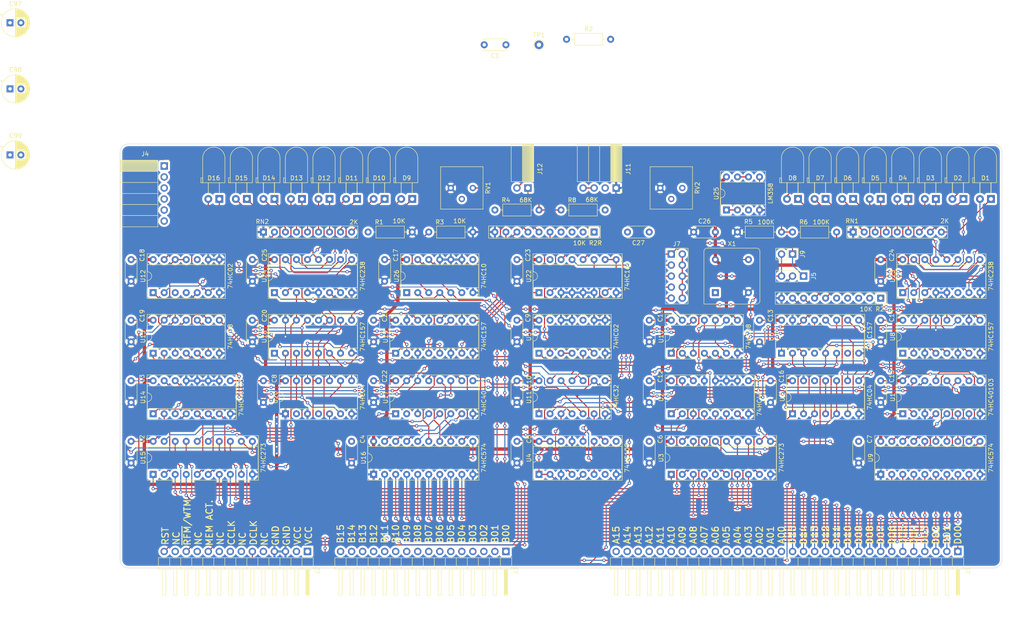
<source format=kicad_pcb>
(kicad_pcb (version 20221018) (generator pcbnew)
  (layers (0 "F.Cu" signal) (31 "B.Cu" signal) (34 "B.Paste" user) (35 "F.Paste" user) (36 "B.SilkS" user "B.Silkscreen") (37 "F.SilkS" user "F.Silkscreen") (38 "B.Mask" user) (39 "F.Mask" user) (44 "Edge.Cuts" user))
  (net 0 "")
  (net 1 "VCC")
  (net 2 "GND")
  (net 3 "/DATA_BUS_00")
  (net 4 "/DATA_BUS_01")
  (net 5 "/DATA_BUS_02")
  (net 6 "/DATA_BUS_03")
  (net 7 "/DATA_BUS_04")
  (net 8 "/DATA_BUS_05")
  (net 9 "/DATA_BUS_06")
  (net 10 "/DATA_BUS_07")
  (net 11 "/DATA_BUS_08")
  (net 12 "/DATA_BUS_09")
  (net 13 "/DATA_BUS_10")
  (net 14 "/DATA_BUS_11")
  (net 15 "/DATA_BUS_12")
  (net 16 "/DATA_BUS_13")
  (net 17 "/DATA_BUS_14")
  (net 18 "/DATA_BUS_15")
  (net 40 "/DATA_CLK")
  (net 59 "/RESET")
  (net 61 "Net-(D1-K)")
  (net 62 "Net-(D1-A)")
  (net 63 "Net-(U1-~{TC})")
  (net 65 "Net-(U2-~{TC})")
  (net 69 "Net-(U10-Pad12)")
  (net 70 "Net-(U5-Pad3)")
  (net 71 "/CHANNEL_A_ADDRESSED")
  (net 72 "Net-(U10-Pad3)")
  (net 73 "Net-(U10-Pad10)")
  (net 74 "/SAFE_CLK_A")
  (net 77 "Net-(U12-Pad1)")
  (net 78 "Net-(U12-Pad3)")
  (net 79 "/SAFE_CLK_B")
  (net 81 "/MEM_ACT")
  (net 82 "/~{RFM}{slash}WTM")
  (net 85 "/CHANNEL_B_ADDRESSED")
  (net 88 "/COUNT_A_0")
  (net 89 "/COUNT_A_1")
  (net 90 "/COUNT_A_2")
  (net 91 "/COUNT_A_3")
  (net 92 "/COUNT_A_4")
  (net 93 "/COUNT_A_5")
  (net 94 "/COUNT_A_6")
  (net 95 "/COUNT_A_7")
  (net 96 "/COUNT_A_8")
  (net 97 "/COUNT_A_9")
  (net 98 "/COUNT_A_10")
  (net 99 "/COUNT_A_11")
  (net 100 "/~{RESET}")
  (net 101 "/VOL_A_0")
  (net 102 "/VOL_A_1")
  (net 103 "/VOL_A_2")
  (net 104 "/VOL_A_3")
  (net 105 "/TOGGLE_OUT_A")
  (net 106 "/TOGGLE_OUT_B")
  (net 107 "Net-(U14-~{TC})")
  (net 108 "/~{CHANNEL_A_WRITE}")
  (net 109 "/~{DATA_CLK}")
  (net 110 "Net-(U14-~{TE})")
  (net 112 "/~{VOL_A_0}")
  (net 113 "/PRE_R2R_A_0")
  (net 114 "/~{VOL_A_1}")
  (net 115 "/PRE_R2R_A_1")
  (net 116 "/PRE_R2R_A_2")
  (net 117 "/~{VOL_A_2}")
  (net 118 "/PRE_R2R_A_3")
  (net 119 "/~{VOL_A_3}")
  (net 120 "/MIN_VOL_A")
  (net 121 "/R2R_A_0")
  (net 122 "/R2R_A_1")
  (net 123 "/R2R_A_2")
  (net 124 "/R2R_A_3")
  (net 125 "/R2R_B_4")
  (net 126 "/R2R_A_4")
  (net 127 "/~{CHANNEL_B_WRITE}")
  (net 128 "/~{VOL_B_0}")
  (net 129 "/~{VOL_B_1}")
  (net 130 "Net-(U13-Pad3)")
  (net 131 "/~{VOL_B_2}")
  (net 132 "/~{VOL_B_3}")
  (net 133 "Net-(U13-Pad10)")
  (net 134 "Net-(D2-K)")
  (net 135 "/COUNT_B_8")
  (net 136 "/COUNT_B_9")
  (net 137 "/COUNT_B_10")
  (net 138 "/COUNT_B_11")
  (net 139 "/VOL_B_0")
  (net 140 "/VOL_B_1")
  (net 141 "/VOL_B_2")
  (net 142 "/VOL_B_3")
  (net 143 "/COUNT_B_7")
  (net 144 "/COUNT_B_6")
  (net 145 "/COUNT_B_5")
  (net 146 "/COUNT_B_4")
  (net 147 "/COUNT_B_3")
  (net 148 "/COUNT_B_2")
  (net 149 "/COUNT_B_1")
  (net 150 "/COUNT_B_0")
  (net 151 "Net-(D2-A)")
  (net 152 "/PRE_R2R_B_0")
  (net 153 "/PRE_R2R_B_1")
  (net 154 "/PRE_R2R_B_2")
  (net 155 "/PRE_R2R_B_3")
  (net 156 "/R2R_B_0")
  (net 157 "/R2R_B_1")
  (net 158 "/R2R_B_2")
  (net 159 "/R2R_B_3")
  (net 162 "Net-(D3-K)")
  (net 163 "Net-(D3-A)")
  (net 164 "Net-(D4-K)")
  (net 165 "Net-(D4-A)")
  (net 166 "Net-(D5-K)")
  (net 167 "Net-(D5-A)")
  (net 168 "Net-(D6-K)")
  (net 169 "Net-(D6-A)")
  (net 170 "Net-(D7-K)")
  (net 171 "Net-(D7-A)")
  (net 172 "Net-(D8-K)")
  (net 173 "Net-(D8-A)")
  (net 174 "Net-(D9-K)")
  (net 175 "Net-(D9-A)")
  (net 178 "Net-(D10-K)")
  (net 179 "Net-(D10-A)")
  (net 180 "Net-(D11-K)")
  (net 181 "Net-(D11-A)")
  (net 182 "Net-(D12-K)")
  (net 183 "Net-(D12-A)")
  (net 184 "Net-(D13-K)")
  (net 187 "Net-(D13-A)")
  (net 188 "Net-(D14-K)")
  (net 189 "Net-(D14-A)")
  (net 190 "Net-(D15-K)")
  (net 191 "Net-(D15-A)")
  (net 192 "Net-(D16-K)")
  (net 193 "Net-(D16-A)")
  (net 194 "/EXT_CLK")
  (net 195 "/CHOSEN_CLK")
  (net 196 "/DIVIDED_CLOCK")
  (net 197 "/CRYSTAL_CLOCK")
  (net 198 "/CLOCK_BY_2")
  (net 199 "/CLOCK_BY_4")
  (net 201 "/~{ZERO_A}")
  (net 202 "/CLOCK_BY_8")
  (net 203 "/CLOCK_BY_16")
  (net 204 "/MIN_VOL_B")
  (net 205 "/B_OUT_BIASED")
  (net 206 "/A_OUT_BIASED")
  (net 207 "/AUDIO_OUT_UNBIASED")
  (net 208 "/COMMON_AUDIO_BIASED")
  (net 209 "Net-(U25B-+)")
  (net 210 "Net-(RV1-Pad2)")
  (net 212 "Net-(U25A-+)")
  (net 213 "Net-(U25A--)")
  (net 214 "Net-(U25B--)")
  (net 218 "/~{ZERO_B}")
  (footprint "Package_DIP:DIP-14_W7.62mm_Socket" (layer "F.Cu") (at 177.8 99.06 90)
    (fp_text reference "U10")
    (fp_text value "74HC08")
  )
  (footprint "Package_DIP:DIP-14_W7.62mm_Socket" (layer "F.Cu") (at 147.32 113.03 90)
    (fp_text reference "U11")
    (fp_text value "74HC32")
  )
  (footprint "sixteen-bit-computer:LED_D5.0mm_Horizontal_O3.81mm_Z3.0mm" (layer "F.Cu") (at 238.76 63.5 180)
    (fp_text reference "D3")
    (fp_text value "LED")
  )
  (footprint "sixteen-bit-computer:peripheral-backplane-membank" (layer "F.Cu") (at 139.7 144.78 -90)
    (fp_text reference "J3")
    (fp_text value "peripheral_membank_connector")
  )
  (footprint "Capacitor_THT:CP_Radial_D6.3mm_P2.50mm" (layer "F.Cu") (at 25.44 22.86)
    (fp_text reference "C97")
    (fp_text value "33uF")
  )
  (footprint "Package_DIP:DIP-16_W7.62mm_Socket" (layer "F.Cu") (at 114.3 113.03 90)
    (fp_text reference "U17")
    (fp_text value "74HC40103")
  )
  (footprint "Package_DIP:DIP-16_W7.62mm_Socket" (layer "F.Cu") (at 203.2 99.06 90)
    (fp_text reference "U6")
    (fp_text value "74HC157")
  )
  (footprint "Capacitor_THT:C_Disc_D5.0mm_W2.5mm_P5.00mm" (layer "F.Cu") (at 172.72 71.12 180)
    (fp_text reference "C27")
    (fp_text value "0.1uF")
  )
  (footprint "Package_DIP:DIP-14_W7.62mm_Socket" (layer "F.Cu") (at 88.9 113.03 90)
    (fp_text reference "U20")
    (fp_text value "74HC04")
  )
  (footprint "Capacitor_THT:C_Disc_D5.0mm_W2.5mm_P5.00mm" (layer "F.Cu") (at 111.76 77.47 -90)
    (fp_text reference "C17")
    (fp_text value "0.1uF")
  )
  (footprint "sixteen-bit-computer:LED_D5.0mm_Horizontal_O3.81mm_Z3.0mm" (layer "F.Cu") (at 111.76 63.5 180)
    (fp_text reference "D10")
    (fp_text value "LED")
  )
  (footprint "Capacitor_THT:C_Disc_D5.0mm_W2.5mm_P5.00mm" (layer "F.Cu") (at 226.06 91.44 -90)
    (fp_text reference "C14")
    (fp_text value "0.1uF")
  )
  (footprint "Capacitor_THT:C_Disc_D5.0mm_W2.5mm_P5.00mm" (layer "F.Cu") (at 172.72 91.44 -90)
    (fp_text reference "C11")
    (fp_text value "0.1uF")
  )
  (footprint "Connector_Pin:Pin_D1.0mm_L10.0mm" (layer "F.Cu") (at 147.32 27.94 180)
    (fp_text reference "TP1")
    (fp_text value "TestPoint")
  )
  (footprint "Package_DIP:DIP-16_W7.62mm_Socket" (layer "F.Cu") (at 231.14 85.09 90)
    (fp_text reference "U23")
    (fp_text value "74HC238")
  )
  (footprint "Resistor_THT:R_Axial_DIN0207_L6.3mm_D2.5mm_P10.16mm_Horizontal" (layer "F.Cu") (at 193.04 71.12)
    (fp_text reference "R5")
    (fp_text value "100K")
  )
  (footprint "Capacitor_THT:C_Disc_D5.0mm_W2.5mm_P5.00mm" (layer "F.Cu") (at 220.98 124.38 90)
    (fp_text reference "C7")
    (fp_text value "0.1uF")
  )
  (footprint "Capacitor_THT:C_Disc_D5.0mm_W2.5mm_P5.00mm" (layer "F.Cu") (at 53.34 119.38 -90)
    (fp_text reference "C2")
    (fp_text value "0.1uF")
  )
  (footprint "Capacitor_THT:C_Disc_D5.0mm_W2.5mm_P5.00mm" (layer "F.Cu") (at 81.28 91.44 -90)
    (fp_text reference "C20")
    (fp_text value "0.1uF")
  )
  (footprint "Potentiometer_THT:Potentiometer_Bourns_3386P_Vertical" (layer "F.Cu") (at 127 60.96 -90)
    (fp_text reference "RV1")
    (fp_text value "100K")
  )
  (footprint "Resistor_THT:R_Axial_DIN0207_L6.3mm_D2.5mm_P10.16mm_Horizontal" (layer "F.Cu") (at 205.74 71.12)
    (fp_text reference "R6")
    (fp_text value "100K")
  )
  (footprint "sixteen-bit-computer:LED_D5.0mm_Horizontal_O3.81mm_Z3.0mm" (layer "F.Cu") (at 251.46 63.5 180)
    (fp_text reference "D1")
    (fp_text value "LED")
  )
  (footprint "Capacitor_THT:C_Disc_D5.0mm_W2.5mm_P5.00mm" (layer "F.Cu") (at 53.34 77.47 -90)
    (fp_text reference "C18")
    (fp_text value "0.1uF")
  )
  (footprint "Capacitor_THT:C_Disc_D5.0mm_W2.5mm_P5.00mm" (layer "F.Cu") (at 142.24 119.38 -90)
    (fp_text reference "C5")
    (fp_text value "0.1uF")
  )
  (footprint "Capacitor_THT:C_Disc_D5.0mm_W2.5mm_P5.00mm" (layer "F.Cu") (at 109.22 105.41 -90)
    (fp_text reference "C22")
    (fp_text value "0.1uF")
  )
  (footprint "sixteen-bit-computer:LED_D5.0mm_Horizontal_O3.81mm_Z3.0mm" (layer "F.Cu") (at 105.41 63.5 180)
    (fp_text reference "D11")
    (fp_text value "LED")
  )
  (footprint "Package_DIP:DIP-20_W7.62mm_Socket" (layer "F.Cu") (at 58.42 127 90)
    (fp_text reference "U15")
    (fp_text value "74HC273")
  )
  (footprint "sixteen-bit-computer:peripheral-backplane-aux" (layer "F.Cu") (at 93.98 144.78)
    (fp_text reference "J2")
    (fp_text value "peripheral_aux_connector")
  )
  (footprint "Capacitor_THT:C_Disc_D5.0mm_W2.5mm_P5.00mm" (layer "F.Cu") (at 198.12 96.44 90)
    (fp_text reference "C13")
    (fp_text value "0.1uF")
  )
  (footprint "Resistor_THT:R_Array_SIP10" (layer "F.Cu") (at 160.02 71.12 180)
    (fp_text reference "J8")
    (fp_text value "10K R2R")
  )
  (footprint "Package_DIP:DIP-20_W7.62mm_Socket" (layer "F.Cu") (at 226.06 127 90)
    (fp_text reference "U9")
    (fp_text value "74HC574")
  )
  (footprint "sixteen-bit-computer:LED_D5.0mm_Horizontal_O3.81mm_Z3.0mm" (layer "F.Cu") (at 73.66 63.5 180)
    (fp_text reference "D16")
    (fp_text value "LED")
  )
  (footprint "Package_DIP:DIP-16_W7.62mm_Socket" (layer "F.Cu") (at 86.36 99.06 90)
    (fp_text reference "U18")
    (fp_text value "74HC157")
  )
  (footprint "sixteen-bit-computer:LED_D5.0mm_Horizontal_O3.81mm_Z3.0mm" (layer "F.Cu") (at 232.41 63.5 180)
    (fp_text reference "D4")
    (fp_text value "LED")
  )
  (footprint "Package_DIP:DIP-14_W7.62mm_Socket" (layer "F.Cu") (at 116.84 85.09 90)
    (fp_text reference "U26")
    (fp_text value "74HC10")
  )
  (footprint "Package_DIP:DIP-14_W7.62mm_Socket" (layer "F.Cu") (at 205.74 113.03 90)
    (fp_text reference "U7")
    (fp_text value "74HC04")
  )
  (footprint "Resistor_THT:R_Axial_DIN0207_L6.3mm_D2.5mm_P10.16mm_Horizontal" (layer "F.Cu") (at 121.92 71.12)
    (fp_text reference "R3")
    (fp_text value "10K")
  )
  (footprint "Capacitor_THT:C_Disc_D5.0mm_W2.5mm_P5.00mm" (layer "F.Cu") (at 109.22 91.44 -90)
    (fp_text reference "C21")
    (fp_text value "0.1uF")
  )
  (footprint "sixteen-bit-computer:LED_D5.0mm_Horizontal_O3.81mm_Z3.0mm" (layer "F.Cu") (at 207.01 63.5 180)
    (fp_text reference "D8")
    (fp_text value "LED")
  )
  (footprint "Capacitor_THT:C_Disc_D5.0mm_W2.5mm_P5.00mm" (layer "F.Cu") (at 81.28 82.47 90)
    (fp_text reference "C25")
    (fp_text value "0.1uF")
  )
  (footprint "sixteen-bit-computer:LED_D5.0mm_Horizontal_O3.81mm_Z3.0mm" (layer "F.Cu") (at 80.01 63.5 180)
    (fp_text reference "D15")
    (fp_text value "LED")
  )
  (footprint "Connector_PinSocket_2.54mm:PinSocket_1x04_P2.54mm_Horizontal" (layer "F.Cu") (at 165.1 60.96 -90)
    (fp_text reference "J11")
    (fp_text value "Conn_01x04_Socket")
  )
  (footprint "Resistor_THT:R_Axial_DIN0207_L6.3mm_D2.5mm_P10.16mm_Horizontal" (layer "F.Cu") (at 153.67 26.67)
    (fp_text reference "R2")
    (fp_text value "R_US")
  )
  (footprint "Connector_PinHeader_2.54mm:PinHeader_1x02_P2.54mm_Vertical" (layer "F.Cu") (at 205.74 76.2 -90)
    (fp_text reference "J9")
    (fp_text value "Conn_01x02_Pin")
  )
  (footprint "Resistor_THT:R_Axial_DIN0207_L6.3mm_D2.5mm_P10.16mm_Horizontal" (layer "F.Cu") (at 162.56 66.04 180)
    (fp_text reference "R8")
    (fp_text value "68K")
  )
  (footprint "Resistor_THT:R_Array_SIP9" (layer "F.Cu") (at 83.82 71.12)
    (fp_text reference "RN2")
    (fp_text value "2K")
  )
  (footprint "Capacitor_THT:C_Disc_D5.0mm_W2.5mm_P5.00mm" (layer "F.Cu") (at 53.34 91.44 -90)
    (fp_text reference "C19")
    (fp_text value "0.1uF")
  )
  (footprint "Resistor_THT:R_Axial_DIN0207_L6.3mm_D2.5mm_P10.16mm_Horizontal" (layer "F.Cu") (at 118.11 71.12 180)
    (fp_text reference "R1")
    (fp_text value "10K")
  )
  (footprint "sixteen-bit-computer:LED_D5.0mm_Horizontal_O3.81mm_Z3.0mm" (layer "F.Cu") (at 92.71 63.5 180)
    (fp_text reference "D13")
    (fp_text value "LED")
  )
  (footprint "sixteen-bit-computer:LED_D5.0mm_Horizontal_O3.81mm_Z3.0mm" (layer "F.Cu") (at 118.11 63.5 180)
    (fp_text reference "D9")
    (fp_text value "LED")
  )
  (footprint "Package_DIP:DIP-8_W7.62mm_Socket" (layer "F.Cu") (at 190.51 66.03 90)
    (fp_text reference "U25")
    (fp_text value "LM358")
  )
  (footprint "Resistor_THT:R_Array_SIP10" (layer "F.Cu") (at 226.06 86.36 180)
    (fp_text reference "J10")
    (fp_text value "10K R2R")
  )
  (footprint "Capacitor_THT:CP_Radial_D6.3mm_P2.50mm" (layer "F.Cu") (at 25.44 53.34)
    (fp_text reference "C99")
    (fp_text value "33uF")
  )
  (footprint "sixteen-bit-computer:LED_D5.0mm_Horizontal_O3.81mm_Z3.0mm" (layer "F.Cu") (at 226.06 63.5 180)
    (fp_text reference "D5")
    (fp_text value "LED")
  )
  (footprint "sixteen-bit-computer:LED_D5.0mm_Horizontal_O3.81mm_Z3.0mm" (layer "F.Cu") (at 245.11 63.5 180)
    (fp_text reference "D2")
    (fp_text value "LED")
  )
  (footprint "Capacitor_THT:C_Disc_D5.0mm_W2.5mm_P5.00mm" (layer "F.Cu") (at 226.06 105.41 -90)
    (fp_text reference "C15")
    (fp_text value "0.1uF")
  )
  (footprint "Capacitor_THT:C_Disc_D5.0mm_W2.5mm_P5.00mm" (layer "F.Cu") (at 182.96 71.12)
    (fp_text reference "C26")
    (fp_text value "0.1uF")
  )
  (footprint "Potentiometer_THT:Potentiometer_Bourns_3386P_Vertical" (layer "F.Cu") (at 175.26 60.96 -90)
    (fp_text reference "RV2")
    (fp_text value "100K")
  )
  (footprint "Package_DIP:DIP-16_W7.62mm_Socket" (layer "F.Cu") (at 86.36 85.09 90)
    (fp_text reference "U24")
    (fp_text value "74HC238")
  )
  (footprint "Package_DIP:DIP-16_W7.62mm_Socket" (layer "F.Cu") (at 114.3 99.06 90)
    (fp_text reference "U19")
    (fp_text value "74HC157")
  )
  (footprint "Package_DIP:DIP-14_W7.62mm_Socket" (layer "F.Cu") (at 58.42 99.06 90)
    (fp_text reference "U13")
    (fp_text value "74HC08")
  )
  (footprint "Package_DIP:DIP-16_W7.62mm_Socket" (layer "F.Cu") (at 58.42 113.03 90)
    (fp_text reference "U14")
    (fp_text value "74HC40103")
  )
  (footprint "Capacitor_THT:C_Disc_D5.0mm_W2.5mm_P5.00mm" (layer "F.Cu") (at 83.82 105.41 -90)
    (fp_text reference "C8")
    (fp_text value "0.1uF")
  )
  (footprint "Package_DIP:DIP-14_W7.62mm_Socket" (layer "F.Cu") (at 147.32 99.06 90)
    (fp_text reference "U5")
    (fp_text value "74HC02")
  )
  (footprint "Capacitor_THT:C_Disc_D5.0mm_W2.5mm_P5.00mm" (layer "F.Cu") (at 172.72 110.41 90)
    (fp_text reference "C12")
    (fp_text value "0.1uF")
  )
  (footprint "Package_DIP:DIP-16_W7.62mm_Socket" (layer "F.Cu") (at 231.14 99.06 90)
    (fp_text reference "U8")
    (fp_text value "74HC157")
  )
  (footprint "Package_DIP:DIP-14_W7.62mm_Socket" (layer "F.Cu") (at 58.42 85.09 90)
    (fp_text reference "U12")
    (fp_text value "74HC02")
  )
  (footprint "Capacitor_THT:C_Disc_D5.0mm_W2.5mm_P5.00mm" (layer "F.Cu") (at 172.72 124.38 90)
    (fp_text reference "C6")
    (fp_text value "0.1uF")
  )
  (footprint "Connector_PinSocket_2.54mm:PinSocket_1x02_P2.54mm_Horizontal" (layer "F.Cu") (at 144.78 60.96 -90)
    (fp_text reference "J12")
    (fp_text value "Conn_01x02_Socket")
  )
  (footprint "Package_DIP:DIP-20_W7.62mm_Socket" (layer "F.Cu") (at 109.22 127 90)
    (fp_text reference "U16")
    (fp_text value "74HC574")
  )
  (footprint "Capacitor_THT:C_Disc_D5.0mm_W2.5mm_P5.00mm" (layer "F.Cu") (at 142.24 91.44 -90)
    (fp_text reference "C9")
    (fp_text value "0.1uF")
  )
  (footprint "Connector_PinHeader_2.54mm:PinHeader_2x05_P2.54mm_Vertical" (layer "F.Cu") (at 177.8 76.2)
    (fp_text reference "J7")
    (fp_text value "Conn_02x05_Odd_Even")
  )
  (footprint "Package_DIP:DIP-20_W7.62mm_Socket" (layer "F.Cu") (at 177.8 127 90)
    (fp_text reference "U3")
    (fp_text value "74HC273")
  )
  (footprint "Capacitor_THT:C_Disc_D5.0mm_W2.5mm_P5.00mm" (layer "F.Cu") (at 139.7 27.94 180)
    (fp_text reference "C1")
    (fp_text value "C")
  )
  (footprint "Capacitor_THT:C_Disc_D5.0mm_W2.5mm_P5.00mm" (layer "F.Cu") (at 104.14 119.38 -90)
    (fp_text reference "C4")
    (fp_text value "0.1uF")
  )
  (footprint "sixteen-bit-computer:LED_D5.0mm_Horizontal_O3.81mm_Z3.0mm" (layer "F.Cu") (at 213.36 63.5 180)
    (fp_text reference "D7")
    (fp_text value "LED")
  )
  (footprint "Capacitor_THT:C_Disc_D5.0mm_W2.5mm_P5.00mm" (layer "F.Cu") (at 200.66 105.41 -90)
    (fp_text reference "C16")
    (fp_text value "0.1uF")
  )
  (footprint "sixteen-bit-computer:LED_D5.0mm_Horizontal_O3.81mm_Z3.0mm" (layer "F.Cu") (at 219.71 63.5 180)
    (fp_text reference "D6")
    (fp_text value "LED")
  )
  (footprint "Connector_PinSocket_2.54mm:PinSocket_1x06_P2.54mm_Horizontal" (layer "F.Cu") (at 60.96 55.88)
    (fp_text reference "J4")
    (fp_text value "Conn_01x06_Socket")
  )
  (footprint "Package_DIP:DIP-16_W7.62mm_Socket" (layer "F.Cu") (at 147.32 85.09 90)
    (fp_text reference "U22")
    (fp_text value "74HC161")
  )
  (footprint "Capacitor_THT:CP_Radial_D6.3mm_P2.50mm" (layer "F.Cu") (at 25.44 38.1)
    (fp_text reference "C98")
    (fp_text value "33uF")
  )
  (footprint "Package_DIP:DIP-16_W7.62mm_Socket" (layer "F.Cu") (at 231.14 113.03 90)
    (fp_text reference "U1")
    (fp_text value "74HC40103")
  )
  (footprint "Capacitor_THT:C_Disc_D5.0mm_W2.5mm_P5.00mm" (layer "F.Cu") (at 142.24 82.47 90)
    (fp_text reference "C23")
    (fp_text value "0.1uF")
  )
  (footprint "Connector_PinHeader_2.54mm:PinHeader_1x03_P2.54mm_Vertical" (layer "F.Cu") (at 208.28 81.28 -90)
    (fp_text reference "J5")
    (fp_text value "Conn_01x03_Pin")
  )
  (footprint "Capacitor_THT:C_Disc_D5.0mm_W2.5mm_P5.00mm" (layer "F.Cu") (at 53.34 105.41 -90)
    (fp_text reference "C3")
    (fp_text value "0.1uF")
  )
  (footprint "Package_DIP:DIP-16_W7.62mm_Socket" (layer "F.Cu") (at 177.8 113.03 90)
    (fp_text reference "U2")
    (fp_text value "74HC40103")
  )
  (footprint "Capacitor_THT:C_Disc_D5.0mm_W2.5mm_P5.00mm" (layer "F.Cu") (at 142.24 105.41 -90)
    (fp_text reference "C10")
    (fp_text value "0.1uF")
  )
  (footprint "sixteen-bit-computer:peripheral-backplane-data-addr-anno" (layer "F.Cu") (at 243.84 144.78 -90)
    (fp_text reference "J1")
    (fp_text value "peripheral_addr_bus_connector")
  )
  (footprint "Capacitor_THT:C_Disc_D5.0mm_W2.5mm_P5.00mm" (layer "F.Cu") (at 226.06 82.47 90)
    (fp_text reference "C24")
    (fp_text value "0.1uF")
  )
  (footprint "Resistor_THT:R_Array_SIP9" (layer "F.Cu") (at 219.71 71.12)
    (fp_text reference "RN1")
    (fp_text value "2K")
  )
  (footprint "sixteen-bit-computer:LED_D5.0mm_Horizontal_O3.81mm_Z3.0mm" (layer "F.Cu") (at 99.06 63.5 180)
    (fp_text reference "D12")
    (fp_text value "LED")
  )
  (footprint "Resistor_THT:R_Axial_DIN0207_L6.3mm_D2.5mm_P10.16mm_Horizontal" (layer "F.Cu") (at 137.16 66.04)
    (fp_text reference "R4")
    (fp_text value "68K")
  )
  (footprint "sixteen-bit-computer:LED_D5.0mm_Horizontal_O3.81mm_Z3.0mm" (layer "F.Cu") (at 86.36 63.5 180)
    (fp_text reference "D14")
    (fp_text value "LED")
  )
  (footprint "Oscillator:Oscillator_DIP-8" (layer "F.Cu") (at 187.96 85.09)
    (fp_text reference "X1")
    (fp_text value "CXO_DIP8")
  )
  (footprint "Package_DIP:DIP-16_W7.62mm_Socket" (layer "F.Cu") (at 147.32 127 90)
    (fp_text reference "U4")
    (fp_text value "74HC109")
  )
  (gr_line (start 254 52.705) (end 254 146.685) (stroke (width 0.1)) (layer "Edge.Cuts"))
  (gr_arc (start 254 146.685) (mid 253.442038 148.032038) (end 252.095 148.59) (stroke (width 0.1)) (layer "Edge.Cuts"))
  (gr_arc (start 52.705 148.59) (mid 51.357962 148.032038) (end 50.8 146.685) (stroke (width 0.1)) (layer "Edge.Cuts"))
  (gr_line (start 50.8 146.685) (end 50.8 52.705) (stroke (width 0.1)) (layer "Edge.Cuts"))
  (gr_arc (start 50.8 52.705) (mid 51.357962 51.357962) (end 52.705 50.8) (stroke (width 0.1)) (layer "Edge.Cuts"))
  (gr_line (start 252.095 148.59) (end 52.705 148.59) (stroke (width 0.1)) (layer "Edge.Cuts"))
  (gr_arc (start 252.095 50.8) (mid 253.442038 51.357962) (end 254 52.705) (stroke (width 0.1)) (layer "Edge.Cuts"))
  (gr_line (start 52.705 50.8) (end 252.095 50.8) (stroke (width 0.1)) (layer "Edge.Cuts"))
  (segment (start 53.34 77.47) (end 56.388 77.47) (width 0.254) (layer "F.Cu") (net 1))
  (segment (start 229.108 77.47) (end 229.108 83.312) (width 0.762) (layer "F.Cu") (net 1))
  (segment (start 198.12 91.44) (end 201.168 91.44) (width 0.254) (layer "F.Cu") (net 1))
  (segment (start 114.3 91.44) (end 112.268 91.44) (width 0.762) (layer "F.Cu") (net 1))
  (segment (start 201.168 91.44) (end 201.168 102.87) (width 0.762) (layer "F.Cu") (net 1))
  (segment (start 114.808 87.63) (end 112.268 90.17) (width 0.762) (layer "F.Cu") (net 1))
  (segment (start 237.49 103.886) (end 232.664 103.886) (width 0.254) (layer "F.Cu") (net 1))
  (segment (start 58.42 91.44) (end 56.388 91.44) (width 0.762) (layer "F.Cu") (net 1))
  (segment (start 145.288 91.44) (end 145.288 105.41) (width 0.762) (layer "F.Cu") (net 1))
  (segment (start 111.76 77.47) (end 114.808 77.47) (width 0.254) (layer "F.Cu") (net 1))
  (segment (start 190.5 88.9) (end 175.768 88.9) (width 0.762) (layer "F.Cu") (net 1))
  (segment (start 112.268 105.41) (end 112.268 113.284) (width 0.762) (layer "F.Cu") (net 1))
  (segment (start 160.02 119.38) (end 160.02 121.158) (width 0.254) (layer "F.Cu") (net 1))
  (segment (start 56.388 105.41) (end 56.388 91.44) (width 0.762) (layer "F.Cu") (net 1))
  (segment (start 81.28 91.44) (end 84.328 91.44) (width 0.254) (layer "F.Cu") (net 1))
  (segment (start 147.32 91.44) (end 145.288 91.44) (width 0.762) (layer "F.Cu") (net 1))
  (segment (start 200.66 105.41) (end 203.708 105.41) (width 0.254) (layer "F.Cu") (net 1))
  (segment (start 86.868 120.65) (end 86.868 122.174) (width 0.762) (layer "F.Cu") (net 1))
  (segment (start 145.288 85.09) (end 145.288 91.44) (width 0.762) (layer "F.Cu") (net 1))
  (segment (start 56.388 77.47) (end 58.42 77.47) (width 0.762) (layer "F.Cu") (net 1))
  (segment (start 84.328 77.47) (end 84.328 102.87) (width 0.762) (layer "F.Cu") (net 1))
  (segment (start 215.9 71.12) (end 215.9 78.74) (width 0.254) (layer "F.Cu") (net 1))
  (segment (start 100.838 86.868) (end 114.808 86.868) (width 0.254) (layer "F.Cu") (net 1))
  (segment (start 84.328 91.44) (end 86.36 91.44) (width 0.762) (layer "F.Cu") (net 1))
  (segment (start 147.32 77.47) (end 145.288 77.47) (width 0.762) (layer "F.Cu") (net 1))
  (segment (start 231.14 77.47) (end 229.87 77.47) (width 0.762) (layer "F.Cu") (net 1))
  (segment (start 142.24 105.41) (end 145.288 105.41) (width 0.254) (layer "F.Cu") (net 1))
  (segment (start 226.06 91.44) (end 229.108 91.44) (width 0.254) (layer "F.Cu") (net 1))
  (segment (start 112.268 91.44) (end 112.268 105.41) (width 0.762) (layer "F.Cu") (net 1))
  (segment (start 232.664 103.886) (end 231.14 105.41) (width 0.254) (layer "F.Cu") (net 1))
  (segment (start 180.34 113.03) (end 177.8 115.57) (width 0.254) (layer "F.Cu") (net 1))
  (segment (start 229.108 109.982) (end 229.108 105.41) (width 0.762) (layer "F.Cu") (net 1))
  (segment (start 149.86 127) (end 151.638 128.778) (width 0.254) (layer "F.Cu") (net 1))
  (segment (start 200.406 78.74) (end 215.9 78.74) (width 0.762) (layer "F.Cu") (net 1))
  (segment (start 142.24 91.44) (end 145.288 91.44) (width 0.254) (layer "F.Cu") (net 1))
  (segment (start 147.32 127) (end 149.86 127) (width 0.254) (layer "F.Cu") (net 1))
  (segment (start 56.388 119.38) (end 56.388 105.41) (width 0.762) (layer "F.Cu") (net 1))
  (segment (start 229.108 113.03) (end 229.108 109.982) (width 0.762) (layer "F.Cu") (net 1))
  (segment (start 229.108 105.41) (end 231.14 105.41) (width 0.762) (layer "F.Cu") (net 1))
  (segment (start 230.632 109.982) (end 229.108 109.982) (width 0.254) (layer "F.Cu") (net 1))
  (segment (start 200.66 105.41) (end 195.58 105.41) (width 0.254) (layer "F.Cu") (net 1))
  (segment (start 136.398 106.172) (end 141.478 106.172) (width 0.254) (layer "F.Cu") (net 1))
  (segment (start 175.768 91.44) (end 175.768 105.41) (width 0.762) (layer "F.Cu") (net 1))
  (segment (start 116.84 77.47) (end 114.808 77.47) (width 0.762) (layer "F.Cu") (net 1))
  (segment (start 90.424 121.158) (end 86.868 124.714) (width 0.762) (layer "F.Cu") (net 1))
  (segment (start 229.108 91.44) (end 229.108 105.41) (width 0.762) (layer "F.Cu") (net 1))
  (segment (start 160.02 121.158) (end 175.768 121.158) (width 0.762) (layer "F.Cu") (net 1))
  (segment (start 99.06 85.09) (end 100.838 86.868) (width 0.254) (layer "F.Cu") (net 1))
  (segment (start 145.288 105.41) (end 145.288 119.38) (width 0.762) (layer "F.Cu") (net 1))
  (segment (start 190.5 80.01) (end 199.136 80.01) (width 0.762) (layer "F.Cu") (net 1))
  (segment (start 201.168 88.9) (end 190.5 88.9) (width 0.762) (layer "F.Cu") (net 1))
  (segment (start 187.96 77.47) (end 190.5 80.01) (width 0.762) (layer "F.Cu") (net 1))
  (segment (start 109.22 119.38) (end 109.22 121.158) (width 0.762) (layer "F.Cu") (net 1))
  (segment (start 190.5 80.01) (end 190.5 88.9) (width 0.762) (layer "F.Cu") (net 1))
  (segment (start 175.768 88.9) (end 175.768 91.44) (width 0.762) (layer "F.Cu") (net 1))
  (segment (start 226.06 119.38) (end 226.06 116.078) (width 0.762) (layer "F.Cu") (net 1))
  (segment (start 175.768 119.38) (end 177.8 119.38) (width 0.762) (layer "F.Cu") (net 1))
  (segment (start 109.22 105.41) (end 112.268 105.41) (width 0.254) (layer "F.Cu") (net 1))
  (segment (start 201.168 91.44) (end 201.168 88.9) (width 0.762) (layer "F.Cu") (net 1))
  (segment (start 155.702 128.778) (end 157.48 127) (width 0.254) (layer "F.Cu") (net 1))
  (segment (start 135.636 105.41) (end 136.398 106.172) (width 0.254) (layer "F.Cu") (net 1))
  (segment (start 172.72 91.44) (end 175.768 91.44) (width 0.254) (layer "F.Cu") (net 1))
  (segment (start 56.388 91.44) (end 56.388 77.47) (width 0.762) (layer "F.Cu") (net 1))
  (segment (start 203.708 105.41) (end 205.74 105.41) (width 0.762) (layer "F.Cu") (net 1))
  (segment (start 142.24 77.47) (end 145.288 77.47) (width 0.254) (layer "F.Cu") (net 1))
  (segment (start 177.8 105.41) (end 175.768 105.41) (width 0.762) (layer "F.Cu") (net 1))
  (segment (start 226.06 105.41) (end 229.108 105.41) (width 0.254) (layer "F.Cu") (net 1))
  (segment (start 109.22 91.44) (end 112.268 91.44) (width 0.254) (layer "F.Cu") (net 1))
  (segment (start 147.32 105.41) (end 145.288 105.41) (width 0.762) (layer "F.Cu") (net 1))
  (segment (start 203.2 91.44) (end 201.168 91.44) (width 0.762) (layer "F.Cu") (net 1))
  (segment (start 147.32 123.19) (end 147.32 127) (width 0.254) (layer "F.Cu") (net 1))
  (segment (start 83.82 105.41) (end 86.868 105.41) (width 0.254) (layer "F.Cu") (net 1))
  (segment (start 84.328 102.87) (end 86.868 105.41) (width 0.762) (layer "F.Cu") (net 1))
  (segment (start 56.388 129.286) (end 56.388 119.38) (width 0.762) (layer "F.Cu") (net 1))
  (segment (start 86.868 122.174) (end 86.868 129.286) (width 0.762) (layer "F.Cu") (net 1))
  (segment (start 86.868 113.792) (end 86.868 105.41) (width 0.762) (layer "F.Cu") (net 1))
  (segment (start 187.96 60.96) (end 190.51 58.41) (width 0.762) (layer "F.Cu") (net 1))
  (segment (start 114.808 77.47) (end 114.808 86.868) (width 0.762) (layer "F.Cu") (net 1))
  (segment (start 112.268 113.284) (end 109.22 116.332) (width 0.762) (layer "F.Cu") (net 1))
  (segment (start 187.96 77.47) (end 187.96 60.96) (width 0.762) (layer "F.Cu") (net 1))
  (segment (start 88.9 105.41) (end 86.868 105.41) (width 0.762) (layer "F.Cu") (net 1))
  (segment (start 53.34 91.44) (end 56.388 91.44) (width 0.254) (layer "F.Cu") (net 1))
  (segment (start 58.42 119.38) (end 56.388 119.38) (width 0.762) (layer "F.Cu") (net 1))
  (segment (start 148.59 121.158) (end 160.02 121.158) (width 0.762) (layer "F.Cu") (net 1))
  (segment (start 142.24 119.38) (end 145.288 119.38) (width 0.254) (layer "F.Cu") (net 1))
  (segment (start 56.388 105.41) (end 58.42 105.41) (width 0.762) (layer "F.Cu") (net 1))
  (segment (start 165.1 82.55) (end 162.56 85.09) (width 0.254) (layer "F.Cu") (net 1))
  (segment (start 172.72 105.41) (end 175.768 105.41) (width 0.254) (layer "F.Cu") (net 1))
  (segment (start 215.9 78.74) (end 221.742 78.74) (width 0.762) (layer "F.Cu") (net 1))
  (segment (start 201.168 102.87) (end 203.708 105.41) (width 0.762) (layer "F.Cu") (net 1))
  (segment (start 229.108 83.312) (end 229.108 91.44) (width 0.762) (layer "F.Cu") (net 1))
  (segment (start 81.28 77.47) (end 84.328 77.47) (width 0.254) (layer "F.Cu") (net 1))
  (segment (start 112.268 90.17) (end 112.268 91.44) (width 0.762) (layer "F.Cu") (net 1))
  (segment (start 221.742 78.74) (end 223.012 77.47) (width 0.762) (layer "F.Cu") (net 1))
  (segment (start 226.06 116.078) (end 229.108 113.03) (width 0.762) (layer "F.Cu") (net 1))
  (segment (start 109.22 121.158) (end 90.424 121.158) (width 0.762) (layer "F.Cu") (net 1))
  (segment (start 147.32 85.09) (end 145.288 85.09) (width 0.254) (layer "F.Cu") (net 1))
  (segment (start 145.288 121.158) (end 145.288 119.38) (width 0.762) (layer "F.Cu") (net 1))
  (segment (start 233.68 113.03) (end 230.632 109.982) (width 0.254) (layer "F.Cu") (net 1))
  (segment (start 86.868 129.286) (end 56.388 129.286) (width 0.762) (layer "F.Cu") (net 1))
  (segment (start 151.638 128.778) (end 155.702 128.778) (width 0.254) (layer "F.Cu") (net 1))
  (segment (start 141.478 106.172) (end 142.24 105.41) (width 0.254) (layer "F.Cu") (net 1))
  (segment (start 86.868 124.714) (end 86.868 124.968) (width 0.762) (layer "F.Cu") (net 1))
  (segment (start 86.36 77.47) (end 84.328 77.47) (width 0.762) (layer "F.Cu") (net 1))
  (segment (start 60.96 113.03) (end 60.96 116.84) (width 0.254) (layer "F.Cu") (net 1))
  (segment (start 177.8 115.57) (end 177.8 119.38) (width 0.254) (layer "F.Cu") (net 1))
  (segment (start 114.3 105.41) (end 112.268 105.41) (width 0.762) (layer "F.Cu") (net 1))
  (segment (start 109.22 116.332) (end 109.22 119.38) (width 0.762) (layer "F.Cu") (net 1))
  (segment (start 86.868 115.316) (end 86.868 113.792) (width 0.762) (layer "F.Cu") (net 1))
  (segment (start 152.4 119.38) (end 147.32 119.38) (width 0.254) (layer "F.Cu") (net 1))
  (segment (start 223.012 77.47) (end 229.87 77.47) (width 0.762) (layer "F.Cu") (net 1))
  (segment (start 175.768 121.158) (end 175.768 119.38) (width 0.762) (layer "F.Cu") (net 1))
  (segment (start 229.87 77.47) (end 229.108 77.47) (width 0.762) (layer "F.Cu") (net 1))
  (segment (start 109.22 121.158) (end 145.288 121.158) (width 0.762) (layer "F.Cu") (net 1))
  (segment (start 114.808 86.868) (end 114.808 87.63) (width 0.762) (layer "F.Cu") (net 1))
  (segment (start 165.1 77.47) (end 165.1 82.55) (width 0.254) (layer "F.Cu") (net 1))
  (segment (start 231.14 91.44) (end 229.108 91.44) (width 0.762) (layer "F.Cu") (net 1))
  (segment (start 199.136 80.01) (end 200.406 78.74) (width 0.762) (layer "F.Cu") (net 1))
  (segment (start 175.768 105.41) (end 175.768 119.38) (width 0.762) (layer "F.Cu") (net 1))
  (segment (start 165.1 77.47) (end 162.56 77.47) (width 0.254) (layer "F.Cu") (net 1))
  (segment (start 145.288 77.47) (end 145.288 85.09) (width 0.762) (layer "F.Cu") (net 1))
  (segment (start 177.8 91.44) (end 175.768 91.44) (width 0.762) (layer "F.Cu") (net 1))
  (segment (start 76.2 105.41) (end 83.82 105.41) (width 0.254) (layer "F.Cu") (net 1))
  (segment (start 60.96 116.84) (end 58.42 119.38) (width 0.254) (layer "F.Cu") (net 1))
  (segment (start 145.288 119.38) (end 147.32 119.38) (width 0.762) (layer "F.Cu") (net 1))
  (segment (start 145.288 121.158) (end 148.59 121.158) (width 0.762) (layer "F.Cu") (net 1))
  (via (at 237.49 103.886) (size 0.762) (drill 0.381) (layers "F.Cu" "B.Cu") (net 1))
  (via (at 86.868 122.174) (size 0.762) (drill 0.381) (layers "F.Cu" "B.Cu") (net 1))
  (via (at 147.32 123.19) (size 0.762) (drill 0.381) (layers "F.Cu" "B.Cu") (net 1))
  (via (at 86.868 120.65) (size 0.762) (drill 0.381) (layers "F.Cu" "B.Cu") (net 1))
  (via (at 86.868 115.316) (size 0.762) (drill 0.381) (layers "F.Cu" "B.Cu") (net 1))
  (via (at 86.868 113.792) (size 0.762) (drill 0.381) (layers "F.Cu" "B.Cu") (net 1))
  (via (at 148.59 121.158) (size 0.762) (drill 0.381) (layers "F.Cu" "B.Cu") (net 1))
  (via (at 135.636 105.41) (size 0.762) (drill 0.381) (layers "F.Cu" "B.Cu") (net 1))
  (segment (start 147.32 122.428) (end 148.59 121.158) (width 0.254) (layer "B.Cu") (net 1))
  (segment (start 147.32 123.19) (end 147.32 122.428) (width 0.254) (layer "B.Cu") (net 1))
  (segment (start 132.08 105.41) (end 135.636 105.41) (width 0.254) (layer "B.Cu") (net 1))
  (segment (start 53.34 119.38) (end 58.42 119.38) (width 0.254) (layer "B.Cu") (net 1))
  (segment (start 53.34 105.41) (end 58.42 105.41) (width 0.254) (layer "B.Cu") (net 1))
  (segment (start 247.396 103.886) (end 246.634 103.886) (width 0.254) (layer "B.Cu") (net 1))
  (segment (start 86.868 122.174) (end 86.868 113.792) (width 0.762) (layer "B.Cu") (net 1))
  (segment (start 246.634 103.886) (end 237.49 103.886) (width 0.254) (layer "B.Cu") (net 1))
  (segment (start 248.92 105.41) (end 247.396 103.886) (width 0.254) (layer "B.Cu") (net 1))
  (segment (start 238.76 91.44) (end 238.76 93.726) (width 0.254) (layer "F.Cu") (net 2))
  (segment (start 88.9 95.25) (end 88.9 91.44) (width 0.254) (layer "F.Cu") (net 2))
  (via (at 88.9 95.25) (size 0.762) (drill 0.381) (layers "F.Cu" "B.Cu") (net 2))
  (via (at 238.76 93.726) (size 0.762) (drill 0.381) (layers "F.Cu" "B.Cu") (net 2))
  (segment (start 228.6 127) (end 228.6 136.398) (width 0.254) (layer "F.Cu") (net 3))
  (segment (start 243.84 142.494) (end 229.87 142.494) (width 0.254) (layer "F.Cu") (net 3))
  (segment (start 229.87 142.494) (end 117.094 142.494) (width 0.254) (layer "F.Cu") (net 3))
  (segment (start 117.094 142.494) (end 111.76 137.16) (width 0.254) (layer "F.Cu") (net 3))
  (segment (start 243.84 144.78) (end 243.84 142.494) (width 0.254) (layer "F.Cu") (net 3))
  (via (at 111.76 137.16) (size 0.762) (drill 0.381) (layers "F.Cu" "B.Cu") (net 3))
  (via (at 228.6 136.398) (size 0.762) (drill 0.381) (layers "F.Cu" "B.Cu") (net 3))
  (via (at 229.87 142.494) (size 0.762) (drill 0.381) (layers "F.Cu" "B.Cu") (net 3))
  (segment (start 229.87 137.668) (end 229.87 142.494) (width 0.254) (layer "B.Cu") (net 3))
  (segment (start 228.6 136.398) (end 229.87 137.668) (width 0.254) (layer "B.Cu") (net 3))
  (segment (start 111.76 127) (end 111.76 137.16) (width 0.254) (layer "B.Cu") (net 3))
  (segment (start 231.14 127) (end 231.14 136.398) (width 0.254) (layer "F.Cu") (net 4))
  (segment (start 241.3 141.732) (end 232.41 141.732) (width 0.254) (layer "F.Cu") (net 4))
  (segment (start 118.872 141.732) (end 114.3 137.16) (width 0.254) (layer "F.Cu") (net 4))
  (segment (start 232.41 141.732) (end 118.872 141.732) (width 0.254) (layer "F.Cu") (net 4))
  (via (at 231.14 136.398) (size 0.762) (drill 0.381) (layers "F.Cu" "B.Cu") (net 4))
  (via (at 114.3 137.16) (size 0.762) (drill 0.381) (layers "F.Cu" "B.Cu") (net 4))
  (via (at 232.41 141.732) (size 0.762) (drill 0.381) (layers "F.Cu" "B.Cu") (net 4))
  (via (at 241.3 141.732) (size 0.762) (drill 0.381) (layers "F.Cu" "B.Cu") (net 4))
  (segment (start 232.41 137.668) (end 232.41 141.732) (width 0.254) (layer "B.Cu") (net 4))
  (segment (start 114.3 127) (end 114.3 137.16) (width 0.254) (layer "B.Cu") (net 4))
  (segment (start 231.14 136.398) (end 232.41 137.668) (width 0.254) (layer "B.Cu") (net 4))
  (segment (start 241.3 144.78) (end 241.3 141.732) (width 0.254) (layer "B.Cu") (net 4))
  (segment (start 234.95 140.97) (end 120.65 140.97) (width 0.254) (layer "F.Cu") (net 5))
  (segment (start 120.65 140.97) (end 116.84 137.16) (width 0.254) (layer "F.Cu") (net 5))
  (segment (start 238.76 140.97) (end 234.95 140.97) (width 0.254) (layer "F.Cu") (net 5))
  (segment (start 233.68 127) (end 233.68 136.398) (width 0.254) (layer "F.Cu") (net 5))
  (via (at 234.95 140.97) (size 0.762) (drill 0.381) (layers "F.Cu" "B.Cu") (net 5))
  (via (at 238.76 140.97) (size 0.762) (drill 0.381) (layers "F.Cu" "B.Cu") (net 5))
  (via (at 233.68 136.398) (size 0.762) (drill 0.381) (layers "F.Cu" "B.Cu") (net 5))
  (via (at 116.84 137.16) (size 0.762) (drill 0.381) (layers "F.Cu" "B.Cu") (net 5))
  (segment (start 234.95 137.668) (end 234.95 140.97) (width 0.254) (layer "B.Cu") (net 5))
  (segment (start 116.84 127) (end 116.84 137.16) (width 0.254) (layer "B.Cu") (net 5))
  (segment (start 238.76 144.78) (end 238.76 140.97) (width 0.254) (layer "B.Cu") (net 5))
  (segment (start 233.68 136.398) (end 234.95 137.668) (width 0.254) (layer "B.Cu") (net 5))
  (segment (start 236.22 140.208) (end 122.428 140.208) (width 0.254) (layer "F.Cu") (net 6))
  (segment (start 122.428 140.208) (end 119.38 137.16) (width 0.254) (layer "F.Cu") (net 6))
  (segment (start 236.22 127) (end 236.22 136.398) (width 0.254) (layer "F.Cu") (net 6))
  (via (at 236.22 136.398) (size 0.762) (drill 0.381) (layers "F.Cu" "B.Cu") (net 6))
  (via (at 236.22 140.208) (size 0.762) (drill 0.381) (layers "F.Cu" "B.Cu") (net 6))
  (via (at 119.38 137.16) (size 0.762) (drill 0.381) (layers "F.Cu" "B.Cu") (net 6))
  (segment (start 119.38 127) (end 119.38 137.16) (width 0.254) (layer "B.Cu") (net 6))
  (segment (start 236.22 144.78) (end 236.22 140.208) (width 0.254) (layer "B.Cu") (net 6))
  (segment (start 236.22 136.398) (end 236.22 140.208) (width 0.254) (layer "B.Cu") (net 6))
  (segment (start 238.76 139.446) (end 233.68 139.446) (width 0.254) (layer "F.Cu") (net 7))
  (segment (start 233.68 139.446) (end 124.206 139.446) (width 0.254) (layer "F.Cu") (net 7))
  (segment (start 124.206 139.446) (end 121.92 137.16) (width 0.254) (layer "F.Cu") (net 7))
  (segment (start 238.76 127) (end 238.76 136.398) (width 0.254) (layer "F.Cu") (net 7))
  (via (at 238.76 139.446) (size 0.762) (drill 0.381) (layers "F.Cu" "B.Cu") (net 7))
  (via (at 233.68 139.446) (size 0.762) (drill 0.381) (layers "F.Cu" "B.Cu") (net 7))
  (via (at 238.76 136.398) (size 0.762) (drill 0.381) (layers "F.Cu" "B.Cu") (net 7))
  (via (at 121.92 137.16) (size 0.762) (drill 0.381) (layers "F.Cu" "B.Cu") (net 7))
  (segment (start 121.92 127) (end 121.92 137.16) (width 0.254) (layer "B.Cu") (net 7))
  (segment (start 233.68 144.78) (end 233.68 139.446) (width 0.254) (layer "B.Cu") (net 7))
  (segment (start 238.76 136.398) (end 238.76 139.446) (width 0.254) (layer "B.Cu") (net 7))
  (segment (start 241.3 138.684) (end 231.14 138.684) (width 0.254) (layer "F.Cu") (net 8))
  (segment (start 125.984 138.684) (end 124.46 137.16) (width 0.254) (layer "F.Cu") (net 8))
  (segment (start 241.3 127) (end 241.3 136.398) (width 0.254) (layer "F.Cu") (net 8))
  (segment (start 231.14 138.684) (end 125.984 138.684) (width 0.254) (layer "F.Cu") (net 8))
  (via (at 241.3 138.684) (size 0.762) (drill 0.381) (layers "F.Cu" "B.Cu") (net 8))
  (via (at 124.46 137.16) (size 0.762) (drill 0.381) (layers "F.Cu" "B.Cu") (net 8))
  (via (at 241.3 136.398) (size 0.762) (drill 0.381) (layers "F.Cu" "B.Cu") (net 8))
  (via (at 231.14 138.684) (size 0.762) (drill 0.381) (layers "F.Cu" "B.Cu") (net 8))
  (segment (start 124.46 127) (end 124.46 137.16) (width 0.254) (layer "B.Cu") (net 8))
  (segment (start 241.3 136.398) (end 241.3 138.684) (width 0.254) (layer "B.Cu") (net 8))
  (segment (start 231.14 144.78) (end 231.14 138.684) (width 0.254) (layer "B.Cu") (net 8))
  (segment (start 127.762 137.922) (end 228.6 137.922) (width 0.254) (layer "F.Cu") (net 9))
  (segment (start 127 137.16) (end 127.762 137.922) (width 0.254) (layer "F.Cu") (net 9))
  (segment (start 228.6 137.922) (end 243.84 137.922) (width 0.254) (layer "F.Cu") (net 9))
  (segment (start 243.84 127) (end 243.84 136.398) (width 0.254) (layer "F.Cu") (net 9))
  (via (at 127 137.16) (size 0.762) (drill 0.381) (layers "F.Cu" "B.Cu") (net 9))
  (via (at 243.84 137.922) (size 0.762) (drill 0.381) (layers "F.Cu" "B.Cu") (net 9))
  (via (at 243.84 136.398) (size 0.762) (drill 0.381) (layers "F.Cu" "B.Cu") (net 9))
  (via (at 228.6 137.922) (size 0.762) (drill 0.381) (layers "F.Cu" "B.Cu") (net 9))
  (segment (start 127 127) (end 127 137.16) (width 0.254) (layer "B.Cu") (net 9))
  (segment (start 228.6 144.78) (end 228.6 137.922) (width 0.254) (layer "B.Cu") (net 9))
  (segment (start 243.84 136.398) (end 243.84 137.922) (width 0.254) (layer "B.Cu") (net 9))
  (segment (start 246.38 127) (end 246.38 137.16) (width 0.254) (layer "F.Cu") (net 10))
  (segment (start 129.54 137.16) (end 226.06 137.16) (width 0.254) (layer "F.Cu") (net 10))
  (segment (start 226.06 137.16) (end 246.38 137.16) (width 0.254) (layer "F.Cu") (net 10))
  (via (at 129.54 137.16) (size 0.762) (drill 0.381) (layers "F.Cu" "B.Cu") (net 10))
  (via (at 226.06 137.16) (size 0.762) (drill 0.381) (layers "F.Cu" "B.Cu") (net 10))
  (segment (start 129.54 127) (end 129.54 137.16) (width 0.254) (layer "B.Cu") (net 10))
  (segment (start 226.06 144.78) (end 226.06 137.16) (width 0.254) (layer "B.Cu") (net 10))
  (segment (start 63.5 131.064) (end 63.5 131.318) (width 0.254) (layer "F.Cu") (net 11))
  (segment (start 182.88 136.398) (end 223.52 136.398) (width 0.254) (layer "F.Cu") (net 11))
  (segment (start 68.58 136.398) (end 182.88 136.398) (width 0.254) (layer "F.Cu") (net 11))
  (segment (start 182.88 127) (end 182.88 129.54) (width 0.254) (layer "F.Cu") (net 11))
  (segment (start 63.5 131.318) (end 68.58 136.398) (width 0.254) (layer "F.Cu") (net 11))
  (via (at 182.88 129.54) (size 0.762) (drill 0.381) (layers "F.Cu" "B.Cu") (net 11))
  (via (at 223.52 136.398) (size 0.762) (drill 0.381) (layers "F.Cu" "B.Cu") (net 11))
  (via (at 63.5 131.064) (size 0.762) (drill 0.381) (layers "F.Cu" "B.Cu") (net 11))
  (via (at 182.88 136.398) (size 0.762) (drill 0.381) (layers "F.Cu" "B.Cu") (net 11))
  (segment (start 223.52 144.78) (end 223.52 136.398) (width 0.254) (layer "B.Cu") (net 11))
  (segment (start 63.5 127) (end 63.5 131.064) (width 0.254) (layer "B.Cu") (net 11))
  (segment (start 182.88 129.54) (end 182.88 136.398) (width 0.254) (layer "B.Cu") (net 11))
  (segment (start 185.42 127) (end 185.42 129.54) (width 0.254) (layer "F.Cu") (net 12))
  (segment (start 69.85 135.636) (end 185.42 135.636) (width 0.254) (layer "F.Cu") (net 12))
  (segment (start 185.42 135.636) (end 220.98 135.636) (width 0.254) (layer "F.Cu") (net 12))
  (segment (start 66.04 131.826) (end 69.85 135.636) (width 0.254) (layer "F.Cu") (net 12))
  (via (at 185.42 135.636) (size 0.762) (drill 0.381) (layers "F.Cu" "B.Cu") (net 12))
  (via (at 66.04 131.826) (size 0.762) (drill 0.381) (layers "F.Cu" "B.Cu") (net 12))
  (via (at 220.98 135.636) (size 0.762) (drill 0.381) (layers "F.Cu" "B.Cu") (net 12))
  (via (at 185.42 129.54) (size 0.762) (drill 0.381) (layers "F.Cu" "B.Cu") (net 12))
  (segment (start 185.42 129.54) (end 185.42 135.636) (width 0.254) (layer "B.Cu") (net 12))
  (segment (start 220.98 144.78) (end 220.98 135.636) (width 0.254) (layer "B.Cu") (net 12))
  (segment (start 66.04 127) (end 66.04 131.826) (width 0.254) (layer "B.Cu") (net 12))
  (segment (start 193.04 127) (end 193.04 129.54) (width 0.254) (layer "F.Cu") (net 13))
  (segment (start 73.66 133.35) (end 75.184 134.874) (width 0.254) (layer "F.Cu") (net 13))
  (segment (start 75.184 134.874) (end 193.04 134.874) (width 0.254) (layer "F.Cu") (net 13))
  (segment (start 193.04 134.874) (end 218.44 134.874) (width 0.254) (layer "F.Cu") (net 13))
  (via (at 193.04 129.54) (size 0.762) (drill 0.381) (layers "F.Cu" "B.Cu") (net 13))
  (via (at 193.04 134.874) (size 0.762) (drill 0.381) (layers "F.Cu" "B.Cu") (net 13))
  (via (at 218.44 134.874) (size 0.762) (drill 0.381) (layers "F.Cu" "B.Cu") (net 13))
  (via (at 73.66 133.35) (size 0.762) (drill 0.381) (layers "F.Cu" "B.Cu") (net 13))
  (segment (start 193.04 129.54) (end 193.04 134.874) (width 0.254) (layer "B.Cu") (net 13))
  (segment (start 73.66 127) (end 73.66 133.35) (width 0.254) (layer "B.Cu") (net 13))
  (segment (start 218.44 144.78) (end 218.44 134.874) (width 0.254) (layer "B.Cu") (net 13))
  (segment (start 195.58 134.112) (end 215.9 134.112) (width 0.254) (layer "F.Cu") (net 14))
  (segment (start 76.2 134.112) (end 195.58 134.112) (width 0.254) (layer "F.Cu") (net 14))
  (segment (start 195.58 127) (end 195.58 129.54) (width 0.254) (layer "F.Cu") (net 14))
  (via (at 195.58 129.54) (size 0.762) (drill 0.381) (layers "F.Cu" "B.Cu") (net 14))
  (via (at 76.2 134.112) (size 0.762) (drill 0.381) (layers "F.Cu" "B.Cu") (net 14))
  (via (at 195.58 134.112) (size 0.762) (drill 0.381) (layers "F.Cu" "B.Cu") (net 14))
  (via (at 215.9 134.112) (size 0.762) (drill 0.381) (layers "F.Cu" "B.Cu") (net 14))
  (segment (start 76.2 127) (end 76.2 134.112) (width 0.254) (layer "B.Cu") (net 14))
  (segment (start 215.9 144.78) (end 215.9 134.112) (width 0.254) (layer "B.Cu") (net 14))
  (segment (start 195.58 129.54) (end 195.58 134.112) (width 0.254) (layer "B.Cu") (net 14))
  (segment (start 76.2 121.412) (end 80.01 125.222) (width 0.254) (layer "F.Cu") (net 15))
  (segment (start 195.58 119.38) (end 195.58 122.936) (width 0.254) (layer "F.Cu") (net 15))
  (segment (start 194.31 133.35) (end 213.36 133.35) (width 0.254) (layer "F.Cu") (net 15))
  (segment (start 80.01 133.35) (end 194.31 133.35) (width 0.254) (layer "F.Cu") (net 15))
  (segment (start 195.58 122.936) (end 194.31 124.206) (width 0.254) (layer "F.Cu") (net 15))
  (segment (start 194.31 124.206) (end 194.31 129.54) (width 0.254) (layer "F.Cu") (net 15))
  (segment (start 76.2 119.38) (end 76.2 121.412) (width 0.254) (layer "F.Cu") (net 15))
  (via (at 213.36 133.35) (size 0.762) (drill 0.381) (layers "F.Cu" "B.Cu") (net 15))
  (via (at 80.01 133.35) (size 0.762) (drill 0.381) (layers "F.Cu" "B.Cu") (net 15))
  (via (at 80.01 125.222) (size 0.762) (drill 0.381) (layers "F.Cu" "B.Cu") (net 15))
  (via (at 194.31 133.35) (size 0.762) (drill 0.381) (layers "F.Cu" "B.Cu") (net 15))
  (via (at 194.31 129.54) (size 0.762) (drill 0.381) (layers "F.Cu" "B.Cu") (net 15))
  (segment (start 80.01 125.222) (end 80.01 133.35) (width 0.254) (layer "B.Cu") (net 15))
  (segment (start 213.36 144.78) (end 213.36 133.35) (width 0.254) (layer "B.Cu") (net 15))
  (segment (start 194.31 129.54) (end 194.31 133.35) (width 0.254) (layer "B.Cu") (net 15))
  (segment (start 73.66 119.38) (end 73.66 121.412) (width 0.254) (layer "F.Cu") (net 16))
  (segment (start 191.77 124.206) (end 193.04 122.936) (width 0.254) (layer "F.Cu") (net 16))
  (segment (start 210.82 132.588) (end 191.77 132.588) (width 0.254) (layer "F.Cu") (net 16))
  (segment (start 191.77 132.588) (end 77.47 132.588) (width 0.254) (layer "F.Cu") (net 16))
  (segment (start 191.77 129.54) (end 191.77 124.206) (width 0.254) (layer "F.Cu") (net 16))
  (segment (start 73.66 121.412) (end 77.47 125.222) (width 0.254) (layer "F.Cu") (net 16))
  (segment (start 193.04 122.936) (end 193.04 119.38) (width 0.254) (layer "F.Cu") (net 16))
  (via (at 191.77 132.588) (size 0.762) (drill 0.381) (layers "F.Cu" "B.Cu") (net 16))
  (via (at 77.47 125.222) (size 0.762) (drill 0.381) (layers "F.Cu" "B.Cu") (net 16))
  (via (at 191.77 129.54) (size 0.762) (drill 0.381) (layers "F.Cu" "B.Cu") (net 16))
  (via (at 77.47 132.588) (size 0.762) (drill 0.381) (layers "F.Cu" "B.Cu") (net 16))
  (via (at 210.82 132.588) (size 0.762) (drill 0.381) (layers "F.Cu" "B.Cu") (net 16))
  (segment (start 191.77 129.54) (end 191.77 132.588) (width 0.254) (layer "B.Cu") (net 16))
  (segment (start 210.82 144.78) (end 210.82 132.588) (width 0.254) (layer "B.Cu") (net 16))
  (segment (start 77.47 125.222) (end 77.47 132.588) (width 0.254) (layer "B.Cu") (net 16))
  (segment (start 185.42 122.936) (end 184.15 124.206) (width 0.254) (layer "F.Cu") (net 17))
  (segment (start 66.04 123.952) (end 67.31 125.222) (width 0.254) (layer "F.Cu") (net 17))
  (segment (start 184.15 124.206) (end 184.15 129.54) (width 0.254) (layer "F.Cu") (net 17))
  (segment (start 66.04 119.38) (end 66.04 123.952) (width 0.254) (layer "F.Cu") (net 17))
  (segment (start 67.31 131.826) (end 184.15 131.826) (width 0.254) (layer "F.Cu") (net 17))
  (segment (start 185.42 119.38) (end 185.42 122.936) (width 0.254) (layer "F.Cu") (net 17))
  (segment (start 184.15 131.826) (end 208.28 131.826) (width 0.254) (layer "F.Cu") (net 17))
  (via (at 67.31 131.826) (size 0.762) (drill 0.381) (layers "F.Cu" "B.Cu") (net 17))
  (via (at 208.28 131.826) (size 0.762) (drill 0.381) (layers "F.Cu" "B.Cu") (net 17))
  (via (at 184.15 131.826) (size 0.762) (drill 0.381) (layers "F.Cu" "B.Cu") (net 17))
  (via (at 67.31 125.222) (size 0.762) (drill 0.381) (layers "F.Cu" "B.Cu") (net 17))
  (via (at 184.15 129.54) (size 0.762) (drill 0.381) (layers "F.Cu" "B.Cu") (net 17))
  (segment (start 208.28 144.78) (end 208.28 131.826) (width 0.254) (layer "B.Cu") (net 17))
  (segment (start 67.31 125.222) (end 67.31 131.826) (width 0.254) (layer "B.Cu") (net 17))
  (segment (start 184.15 129.54) (end 184.15 131.826) (width 0.254) (layer "B.Cu") (net 17))
  (segment (start 179.07 129.54) (end 179.07 124.968) (width 0.254) (layer "F.Cu") (net 18))
  (segment (start 182.88 121.158) (end 182.88 119.38) (width 0.254) (layer "F.Cu") (net 18))
  (segment (start 179.07 124.968) (end 182.88 121.158) (width 0.254) (layer "F.Cu") (net 18))
  (segment (start 63.5 123.952) (end 64.77 125.222) (width 0.254) (layer "F.Cu") (net 18))
  (segment (start 63.5 119.38) (end 63.5 123.952) (width 0.254) (layer "F.Cu") (net 18))
  (segment (start 179.07 131.064) (end 205.74 131.064) (width 0.254) (layer "F.Cu") (net 18))
  (segment (start 64.77 131.064) (end 179.07 131.064) (width 0.254) (layer "F.Cu") (net 18))
  (via (at 179.07 129.54) (size 0.762) (drill 0.381) (layers "F.Cu" "B.Cu") (net 18))
  (via (at 179.07 131.064) (size 0.762) (drill 0.381) (layers "F.Cu" "B.Cu") (net 18))
  (via (at 64.77 125.222) (size 0.762) (drill 0.381) (layers "F.Cu" "B.Cu") (net 18))
  (via (at 64.77 131.064) (size 0.762) (drill 0.381) (layers "F.Cu" "B.Cu") (net 18))
  (via (at 205.74 131.064) (size 0.762) (drill 0.381) (layers "F.Cu" "B.Cu") (net 18))
  (segment (start 64.77 125.222) (end 64.77 131.064) (width 0.254) (layer "B.Cu") (net 18))
  (segment (start 179.07 129.54) (end 179.07 131.064) (width 0.254) (layer "B.Cu") (net 18))
  (segment (start 205.74 144.78) (end 205.74 131.064) (width 0.254) (layer "B.Cu") (net 18))
  (segment (start 62.23 78.74) (end 63.5 77.47) (width 0.254) (layer "F.Cu") (net 40))
  (segment (start 81.788 147.574) (end 159.004 147.574) (width 0.254) (layer "F.Cu") (net 40))
  (segment (start 81.28 147.066) (end 60.0592 147.066) (width 0.254) (layer "F.Cu") (net 40))
  (segment (start 60.0592 147.066) (end 55.118 142.1248) (width 0.254) (layer "F.Cu") (net 40))
  (segment (start 168.148 104.14) (end 168.148 109.728) (width 0.254) (layer "F.Cu") (net 40))
  (segment (start 63.5 77.47) (end 66.04 77.47) (width 0.254) (layer "F.Cu") (net 40))
  (segment (start 168.402 100.076) (end 168.402 93.218) (width 0.254) (layer "F.Cu") (net 40))
  (segment (start 60.96 91.44) (end 62.23 90.17) (width 0.254) (layer "F.Cu") (net 40))
  (segment (start 81.28 147.066) (end 81.788 147.574) (width 0.254) (layer "F.Cu") (net 40))
  (segment (start 168.148 129.032) (end 168.148 123.698) (width 0.254) (layer "F.Cu") (net 40))
  (segment (start 81.28 144.78) (end 81.28 147.066) (width 0.254) (layer "F.Cu") (net 40))
  (segment (start 62.23 90.17) (end 62.23 78.74) (width 0.254) (layer "F.Cu") (net 40))
  (segment (start 168.148 119.634) (end 168.148 113.284) (width 0.254) (layer "F.Cu") (net 40))
  (segment (start 55.118 142.1248) (end 55.118 94.234) (width 0.254) (layer "F.Cu") (net 40))
  (segment (start 168.402 93.218) (end 172.466 89.154) (width 0.254) (layer "F.Cu") (net 40))
  (segment (start 172.466 89.154) (end 174.244 89.154) (width 0.254) (layer "F.Cu") (net 40))
  (segment (start 159.004 147.574) (end 162.814 143.764) (width 0.254) (layer "F.Cu") (net 40))
  (via (at 168.148 129.032) (size 0.762) (drill 0.381) (layers "F.Cu" "B.Cu") (net 40))
  (via (at 168.148 104.14) (size 0.762) (drill 0.381) (layers "F.Cu" "B.Cu") (net 40))
  (via (at 168.148 123.698) (size 0.762) (drill 0.381) (layers "F.Cu" "B.Cu") (net 40))
  (via (at 55.118 94.234) (size 0.762) (drill 0.381) (layers "F.Cu" "B.Cu") (net 40))
  (via (at 168.148 119.634) (size 0.762) (drill 0.381) (layers "F.Cu" "B.Cu") (net 40))
  (via (at 168.402 100.076) (size 0.762) (drill 0.381) (layers "F.Cu" "B.Cu") (net 40))
  (via (at 168.148 109.728) (size 0.762) (drill 0.381) (layers "F.Cu" "B.Cu") (net 40))
  (via (at 174.244 89.154) (size 0.762) (drill 0.381) (layers "F.Cu" "B.Cu") (net 40))
  (via (at 162.814 143.764) (size 0.762) (drill 0.381) (layers "F.Cu" "B.Cu") (net 40))
  (via (at 168.148 113.284) (size 0.762) (drill 0.381) (layers "F.Cu" "B.Cu") (net 40))
  (segment (start 168.148 109.728) (end 168.148 113.284) (width 0.254) (layer "B.Cu") (net 40))
  (segment (start 162.814 143.764) (end 162.814 134.366) (width 0.254) (layer "B.Cu") (net 40))
  (segment (start 168.402 101.346) (end 168.402 100.076) (width 0.254) (layer "B.Cu") (net 40))
  (segment (start 178.054 89.154) (end 180.34 91.44) (width 0.254) (layer "B.Cu") (net 40))
  (segment (start 55.118 94.234) (end 58.166 94.234) (width 0.254) (layer "B.Cu") (net 40))
  (segment (start 58.166 94.234) (end 60.96 91.44) (width 0.254) (layer "B.Cu") (net 40))
  (segment (start 162.814 134.366) (end 168.148 129.032) (width 0.254) (layer "B.Cu") (net 40))
  (segment (start 174.244 89.154) (end 178.054 89.154) (width 0.254) (layer "B.Cu") (net 40))
  (segment (start 168.148 101.6) (end 168.402 101.346) (width 0.254) (layer "B.Cu") (net 40))
  (segment (start 168.148 104.14) (end 168.148 101.6) (width 0.254) (layer "B.Cu") (net 40))
  (segment (start 168.148 123.698) (end 168.148 119.634) (width 0.254) (layer "B.Cu") (net 40))
  (segment (start 212.09 121.92) (end 212.09 109.982) (width 0.254) (layer "F.Cu") (net 59))
  (segment (start 60.96 144.78) (end 64.008 141.732) (width 0.254) (layer "F.Cu") (net 59))
  (segment (start 162.306 146.812) (end 204.47 146.812) (width 0.254) (layer "F.Cu") (net 59))
  (segment (start 213.36 108.712) (end 213.36 105.41) (width 0.254) (layer "F.Cu") (net 59))
  (segment (start 204.47 129.54) (end 212.09 121.92) (width 0.254) (layer "F.Cu") (net 59))
  (segment (start 99.822 146.812) (end 157.734 146.812) (width 0.254) (layer "F.Cu") (net 59))
  (segment (start 212.09 109.982) (end 213.36 108.712) (width 0.254) (layer "F.Cu") (net 59))
  (segment (start 98.044 141.732) (end 112.268 141.732) (width 0.254) (layer "F.Cu") (net 59))
  (segment (start 98.044 145.034) (end 99.822 146.812) (width 0.254) (layer "F.Cu") (net 59))
  (segment (start 64.008 141.732) (end 98.044 141.732) (width 0.254) (layer "F.Cu") (net 59))
  (segment (start 98.044 144.018) (end 98.044 145.034) (width 0.254) (layer "F.Cu") (net 59))
  (via (at 112.268 141.732) (size 0.762) (drill 0.381) (layers "F.Cu" "B.Cu") (net 59))
  (via (at 204.47 129.54) (size 0.762) (drill 0.381) (layers "F.Cu" "B.Cu") (net 59))
  (via (at 157.734 146.812) (size 0.762) (drill 0.381) (layers "F.Cu" "B.Cu") (net 59))
  (via (at 98.044 141.732) (size 0.762) (drill 0.381) (layers "F.Cu" "B.Cu") (net 59))
  (via (at 162.306 146.812) (size 0.762) (drill 0.381) (layers "F.Cu" "B.Cu") (net 59))
  (via (at 204.47 146.812) (size 0.762) (drill 0.381) (layers "F.Cu" "B.Cu") (net 59))
  (via (at 98.044 144.018) (size 0.762) (drill 0.381) (layers "F.Cu" "B.Cu") (net 59))
  (segment (start 204.47 146.812) (end 204.47 129.54) (width 0.254) (layer "B.Cu") (net 59))
  (segment (start 98.044 141.732) (end 98.044 144.018) (width 0.254) (layer "B.Cu") (net 59))
  (segment (start 157.734 146.812) (end 162.306 146.812) (width 0.254) (layer "B.Cu") (net 59))
  (segment (start 243.84 71.12) (end 240.03 71.12) (width 0.254) (layer "F.Cu") (net 61))
  (segment (start 251.46 63.5) (end 243.84 71.12) (width 0.254) (layer "F.Cu") (net 61))
  (segment (start 248.92 74.676) (end 247.65 75.946) (width 0.254) (layer "F.Cu") (net 62))
  (segment (start 248.92 67.818) (end 248.92 74.676) (width 0.254) (layer "F.Cu") (net 62))
  (via (at 247.65 75.946) (size 0.762) (drill 0.381) (layers "F.Cu" "B.Cu") (net 62))
  (via (at 248.92 67.818) (size 0.762) (drill 0.381) (layers "F.Cu" "B.Cu") (net 62))
  (segment (start 235.966 79.756) (end 233.68 77.47) (width 0.254) (layer "B.Cu") (net 62))
  (segment (start 247.65 75.946) (end 247.65 78.232) (width 0.254) (layer "B.Cu") (net 62))
  (segment (start 246.126 79.756) (end 235.966 79.756) (width 0.254) (layer "B.Cu") (net 62))
  (segment (start 247.65 78.232) (end 246.126 79.756) (width 0.254) (layer "B.Cu") (net 62))
  (segment (start 248.92 63.5) (end 248.92 67.818) (width 0.254) (layer "B.Cu") (net 62))
  (segment (start 182.88 113.03) (end 182.88 114.046) (width 0.254) (layer "F.Cu") (net 63))
  (segment (start 233.934 107.696) (end 236.22 105.41) (width 0.254) (layer "F.Cu") (net 63))
  (segment (start 182.88 113.03) (end 182.88 110.236) (width 0.254) (layer "F.Cu") (net 63))
  (segment (start 227.076 107.696) (end 220.472 107.696) (width 0.254) (layer "F.Cu") (net 63))
  (segment (start 147.32 111.252) (end 147.32 113.03) (width 0.254) (layer "F.Cu") (net 63))
  (segment (start 231.14 107.696) (end 233.934 107.696) (width 0.254) (layer "F.Cu") (net 63))
  (segment (start 182.88 114.046) (end 180.594 116.332) (width 0.254) (layer "F.Cu") (net 63))
  (segment (start 148.336 110.236) (end 147.32 111.252) (width 0.254) (layer "F.Cu") (net 63))
  (segment (start 170.942 112.522) (end 174.752 116.332) (width 0.254) (layer "F.Cu") (net 63))
  (segment (start 165.608 112.522) (end 170.942 112.522) (width 0.254) (layer "F.Cu") (net 63))
  (segment (start 152.146 110.236) (end 148.336 110.236) (width 0.254) (layer "F.Cu") (net 63))
  (segment (start 184.658 108.458) (end 203.454 108.458) (width 0.254) (layer "F.Cu") (net 63))
  (segment (start 182.88 110.236) (end 184.658 108.458) (width 0.254) (layer "F.Cu") (net 63))
  (via (at 174.752 116.332) (size 0.762) (drill 0.381) (layers "F.Cu" "B.Cu") (net 63))
  (via (at 203.454 108.458) (size 0.762) (drill 0.381) (layers "F.Cu" "B.Cu") (net 63))
  (via (at 231.14 107.696) (size 0.762) (drill 0.381) (layers "F.Cu" "B.Cu") (net 63))
  (via (at 165.608 112.522) (size 0.762) (drill 0.381) (layers "F.Cu" "B.Cu") (net 63))
  (via (at 180.594 116.332) (size 0.762) (drill 0.381) (layers "F.Cu" "B.Cu") (net 63))
  (via (at 220.472 107.696) (size 0.762) (drill 0.381) (layers "F.Cu" "B.Cu") (net 63))
  (via (at 152.146 110.236) (size 0.762) (drill 0.381) (layers "F.Cu" "B.Cu") (net 63))
  (via (at 227.076 107.696) (size 0.762) (drill 0.381) (layers "F.Cu" "B.Cu") (net 63))
  (segment (start 204.216 107.696) (end 203.454 108.458) (width 0.254) (layer "B.Cu") (net 63))
  (segment (start 165.608 112.522) (end 162.56 109.474) (width 0.254) (layer "B.Cu") (net 63))
  (segment (start 162.56 109.474) (end 152.908 109.474) (width 0.254) (layer "B.Cu") (net 63))
  (segment (start 220.472 107.696) (end 204.216 107.696) (width 0.254) (layer "B.Cu") (net 63))
  (segment (start 180.594 116.332) (end 174.752 116.332) (width 0.254) (layer "B.Cu") (net 63))
  (segment (start 231.14 107.696) (end 227.076 107.696) (width 0.254) (layer "B.Cu") (net 63))
  (segment (start 152.908 109.474) (end 152.146 110.236) (width 0.254) (layer "B.Cu") (net 63))
  (segment (start 179.07 106.934) (end 179.07 104.902) (width 0.254) (layer "F.Cu") (net 65))
  (segment (start 173.736 108.204) (end 170.815 108.204) (width 0.254) (layer "F.Cu") (net 65))
  (segment (start 179.07 104.902) (end 179.832 104.14) (width 0.254) (layer "F.Cu") (net 65))
  (segment (start 179.832 104.14) (end 181.61 104.14) (width 0.254) (layer "F.Cu") (net 65))
  (segment (start 177.8 108.204) (end 179.07 106.934) (width 0.254) (layer "F.Cu") (net 65))
  (segment (start 181.61 104.14) (end 182.88 105.41) (width 0.254) (layer "F.Cu") (net 65))
  (segment (start 170.815 108.204) (end 168.529 110.49) (width 0.254) (layer "F.Cu") (net 65))
  (segment (start 168.529 110.49) (end 162.052 110.49) (width 0.254) (layer "F.Cu") (net 65))
  (via (at 162.052 110.49) (size 0.762) (drill 0.381) (layers "F.Cu" "B.Cu") (net 65))
  (via (at 177.8 108.204) (size 0.762) (drill 0.381) (layers "F.Cu" "B.Cu") (net 65))
  (via (at 173.736 108.204) (size 0.762) (drill 0.381) (layers "F.Cu" "B.Cu") (net 65))
  (segment (start 177.8 108.204) (end 173.736 108.204) (width 0.254) (layer "B.Cu") (net 65))
  (segment (start 162.052 110.49) (end 153.392934 110.49) (width 0.254) (layer "B.Cu") (net 65))
  (segment (start 152.630934 111.252) (end 151.638 111.252) (width 0.254) (layer "B.Cu") (net 65))
  (segment (start 153.392934 110.49) (end 152.630934 111.252) (width 0.254) (layer "B.Cu") (net 65))
  (segment (start 151.638 111.252) (end 149.86 113.03) (width 0.254) (layer "B.Cu") (net 65))
  (segment (start 169.418 100.584) (end 169.418 94.996) (width 0.254) (layer "F.Cu") (net 69))
  (segment (start 157.48 101.092) (end 168.91 101.092) (width 0.254) (layer "F.Cu") (net 69))
  (segment (start 170.942 93.472) (end 174.498 93.472) (width 0.254) (layer "F.Cu") (net 69))
  (segment (start 169.418 94.996) (end 170.942 93.472) (width 0.254) (layer "F.Cu") (net 69))
  (segment (start 182.88 91.44) (end 180.848 93.472) (width 0.254) (layer "F.Cu") (net 69))
  (segment (start 157.48 99.06) (end 157.48 101.092) (width 0.254) (layer "F.Cu") (net 69))
  (segment (start 168.91 101.092) (end 169.418 100.584) (width 0.254) (layer "F.Cu") (net 69))
  (segment (start 149.352 101.092) (end 158.242 101.092) (width 0.254) (layer "F.Cu") (net 69))
  (segment (start 180.848 93.472) (end 177.038 93.472) (width 0.254) (layer "F.Cu") (net 69))
  (segment (start 147.32 99.06) (end 149.352 101.092) (width 0.254) (layer "F.Cu") (net 69))
  (via (at 174.498 93.472) (size 0.762) (drill 0.381) (layers "F.Cu" "B.Cu") (net 69))
  (via (at 177.038 93.472) (size 0.762) (drill 0.381) (layers "F.Cu" "B.Cu") (net 69))
  (segment (start 174.498 93.472) (end 177.038 93.472) (width 0.254) (layer "B.Cu") (net 69))
  (segment (start 152.4 99.06) (end 154.94 99.06) (width 0.254) (layer "F.Cu") (net 70))
  (segment (start 184.15 93.472) (end 184.15 95.352657) (width 0.254) (layer "F.Cu") (net 72))
  (segment (start 182.88 96.622657) (end 182.88 99.06) (width 0.254) (layer "F.Cu") (net 72))
  (segment (start 184.15 95.352657) (end 182.88 96.622657) (width 0.254) (layer "F.Cu") (net 72))
  (via (at 184.15 93.472) (size 0.762) (drill 0.381) (layers "F.Cu" "B.Cu") (net 72))
  (segment (start 189.23 92.71) (end 190.5 91.44) (width 0.254) (layer "B.Cu") (net 72))
  (segment (start 184.912 92.71) (end 189.23 92.71) (width 0.254) (layer "B.Cu") (net 72))
  (segment (start 184.15 93.472) (end 184.912 92.71) (width 0.254) (layer "B.Cu") (net 72))
  (segment (start 187.96 96.52) (end 187.96 91.44) (width 0.254) (layer "F.Cu") (net 73))
  (segment (start 190.5 99.06) (end 187.96 96.52) (width 0.254) (layer "F.Cu") (net 73))
  (segment (start 185.42 91.44) (end 185.42 95.25) (width 0.254) (layer "F.Cu") (net 74))
  (segment (start 187.96 111.252) (end 186.69 109.982) (width 0.254) (layer "F.Cu") (net 74))
  (segment (start 184.15 96.52) (end 184.15 100.33) (width 0.254) (layer "F.Cu") (net 74))
  (segment (start 214.376 119.38) (end 217.678 122.682) (width 0.254) (layer "F.Cu") (net 74))
  (segment (start 185.42 95.25) (end 184.15 96.52) (width 0.254) (layer "F.Cu") (net 74))
  (segment (start 198.12 113.284) (end 196.088 111.252) (width 0.254) (layer "F.Cu") (net 74))
  (segment (start 184.15 102.362) (end 185.42 103.632) (width 0.254) (layer "F.Cu") (net 74))
  (segment (start 245.618 122.682) (end 248.92 119.38) (width 0.254) (layer "F.Cu") (net 74))
  (segment (start 198.12 116.84) (end 198.12 113.284) (width 0.254) (layer "F.Cu") (net 74))
  (segment (start 200.66 119.38) (end 208.28 119.38) (width 0.254) (layer "F.Cu") (net 74))
  (segment (start 217.678 122.682) (end 245.618 122.682) (width 0.254) (layer "F.Cu") (net 74))
  (segment (start 185.42 103.632) (end 186.69 103.632) (width 0.254) (layer "F.Cu") (net 74))
  (segment (start 196.088 111.252) (end 187.96 111.252) (width 0.254) (layer "F.Cu") (net 74))
  (via (at 184.15 102.362) (size 0.762) (drill 0.381) (layers "F.Cu" "B.Cu") (net 74))
  (via (at 208.28 119.38) (size 0.762) (drill 0.381) (layers "F.Cu" "B.Cu") (net 74))
  (via (at 214.376 119.38) (size 0.762) (drill 0.381) (layers "F.Cu" "B.Cu") (net 74))
  (via (at 186.69 109.982) (size 0.762) (drill 0.381) (layers "F.Cu" "B.Cu") (net 74))
  (via (at 198.12 116.84) (size 0.762) (drill 0.381) (layers "F.Cu" "B.Cu") (net 74))
  (via (at 184.15 100.33) (size 0.762) (drill 0.381) (layers "F.Cu" "B.Cu") (net 74))
  (via (at 186.69 103.632) (size 0.762) (drill 0.381) (layers "F.Cu" "B.Cu") (net 74))
  (segment (start 200.66 119.38) (end 198.12 116.84) (width 0.254) (layer "B.Cu") (net 74))
  (segment (start 186.69 109.982) (end 186.69 103.632) (width 0.254) (layer "B.Cu") (net 74))
  (segment (start 184.15 100.33) (end 184.15 102.362) (width 0.254) (layer "B.Cu") (net 74))
  (segment (start 208.28 119.38) (end 214.376 119.38) (width 0.254) (layer "B.Cu") (net 74))
  (segment (start 59.69 91.948) (end 59.69 86.36) (width 0.254) (layer "F.Cu") (net 77))
  (segment (start 63.5 91.44) (end 63.5 90.17) (width 0.254) (layer "F.Cu") (net 77))
  (segment (start 59.69 86.36) (end 58.42 85.09) (width 0.254) (layer "F.Cu") (net 77))
  (segment (start 60.452 92.71) (end 59.69 91.948) (width 0.254) (layer "F.Cu") (net 77))
  (segment (start 63.5 91.44) (end 62.23 92.71) (width 0.254) (layer "F.Cu") (net 77))
  (segment (start 62.23 92.71) (end 60.452 92.71) (width 0.254) (layer "F.Cu") (net 77))
  (segment (start 63.5 90.17) (end 68.58 85.09) (width 0.254) (layer "F.Cu") (net 77))
  (segment (start 51.562 103.124) (end 51.562 120.142) (width 0.254) (layer "F.Cu") (net 79))
  (segment (start 90.932 123.19) (end 88.9 125.222) (width 0.254) (layer "F.Cu") (net 79))
  (segment (start 132.08 123.19) (end 90.932 123.19) (width 0.254) (layer "F.Cu") (net 79))
  (segment (start 57.658 97.028) (end 60.452 97.028) (width 0.254) (layer "F.Cu") (net 79))
  (segment (start 60.452 97.028) (end 66.04 91.44) (width 0.254) (layer "F.Cu") (net 79))
  (segment (start 51.562 120.142) (end 53.34 121.92) (width 0.254) (layer "F.Cu") (net 79))
  (segment (start 82.296 121.92) (end 81.28 121.92) (width 0.254) (layer "F.Cu") (net 79))
  (segment (start 85.598 125.222) (end 82.296 121.92) (width 0.254) (layer "F.Cu") (net 79))
  (segment (start 54.356 100.33) (end 51.562 103.124) (width 0.254) (layer "F.Cu") (net 79))
  (via (at 132.08 123.19) (size 0.762) (drill 0.381) (layers "F.Cu" "B.Cu") (net 79))
  (via (at 81.28 121.92) (size 0.762) (drill 0.381) (layers "F.Cu" "B.Cu") (net 79))
  (via (at 85.598 125.222) (size 0.762) (drill 0.381) (layers "F.Cu" "B.Cu") (net 79))
  (via (at 88.9 125.222) (size 0.762) (drill 0.381) (layers "F.Cu" "B.Cu") (net 79))
  (via (at 53.34 121.92) (size 0.762) (drill 0.381) (layers "F.Cu" "B.Cu") (net 79))
  (via (at 54.356 100.33) (size 0.762) (drill 0.381) (layers "F.Cu" "B.Cu") (net 79))
  (via (at 57.658 97.028) (size 0.762) (drill 0.381) (layers "F.Cu" "B.Cu") (net 79))
  (segment (start 54.356 120.904) (end 53.34 121.92) (width 0.254) (layer "B.Cu") (net 79))
  (segment (start 54.356 100.33) (end 57.658 97.028) (width 0.254) (layer "B.Cu") (net 79))
  (segment (start 85.598 125.222) (end 88.9 125.222) (width 0.254) (layer "B.Cu") (net 79))
  (segment (start 81.28 121.92) (end 81.28 120.904) (width 0.254) (layer "B.Cu") (net 79))
  (segment (start 81.28 121.92) (end 81.28 119.38) (width 0.254) (layer "B.Cu") (net 79))
  (segment (start 81.28 120.904) (end 54.356 120.904) (width 0.254) (layer "B.Cu") (net 79))
  (segment (start 132.08 119.38) (end 132.08 123.19) (width 0.254) (layer "B.Cu") (net 79))
  (segment (start 139.446 101.346) (end 139.446 105.156) (width 0.254) (layer "F.Cu") (net 81))
  (segment (start 138.938 89.916) (end 139.446 90.424) (width 0.254) (layer "F.Cu") (net 81))
  (segment (start 128.778 86.868) (end 127 85.09) (width 0.254) (layer "F.Cu") (net 81))
  (segment (start 119.38 77.47) (end 127 85.09) (width 0.254) (layer "F.Cu") (net 81))
  (segment (start 139.446 124.714) (end 144.018 129.286) (width 0.254) (layer "F.Cu") (net 81))
  (segment (start 135.89 86.868) (end 128.778 86.868) (width 0.254) (layer "F.Cu") (net 81))
  (segment (start 139.446 123.444) (end 139.446 124.714) (width 0.254) (layer "F.Cu") (net 81))
  (segment (start 139.446 108.204) (end 139.446 115.824) (width 0.254) (layer "F.Cu") (net 81))
  (segment (start 144.018 143.256) (end 72.644 143.256) (width 0.254) (layer "F.Cu") (net 81))
  (segment (start 139.446 90.424) (end 139.446 99.06) (width 0.254) (layer "F.Cu") (net 81))
  (segment (start 72.644 143.256) (end 71.12 144.78) (width 0.254) (layer "F.Cu") (net 81))
  (via (at 139.446 105.156) (size 0.762) (drill 0.381) (layers "F.Cu" "B.Cu") (net 81))
  (via (at 139.446 115.824) (size 0.762) (drill 0.381) (layers "F.Cu" "B.Cu") (net 81))
  (via (at 139.446 108.204) (size 0.762) (drill 0.381) (layers "F.Cu" "B.Cu") (net 81))
  (via (at 139.446 123.444) (size 0.762) (drill 0.381) (layers "F.Cu" "B.Cu") (net 81))
  (via (at 144.018 129.286) (size 0.762) (drill 0.381) (layers "F.Cu" "B.Cu") (net 81))
  (via (at 135.89 86.868) (size 0.762) (drill 0.381) (layers "F.Cu" "B.Cu") (net 81))
  (via (at 139.446 101.346) (size 0.762) (drill 0.381) (layers "F.Cu" "B.Cu") (net 81))
  (via (at 139.446 99.06) (size 0.762) (drill 0.381) (layers "F.Cu" "B.Cu") (net 81))
  (via (at 138.938 89.916) (size 0.762) (drill 0.381) (layers "F.Cu" "B.Cu") (net 81))
  (via (at 144.018 143.256) (size 0.762) (drill 0.381) (layers "F.Cu" "B.Cu") (net 81))
  (segment (start 139.446 99.06) (end 139.446 101.346) (width 0.254) (layer "B.Cu") (net 81))
  (segment (start 144.018 129.286) (end 144.018 141.478) (width 0.254) (layer "B.Cu") (net 81))
  (segment (start 139.446 115.824) (end 139.446 123.444) (width 0.254) (layer "B.Cu") (net 81))
  (segment (start 139.446 105.156) (end 139.446 108.204) (width 0.254) (layer "B.Cu") (net 81))
  (segment (start 138.938 89.916) (end 135.89 86.868) (width 0.254) (layer "B.Cu") (net 81))
  (segment (start 144.018 141.478) (end 144.018 143.256) (width 0.254) (layer "B.Cu") (net 81))
  (segment (start 137.668 91.186) (end 137.668 99.06) (width 0.254) (layer "F.Cu") (net 82))
  (segment (start 68.326 142.494) (end 66.04 144.78) (width 0.254) (layer "F.Cu") (net 82))
  (segment (start 123.19 86.36) (end 124.46 85.09) (width 0.254) (layer "F.Cu") (net 82))
  (segment (start 137.668 123.444) (end 137.668 124.46) (width 0.254) (layer "F.Cu") (net 82))
  (segment (start 137.668 124.46) (end 142.494 129.286) (width 0.254) (layer "F.Cu") (net 82))
  (segment (start 115.062 142.494) (end 68.326 142.494) (width 0.254) (layer "F.Cu") (net 82))
  (segment (start 120.65 86.36) (end 123.19 86.36) (width 0.254) (layer "F.Cu") (net 82))
  (segment (start 134.62 88.138) (end 127.508 88.138) (width 0.254) (layer "F.Cu") (net 82))
  (segment (start 119.38 85.09) (end 120.65 86.36) (width 0.254) (layer "F.Cu") (net 82))
  (segment (start 137.668 101.346) (end 137.668 105.156) (width 0.254) (layer "F.Cu") (net 82))
  (segment (start 127.508 88.138) (end 124.46 85.09) (width 0.254) (layer "F.Cu") (net 82))
  (segment (start 137.668 108.204) (end 137.668 115.824) (width 0.254) (layer "F.Cu") (net 82))
  (via (at 115.062 142.494) (size 0.762) (drill 0.381) (layers "F.Cu" "B.Cu") (net 82))
  (via (at 137.668 115.824) (size 0.762) (drill 0.381) (layers "F.Cu" "B.Cu") (net 82))
  (via (at 137.668 108.204) (size 0.762) (drill 0.381) (layers "F.Cu" "B.Cu") (net 82))
  (via (at 134.62 88.138) (size 0.762) (drill 0.381) (layers "F.Cu" "B.Cu") (net 82))
  (via (at 137.668 91.186) (size 0.762) (drill 0.381) (layers "F.Cu" "B.Cu") (net 82))
  (via (at 137.668 99.06) (size 0.762) (drill 0.381) (layers "F.Cu" "B.Cu") (net 82))
  (via (at 137.668 105.156) (size 0.762) (drill 0.381) (layers "F.Cu" "B.Cu") (net 82))
  (via (at 142.494 129.286) (size 0.762) (drill 0.381) (layers "F.Cu" "B.Cu") (net 82))
  (via (at 137.668 101.346) (size 0.762) (drill 0.381) (layers "F.Cu" "B.Cu") (net 82))
  (via (at 137.668 123.444) (size 0.762) (drill 0.381) (layers "F.Cu" "B.Cu") (net 82))
  (segment (start 115.062 142.494) (end 115.824 143.256) (width 0.254) (layer "B.Cu") (net 82))
  (segment (start 137.668 99.06) (end 137.668 101.346) (width 0.254) (layer "B.Cu") (net 82))
  (segment (start 134.62 88.138) (end 137.668 91.186) (width 0.254) (layer "B.Cu") (net 82))
  (segment (start 137.668 115.824) (end 137.668 123.444) (width 0.254) (layer "B.Cu") (net 82))
  (segment (start 115.824 143.256) (end 141.224 143.256) (width 0.254) (layer "B.Cu") (net 82))
  (segment (start 141.224 143.256) (end 142.494 141.986) (width 0.254) (layer "B.Cu") (net 82))
  (segment (start 142.494 141.986) (end 142.494 129.286) (width 0.254) (layer "B.Cu") (net 82))
  (segment (start 137.668 105.156) (end 137.668 108.204) (width 0.254) (layer "B.Cu") (net 82))
  (segment (start 118.11 81.28) (end 118.11 74.93) (width 0.254) (layer "F.Cu") (net 85))
  (segment (start 121.92 85.09) (end 118.11 81.28) (width 0.254) (layer "F.Cu") (net 85))
  (segment (start 118.11 74.93) (end 121.92 71.12) (width 0.254) (layer "F.Cu") (net 85))
  (segment (start 235.966 115.824) (end 232.156 115.824) (width 0.254) (layer "F.Cu") (net 88))
  (segment (start 238.76 113.03) (end 235.966 115.824) (width 0.254) (layer "F.Cu") (net 88))
  (segment (start 232.156 115.824) (end 228.6 119.38) (width 0.254) (layer "F.Cu") (net 88))
  (segment (start 239.014 115.316) (end 237.49 116.84) (width 0.254) (layer "F.Cu") (net 89))
  (segment (start 233.68 116.84) (end 231.14 119.38) (width 0.254) (layer "F.Cu") (net 89))
  (segment (start 237.49 116.84) (end 233.68 116.84) (width 0.254) (layer "F.Cu") (net 89))
  (via (at 239.014 115.316) (size 0.762) (drill 0.381) (layers "F.Cu" "B.Cu") (net 89))
  (segment (start 239.014 115.316) (end 241.3 113.03) (width 0.254) (layer "B.Cu") (net 89))
  (segment (start 238.252 121.158) (end 241.554 121.158) (width 0.254) (layer "F.Cu") (net 90))
  (segment (start 241.554 121.158) (end 242.57 120.142) (width 0.254) (layer "F.Cu") (net 90))
  (segment (start 235.204 117.856) (end 236.474 117.856) (width 0.254) (layer "F.Cu") (net 90))
  (segment (start 242.57 117.094) (end 243.84 115.824) (width 0.254) (layer "F.Cu") (net 90))
  (segment (start 237.49 118.872) (end 237.49 120.396) (width 0.254) (layer "F.Cu") (net 90))
  (segment (start 237.49 120.396) (end 238.252 121.158) (width 0.254) (layer "F.Cu") (net 90))
  (segment (start 242.57 120.142) (end 242.57 117.094) (width 0.254) (layer "F.Cu") (net 90))
  (segment (start 236.474 117.856) (end 237.49 118.872) (width 0.254) (layer "F.Cu") (net 90))
  (segment (start 243.84 115.824) (end 243.84 113.03) (width 0.254) (layer "F.Cu") (net 90))
  (segment (start 233.68 119.38) (end 235.204 117.856) (width 0.254) (layer "F.Cu") (net 90))
  (segment (start 236.22 119.38) (end 236.22 120.65) (width 0.254) (layer "F.Cu") (net 91))
  (segment (start 236.22 120.65) (end 237.49 121.92) (width 0.254) (layer "F.Cu") (net 91))
  (segment (start 237.49 121.92) (end 243.84 121.92) (width 0.254) (layer "F.Cu") (net 91))
  (segment (start 245.11 120.65) (end 245.11 117.094) (width 0.254) (layer "F.Cu") (net 91))
  (segment (start 246.38 115.824) (end 246.38 113.03) (width 0.254) (layer "F.Cu") (net 91))
  (segment (start 243.84 121.92) (end 245.11 120.65) (width 0.254) (layer "F.Cu") (net 91))
  (segment (start 245.11 117.094) (end 246.38 115.824) (width 0.254) (layer "F.Cu") (net 91))
  (segment (start 240.03 115.824) (end 240.03 104.648) (width 0.254) (layer "F.Cu") (net 92))
  (segment (start 238.76 117.094) (end 240.03 115.824) (width 0.254) (layer "F.Cu") (net 92))
  (segment (start 244.856 103.886) (end 246.38 105.41) (width 0.254) (layer "F.Cu") (net 92))
  (segment (start 240.03 104.648) (end 240.792 103.886) (width 0.254) (layer "F.Cu") (net 92))
  (segment (start 238.76 119.38) (end 238.76 117.094) (width 0.254) (layer "F.Cu") (net 92))
  (segment (start 240.792 103.886) (end 244.856 103.886) (width 0.254) (layer "F.Cu") (net 92))
  (segment (start 241.3 119.38) (end 241.3 117.094) (width 0.254) (layer "F.Cu") (net 93))
  (segment (start 242.57 106.68) (end 243.84 105.41) (width 0.254) (layer "F.Cu") (net 93))
  (segment (start 241.3 117.094) (end 242.57 115.824) (width 0.254) (layer "F.Cu") (net 93))
  (segment (start 242.57 115.824) (end 242.57 106.68) (width 0.254) (layer "F.Cu") (net 93))
  (segment (start 245.11 109.22) (end 245.11 115.824) (width 0.254) (layer "F.Cu") (net 94))
  (segment (start 243.84 117.094) (end 243.84 119.38) (width 0.254) (layer "F.Cu") (net 94))
  (segment (start 245.11 115.824) (end 243.84 117.094) (width 0.254) (layer "F.Cu") (net 94))
  (segment (start 243.459 107.569) (end 245.11 109.22) (width 0.254) (layer "F.Cu") (net 94))
  (via (at 243.459 107.569) (size 0.762) (drill 0.381) (layers "F.Cu" "B.Cu") (net 94))
  (segment (start 243.459 107.569) (end 241.3 105.41) (width 0.254) (layer "B.Cu") (net 94))
  (segment (start 238.76 105.41) (end 238.76 104.27863) (width 0.254) (layer "F.Cu") (net 95))
  (segment (start 247.65 104.648) (end 247.65 118.11) (width 0.254) (layer "F.Cu") (net 95))
  (segment (start 239.66063 103.378) (end 246.38 103.378) (width 0.254) (layer "F.Cu") (net 95))
  (segment (start 238.76 104.27863) (end 239.66063 103.378) (width 0.254) (layer "F.Cu") (net 95))
  (segment (start 246.38 103.378) (end 247.65 104.648) (width 0.254) (layer "F.Cu") (net 95))
  (segment (start 247.65 118.11) (end 246.38 119.38) (width 0.254) (layer "F.Cu") (net 95))
  (segment (start 184.15 116.84) (end 185.42 115.57) (width 0.254) (layer "F.Cu") (net 96))
  (segment (start 180.34 127) (end 184.15 123.19) (width 0.254) (layer "F.Cu") (net 96))
  (segment (start 185.42 115.57) (end 185.42 113.03) (width 0.254) (layer "F.Cu") (net 96))
  (segment (start 184.15 123.19) (end 184.15 116.84) (width 0.254) (layer "F.Cu") (net 96))
  (segment (start 186.69 122.936) (end 186.69 116.84) (width 0.254) (layer "F.Cu") (net 97))
  (segment (start 187.96 127) (end 187.96 124.206) (width 0.254) (layer "F.Cu") (net 97))
  (segment (start 186.69 116.84) (end 187.96 115.57) (width 0.254) (layer "F.Cu") (net 97))
  (segment (start 187.96 124.206) (end 186.69 122.936) (width 0.254) (layer "F.Cu") (net 97))
  (segment (start 187.96 115.57) (end 187.96 113.03) (width 0.254) (layer "F.Cu") (net 97))
  (segment (start 189.23 125.73) (end 189.23 117.094) (width 0.254) (layer "F.Cu") (net 98))
  (segment (start 190.5 127) (end 189.23 125.73) (width 0.254) (layer "F.Cu") (net 98))
  (segment (start 190.5 115.824) (end 190.5 113.03) (width 0.254) (layer "F.Cu") (net 98))
  (segment (start 189.23 117.094) (end 190.5 115.824) (width 0.254) (layer "F.Cu") (net 98))
  (segment (start 198.12 127) (end 196.85 125.73) (width 0.254) (layer "F.Cu") (net 99))
  (segment (start 196.85 125.73) (end 196.85 116.84) (width 0.254) (layer "F.Cu") (net 99))
  (segment (start 196.85 116.84) (end 193.04 113.03) (width 0.254) (layer "F.Cu") (net 99))
  (segment (start 205.994 130.302) (end 177.8 130.302) (width 0.254) (layer "F.Cu") (net 100))
  (segment (start 215.9 108.712) (end 214.63 109.982) (width 0.254) (layer "F.Cu") (net 100))
  (segment (start 214.63 114.3) (end 213.36 115.57) (width 0.254) (layer "F.Cu") (net 100))
  (segment (start 177.8 130.302) (end 177.8 129.794) (width 0.254) (layer "F.Cu") (net 100))
  (segment (start 177.8 130.302) (end 58.42 130.302) (width 0.254) (layer "F.Cu") (net 100))
  (segment (start 177.8 129.794) (end 177.8 127) (width 0.254) (layer "F.Cu") (net 100))
  (segment (start 215.9 105.41) (end 215.9 108.712) (width 0.254) (layer "F.Cu") (net 100))
  (segment (start 214.63 109.982) (end 214.63 114.3) (width 0.254) (layer "F.Cu") (net 100))
  (segment (start 213.36 122.936) (end 205.994 130.302) (width 0.254) (layer "F.Cu") (net 100))
  (segment (start 213.36 115.57) (end 213.36 122.936) (width 0.254) (layer "F.Cu") (net 100))
  (via (at 58.42 130.302) (size 0.762) (drill 0.381) (layers "F.Cu" "B.Cu") (net 100))
  (segment (start 58.42 127) (end 58.42 130.302) (width 0.254) (layer "B.Cu") (net 100))
  (segment (start 207.01 102.87) (end 207.01 108.712) (width 0.254) (layer "F.Cu") (net 101))
  (segment (start 205.74 109.982) (end 205.74 113.03) (width 0.254) (layer "F.Cu") (net 101))
  (segment (start 205.74 101.6) (end 207.01 102.87) (width 0.254) (layer "F.Cu") (net 101))
  (segment (start 202.946 115.824) (end 205.74 113.03) (width 0.254) (layer "F.Cu") (net 101))
  (segment (start 207.01 108.712) (end 205.74 109.982) (width 0.254) (layer "F.Cu") (net 101))
  (segment (start 201.676 115.824) (end 202.946 115.824) (width 0.254) (layer "F.Cu") (net 101))
  (segment (start 205.74 99.06) (end 205.74 101.6) (width 0.254) (layer "F.Cu") (net 101))
  (segment (start 198.12 119.38) (end 201.676 115.824) (width 0.254) (layer "F.Cu") (net 101))
  (segment (start 209.55 120.396) (end 209.55 114.3) (width 0.254) (layer "F.Cu") (net 102))
  (segment (start 250.19 81.28) (end 234.95 81.28) (width 0.254) (layer "F.Cu") (net 102))
  (segment (start 213.36 101.854) (end 213.36 99.06) (width 0.254) (layer "F.Cu") (net 102))
  (segment (start 212.09 103.124) (end 213.36 101.854) (width 0.254) (layer "F.Cu") (net 102))
  (segment (start 252.984 99.822) (end 252.984 84.074) (width 0.254) (layer "F.Cu") (net 102))
  (segment (start 231.093868 103.124) (end 232.109868 102.108) (width 0.254) (layer "F.Cu") (net 102))
  (segment (start 208.788 121.158) (end 209.55 120.396) (width 0.254) (layer "F.Cu") (net 102))
  (segment (start 210.82 113.03) (end 210.82 109.982) (width 0.254) (layer "F.Cu") (net 102))
  (segment (start 212.09 108.712) (end 212.09 103.124) (width 0.254) (layer "F.Cu") (net 102))
  (segment (start 250.698 102.108) (end 252.984 99.822) (width 0.254) (layer "F.Cu") (net 102))
  (segment (start 210.82 109.982) (end 212.09 108.712) (width 0.254) (layer "F.Cu") (net 102))
  (segment (start 228.092 103.124) (end 228.092 101.092) (width 0.254) (layer "F.Cu") (net 102))
  (segment (start 252.984 84.074) (end 250.19 81.28) (width 0.254) (layer "F.Cu") (net 102))
  (segment (start 209.55 114.3) (end 210.82 113.03) (width 0.254) (layer "F.Cu") (net 102))
  (segment (start 199.39 121.158) (end 208.788 121.158) (width 0.254) (layer "F.Cu") (net 102))
  (segment (start 234.95 81.28) (end 231.14 85.09) (width 0.254) (layer "F.Cu") (net 102))
  (segment (start 232.109868 102.108) (end 250.698 102.108) (width 0.254) (layer "F.Cu") (net 102))
  (segment (start 224.282 97.282) (end 224.282 96.52) (width 0.254) (layer "F.Cu") (net 102))
  (segment (start 228.092 101.092) (end 224.282 97.282) (width 0.254) (layer "F.Cu") (net 102))
  (segment (start 230.124 103.124) (end 231.093868 103.124) (width 0.254) (layer "F.Cu") (net 102))
  (via (at 224.282 96.52) (size 0.762) (drill 0.381) (layers "F.Cu" "B.Cu") (net 102))
  (via (at 199.39 121.158) (size 0.762) (drill 0.381) (layers "F.Cu" "B.Cu") (net 102))
  (via (at 228.092 103.124) (size 0.762) (drill 0.381) (layers "F.Cu" "B.Cu") (net 102))
  (via (at 230.124 103.124) (size 0.762) (drill 0.381) (layers "F.Cu" "B.Cu") (net 102))
  (segment (start 190.5 119.38) (end 191.6048 120.4848) (width 0.254) (layer "B.Cu") (net 102))
  (segment (start 192.278 121.158) (end 199.39 121.158) (width 0.254) (layer "B.Cu") (net 102))
  (segment (start 214.76863 96.52) (end 213.36 97.92863) (width 0.254) (layer "B.Cu") (net 102))
  (segment (start 228.092 103.124) (end 230.124 103.124) (width 0.254) (layer "B.Cu") (net 102))
  (segment (start 224.282 96.52) (end 214.76863 96.52) (width 0.254) (layer "B.Cu") (net 102))
  (segment (start 213.36 97.92863) (end 213.36 99.06) (width 0.254) (layer "B.Cu") (net 102))
  (segment (start 191.6048 120.4848) (end 192.278 121.158) (width 0.254) (layer "B.Cu") (net 102))
  (segment (start 252.222 84.582) (end 249.682 82.042) (width 0.254) (layer "F.Cu") (net 103))
  (segment (start 217.17 103.886) (end 217.17 95.758) (width 0.254) (layer "F.Cu") (net 103))
  (segment (start 250.19 101.346) (end 252.222 99.314) (width 0.254) (layer "F.Cu") (net 103))
  (segment (start 215.9 94.488) (end 215.9 91.44) (width 0.254) (layer "F.Cu") (net 103))
  (segment (start 217.17 95.758) (end 215.9 94.488) (width 0.254) (layer "F.Cu") (net 103))
  (segment (start 217.17 108.712) (end 215.9 109.982) (width 0.254) (layer "F.Cu") (net 103))
  (segment (start 215.9 109.982) (end 215.9 113.03) (width 0.254) (layer "F.Cu") (net 103))
  (segment (start 225.298 102.362) (end 223.774 103.886) (width 0.254) (layer "F.Cu") (net 103))
  (segment (start 230.886 102.362) (end 231.902 101.346) (width 0.254) (layer "F.Cu") (net 103))
  (segment (start 210.82 114.808) (end 210.82 120.904) (width 0.254) (layer "F.Cu") (net 103))
  (segment (start 208.788 122.936) (end 199.136 122.936) (width 0.254) (layer "F.Cu") (net 103))
  (segment (start 236.728 82.042) (end 233.68 85.09) (width 0.254) (layer "F.Cu") (net 103))
  (segment (start 210.82 120.904) (end 208.788 122.936) (width 0.254) (layer "F.Cu") (net 103))
  (segment (start 249.682 82.042) (end 236.728 82.042) (width 0.254) (layer "F.Cu") (net 103))
  (segment (start 252.222 99.314) (end 252.222 84.582) (width 0.254) (layer "F.Cu") (net 103))
  (segment (start 227.33 102.362) (end 225.298 102.362) (width 0.254) (layer "F.Cu") (net 103))
  (segment (start 217.17 103.886) (end 217.17 108.712) (width 0.254) (layer "F.Cu") (net 103))
  (segment (start 199.136 122.936) (end 198.12 121.92) (width 0.254) (layer "F.Cu") (net 103))
  (segment (start 231.902 101.346) (end 250.19 101.346) (width 0.254) (layer "F.Cu") (net 103))
  (via (at 223.774 103.886) (size 0.762) (drill 0.381) (layers "F.Cu" "B.Cu") (net 103))
  (via (at 217.17 103.886) (size 0.762) (drill 0.381) (layers "F.Cu" "B.Cu") (net 103))
  (via (at 198.12 121.92) (size 0.762) (drill 0.381) (layers "F.Cu" "B.Cu") (net 103))
  (via (at 210.82 114.808) (size 0.762) (drill 0.381) (layers "F.Cu" "B.Cu") (net 103))
  (via (at 230.886 102.362) (size 0.762) (drill 0.381) (layers "F.Cu" "B.Cu") (net 103))
  (via (at 227.33 102.362) (size 0.762) (drill 0.381) (layers "F.Cu" "B.Cu") (net 103))
  (segment (start 230.886 102.362) (end 227.33 102.362) (width 0.254) (layer "B.Cu") (net 103))
  (segment (start 223.774 103.886) (end 217.17 103.886) (width 0.254) (layer "B.Cu") (net 103))
  (segment (start 187.96 119.38) (end 190.5 121.92) (width 0.254) (layer "B.Cu") (net 103))
  (segment (start 214.122 114.808) (end 215.9 113.03) (width 0.254) (layer "B.Cu") (net 103))
  (segment (start 190.5 121.92) (end 198.12 121.92) (width 0.254) (layer "B.Cu") (net 103))
  (segment (start 210.82 114.808) (end 214.122 114.808) (width 0.254) (layer "B.Cu") (net 103))
  (segment (start 200.152 103.124) (end 200.152 92.964) (width 0.254) (layer "F.Cu") (net 104))
  (segment (start 184.15 115.57) (end 180.34 119.38) (width 0.254) (layer "F.Cu") (net 104))
  (segment (start 250.952 99.314) (end 249.682 100.584) (width 0.254) (layer "F.Cu") (net 104))
  (segment (start 206.756 92.964) (end 208.28 91.44) (width 0.254) (layer "F.Cu") (net 104))
  (segment (start 216.408 89.916) (end 209.804 89.916) (width 0.254) (layer "F.Cu") (net 104))
  (segment (start 249.682 100.584) (end 231.14 100.584) (width 0.254) (layer "F.Cu") (net 104))
  (segment (start 219.71 101.6) (end 219.71 96.774) (width 0.254) (layer "F.Cu") (net 104))
  (segment (start 198.882 104.648) (end 198.882 104.394) (width 0.254) (layer "F.Cu") (net 104))
  (segment (start 236.22 85.09) (end 238.506 82.804) (width 0.254) (layer "F.Cu") (net 104))
  (segment (start 185.674 109.22) (end 184.15 110.744) (width 0.254) (layer "F.Cu") (net 104))
  (segment (start 217.17 90.678) (end 216.408 89.916) (width 0.254) (layer "F.Cu") (net 104))
  (segment (start 219.71 96.774) (end 217.17 94.234) (width 0.254) (layer "F.Cu") (net 104))
  (segment (start 250.952 84.582) (end 250.952 99.314) (width 0.254) (layer "F.Cu") (net 104))
  (segment (start 218.44 105.41) (end 218.44 102.87) (width 0.254) (layer "F.Cu") (net 104))
  (segment (start 238.506 82.804) (end 249.174 82.804) (width 0.254) (layer "F.Cu") (net 104))
  (segment (start 184.15 110.744) (end 184.15 115.57) (width 0.254) (layer "F.Cu") (net 104))
  (segment (start 218.44 102.87) (end 219.71 101.6) (width 0.254) (layer "F.Cu") (net 104))
  (segment (start 217.17 94.234) (end 217.17 90.678) (width 0.254) (layer "F.Cu") (net 104))
  (segment (start 198.882 109.22) (end 185.674 109.22) (width 0.254) (layer "F.Cu") (net 104))
  (segment (start 209.804 89.916) (end 208.28 91.44) (width 0.254) (layer "F.Cu") (net 104))
  (segment (start 231.14 100.584) (end 230.124 101.6) (width 0.254) (layer "F.Cu") (net 104))
  (segment (start 198.882 104.394) (end 200.152 103.124) (width 0.254) (layer "F.Cu") (net 104))
  (segment (start 249.174 82.804) (end 250.952 84.582) (width 0.254) (layer "F.Cu") (net 104))
  (segment (start 226.568 101.6) (end 224.79 101.6) (width 0.254) (layer "F.Cu") (net 104))
  (segment (start 202.946 92.964) (end 206.756 92.964) (width 0.254) (layer "F.Cu") (net 104))
  (via (at 202.946 92.964) (size 0.762) (drill 0.381) (layers "F.Cu" "B.Cu") (net 104))
  (via (at 230.124 101.6) (size 0.762) (drill 0.381) (layers "F.Cu" "B.Cu") (net 104))
  (via (at 198.882 109.22) (size 0.762) (drill 0.381) (layers "F.Cu" "B.Cu") (net 104))
  (via (at 198.882 104.648) (size 0.762) (drill 0.381) (layers "F.Cu" "B.Cu") (net 104))
  (via (at 226.568 101.6) (size 0.762) (drill 0.381) (layers "F.Cu" "B.Cu") (net 104))
  (via (at 200.152 92.964) (size 0.762) (drill 0.381) (layers "F.Cu" "B.Cu") (net 104))
  (segment (start 230.124 101.6) (end 226.568 101.6) (width 0.254) (layer "B.Cu") (net 104))
  (segment (start 200.152 92.964) (end 202.946 92.964) (width 0.254) (layer "B.Cu") (net 104))
  (segment (start 198.882 109.22) (end 198.882 104.648) (width 0.254) (layer "B.Cu") (net 104))
  (segment (start 179.07 98.552) (end 180.086 97.536) (width 0.254) (layer "F.Cu") (net 105))
  (segment (start 202.184 95.25) (end 203.2 96.266) (width 0.254) (layer "F.Cu") (net 105))
  (segment (start 157.48 116.332) (end 158.75 115.062) (width 0.254) (layer "F.Cu") (net 105))
  (segment (start 158.75 115.062) (end 158.75 111.76) (width 0.254) (layer "F.Cu") (net 105))
  (segment (start 158.75 103.886) (end 159.258 103.378) (width 0.254) (layer "F.Cu") (net 105))
  (segment (start 159.258 103.378) (end 166.624 103.378) (width 0.254) (layer "F.Cu") (net 105))
  (segment (start 158.75 106.426) (end 158.75 103.886) (width 0.254) (layer "F.Cu") (net 105))
  (segment (start 179.07 100.584) (end 179.07 98.552) (width 0.254) (layer "F.Cu") (net 105))
  (segment (start 160.02 127) (end 160.02 124.46) (width 0.254) (layer "F.Cu") (net 105))
  (segment (start 166.624 103.378) (end 173.99 103.378) (width 0.254) (layer "F.Cu") (net 105))
  (segment (start 180.086 97.536) (end 180.848 97.536) (width 0.254) (layer "F.Cu") (net 105))
  (segment (start 193.802 97.536) (end 196.088 95.25) (width 0.254) (layer "F.Cu") (net 105))
  (segment (start 191.262 97.536) (end 193.802 97.536) (width 0.254) (layer "F.Cu") (net 105))
  (segment (start 158.75 111.76) (end 156.083 109.093) (width 0.254) (layer "F.Cu") (net 105))
  (segment (start 203.2 96.266) (end 203.2 99.06) (width 0.254) (layer "F.Cu") (net 105))
  (segment (start 177.038 102.616) (end 179.07 100.584) (width 0.254) (layer "F.Cu") (net 105))
  (segment (start 156.083 109.093) (end 152.4 105.41) (width 0.254) (layer "F.Cu") (net 105))
  (segment (start 156.083 109.093) (end 158.75 106.426) (width 0.254) (layer "F.Cu") (net 105))
  (segment (start 160.02 124.46) (end 158.75 123.19) (width 0.254) (layer "F.Cu") (net 105))
  (via (at 202.184 95.25) (size 0.762) (drill 0.381) (layers "F.Cu" "B.Cu") (net 105))
  (via (at 191.262 97.536) (size 0.762) (drill 0.381) (layers "F.Cu" "B.Cu") (net 105))
  (via (at 196.088 95.25) (size 0.762) (drill 0.381) (layers "F.Cu" "B.Cu") (net 105))
  (via (at 173.99 103.378) (size 0.762) (drill 0.381) (layers "F.Cu" "B.Cu") (net 105))
  (via (at 180.848 97.536) (size 0.762) (drill 0.381) (layers "F.Cu" "B.Cu") (net 105))
  (via (at 157.48 116.332) (size 0.762) (drill 0.381) (layers "F.Cu" "B.Cu") (net 105))
  (via (at 177.038 102.616) (size 0.762) (drill 0.381) (layers "F.Cu" "B.Cu") (net 105))
  (via (at 158.75 123.19) (size 0.762) (drill 0.381) (layers "F.Cu" "B.Cu") (net 105))
  (segment (start 174.752 102.616) (end 177.038 102.616) (width 0.254) (layer "B.Cu") (net 105))
  (segment (start 158.75 117.602) (end 157.48 116.332) (width 0.254) (layer "B.Cu") (net 105))
  (segment (start 191.262 97.536) (end 180.848 97.536) (width 0.254) (layer "B.Cu") (net 105))
  (segment (start 196.088 95.25) (end 202.184 95.25) (width 0.254) (layer "B.Cu") (net 105))
  (segment (start 173.99 103.378) (end 174.752 102.616) (width 0.254) (layer "B.Cu") (net 105))
  (segment (start 158.75 123.19) (end 158.75 117.602) (width 0.254) (layer "B.Cu") (net 105))
  (segment (start 161.29 106.68) (end 160.02 105.41) (width 0.254) (layer "F.Cu") (net 106))
  (segment (start 162.56 119.38) (end 161.29 118.11) (width 0.254) (layer "F.Cu") (net 106))
  (segment (start 110.998 100.584) (end 106.172 100.584) (width 0.254) (layer "F.Cu") (net 106))
  (segment (start 113.538 100.584) (end 141.224 100.584) (width 0.254) (layer "F.Cu") (net 106))
  (segment (start 141.224 100.584) (end 144.272 103.632) (width 0.254) (layer "F.Cu") (net 106))
  (segment (start 161.29 118.11) (end 161.29 106.68) (width 0.254) (layer "F.Cu") (net 106))
  (via (at 110.998 100.584) (size 0.762) (drill 0.381) (layers "F.Cu" "B.Cu") (net 106))
  (via (at 113.538 100.584) (size 0.762) (drill 0.381) (layers "F.Cu" "B.Cu") (net 106))
  (via (at 144.272 103.632) (size 0.762) (drill 0.381) (layers "F.Cu" "B.Cu") (net 106))
  (via (at 106.172 100.584) (size 0.762) (drill 0.381) (layers "F.Cu" "B.Cu") (net 106))
  (segment (start 86.36 99.06) (end 87.884 100.584) (width 0.254) (layer "B.Cu") (net 106))
  (segment (start 148.59 106.172) (end 149.098 106.68) (width 0.254) (layer "B.Cu") (net 106))
  (segment (start 87.884 100.584) (end 91.948 100.584) (width 0.254) (layer "B.Cu") (net 106))
  (segment (start 149.098 106.68) (end 158.75 106.68) (width 0.254) (layer "B.Cu") (net 106))
  (segment (start 158.75 106.68) (end 160.02 105.41) (width 0.254) (layer "B.Cu") (net 106))
  (segment (start 147.32 103.632) (end 148.59 104.902) (width 0.254) (layer "B.Cu") (net 106))
  (segment (start 113.538 100.584) (end 110.998 100.584) (width 0.254) (layer "B.Cu") (net 106))
  (segment (start 91.948 100.584) (end 106.172 100.584) (width 0.254) (layer "B.Cu") (net 106))
  (segment (start 144.272 103.632) (end 147.32 103.632) (width 0.254) (layer "B.Cu") (net 106))
  (segment (start 148.59 104.902) (end 148.59 106.172) (width 0.254) (layer "B.Cu") (net 106))
  (segment (start 105.918 106.934) (end 110.998 106.934) (width 0.254) (layer "F.Cu") (net 107))
  (segment (start 151.384 106.934) (end 157.48 113.03) (width 0.254) (layer "F.Cu") (net 107))
  (segment (start 143.764 106.934) (end 135.636 106.934) (width 0.254) (layer "F.Cu") (net 107))
  (segment (start 65.024 106.934) (end 63.5 105.41) (width 0.254) (layer "F.Cu") (net 107))
  (segment (start 146.558 106.934) (end 151.384 106.934) (width 0.254) (layer "F.Cu") (net 107))
  (segment (start 85.598 106.934) (end 65.024 106.934) (width 0.254) (layer "F.Cu") (net 107))
  (via (at 143.764 106.934) (size 0.762) (drill 0.381) (layers "F.Cu" "B.Cu") (net 107))
  (via (at 110.998 106.934) (size 0.762) (drill 0.381) (layers "F.Cu" "B.Cu") (net 107))
  (via (at 105.918 106.934) (size 0.762) (drill 0.381) (layers "F.Cu" "B.Cu") (net 107))
  (via (at 85.598 106.934) (size 0.762) (drill 0.381) (layers "F.Cu" "B.Cu") (net 107))
  (via (at 146.558 106.934) (size 0.762) (drill 0.381) (layers "F.Cu" "B.Cu") (net 107))
  (via (at 135.636 106.934) (size 0.762) (drill 0.381) (layers "F.Cu" "B.Cu") (net 107))
  (segment (start 135.636 106.934) (end 110.998 106.934) (width 0.254) (layer "B.Cu") (net 107))
  (segment (start 105.918 106.934) (end 85.598 106.934) (width 0.254) (layer "B.Cu") (net 107))
  (segment (start 146.558 106.934) (end 143.764 106.934) (width 0.254) (layer "B.Cu") (net 107))
  (segment (start 149.86 96.52) (end 148.59 95.25) (width 0.254) (layer "F.Cu") (net 108))
  (segment (start 146.304 88.9) (end 147.574 88.9) (width 0.254) (layer "F.Cu") (net 108))
  (segment (start 149.86 99.06) (end 149.86 96.52) (width 0.254) (layer "F.Cu") (net 108))
  (segment (start 136.906 85.852) (end 134.112 83.058) (width 0.254) (layer "F.Cu") (net 108))
  (segment (start 144.272 88.9) (end 139.954 88.9) (width 0.254) (layer "F.Cu") (net 108))
  (segment (start 127.508 83.058) (end 121.92 77.47) (width 0.254) (layer "F.Cu") (net 108))
  (segment (start 148.59 89.916) (end 148.59 93.472) (width 0.254) (layer "F.Cu") (net 108))
  (segment (start 134.112 83.058) (end 127.508 83.058) (width 0.254) (layer "F.Cu") (net 108))
  (segment (start 147.574 88.9) (end 148.59 89.916) (width 0.254) (layer "F.Cu") (net 108))
  (via (at 146.304 88.9) (size 0.762) (drill 0.381) (layers "F.Cu" "B.Cu") (net 108))
  (via (at 148.59 95.25) (size 0.762) (drill 0.381) (layers "F.Cu" "B.Cu") (net 108))
  (via (at 139.954 88.9) (size 0.762) (drill 0.381) (layers "F.Cu" "B.Cu") (net 108))
  (via (at 144.272 88.9) (size 0.762) (drill 0.381) (layers "F.Cu" "B.Cu") (net 108))
  (via (at 148.59 93.472) (size 0.762) (drill 0.381) (layers "F.Cu" "B.Cu") (net 108))
  (via (at 136.906 85.852) (size 0.762) (drill 0.381) (layers "F.Cu" "B.Cu") (net 108))
  (segment (start 146.304 88.9) (end 144.272 88.9) (width 0.254) (layer "B.Cu") (net 108))
  (segment (start 139.954 88.9) (end 136.906 85.852) (width 0.254) (layer "B.Cu") (net 108))
  (segment (start 148.59 95.25) (end 148.59 93.472) (width 0.254) (layer "B.Cu") (net 108))
  (segment (start 86.614 80.772) (end 88.138 82.296) (width 0.254) (layer "F.Cu") (net 109))
  (segment (start 67.31 81.28) (end 67.31 76.454) (width 0.254) (layer "F.Cu") (net 109))
  (segment (start 88.138 82.296) (end 106.172 82.296) (width 0.254) (layer "F.Cu") (net 109))
  (segment (start 140.462 92.71) (end 141.986 94.234) (width 0.254) (layer "F.Cu") (net 109))
  (segment (start 83.058 80.772) (end 75.438 80.772) (width 0.254) (layer "F.Cu") (net 109))
  (segment (start 155.194 94.234) (end 160.02 99.06) (width 0.254) (layer "F.Cu") (net 109))
  (segment (start 71.12 85.09) (end 67.31 81.28) (width 0.254) (layer "F.Cu") (net 109))
  (segment (start 66.802 75.946) (end 62.484 75.946) (width 0.254) (layer "F.Cu") (net 109))
  (segment (start 141.986 94.234) (end 144.272 94.234) (width 0.254) (layer "F.Cu") (net 109))
  (segment (start 62.484 75.946) (end 60.96 77.47) (width 0.254) (layer "F.Cu") (net 109))
  (segment (start 109.22 85.344) (end 111.76 85.344) (width 0.254) (layer "F.Cu") (net 109))
  (segment (start 67.31 76.454) (end 66.802 75.946) (width 0.254) (layer "F.Cu") (net 109))
  (segment (start 111.76 85.344) (end 113.03 85.344) (width 0.254) (layer "F.Cu") (net 109))
  (segment (start 75.438 80.772) (end 71.12 85.09) (width 0.254) (layer "F.Cu") (net 109))
  (segment (start 107.442 83.566) (end 109.22 85.344) (width 0.254) (layer "F.Cu") (net 109))
  (segment (start 106.172 82.296) (end 107.442 83.566) (width 0.254) (layer "F.Cu") (net 109))
  (segment (start 113.03 85.344) (end 113.538 85.852) (width 0.254) (layer "F.Cu") (net 109))
  (segment (start 146.558 94.234) (end 155.194 94.234) (width 0.254) (layer "F.Cu") (net 109))
  (via (at 83.058 80.772) (size 0.762) (drill 0.381) (layers "F.Cu" "B.Cu") (net 109))
  (via (at 146.558 94.234) (size 0.762) (drill 0.381) (layers "F.Cu" "B.Cu") (net 109))
  (via (at 140.462 92.71) (size 0.762) (drill 0.381) (layers "F.Cu" "B.Cu") (net 109))
  (via (at 113.538 85.852) (size 0.762) (drill 0.381) (layers "F.Cu" "B.Cu") (net 109))
  (via (at 144.272 94.234) (size 0.762) (drill 0.381) (layers "F.Cu" "B.Cu") (net 109))
  (via (at 86.614 80.772) (size 0.762) (drill 0.381) (layers "F.Cu" "B.Cu") (net 109))
  (segment (start 86.614 80.772) (end 83.058 80.772) (width 0.254) (layer "B.Cu") (net 109))
  (segment (start 113.538 85.852) (end 114.3 86.614) (width 0.254) (layer "B.Cu") (net 109))
  (segment (start 134.366 86.614) (end 138.938 91.186) (width 0.254) (layer "B.Cu") (net 109))
  (segment (start 138.938 91.186) (end 140.462 92.71) (width 0.254) (layer "B.Cu") (net 109))
  (segment (start 144.272 94.234) (end 146.558 94.234) (width 0.254) (layer "B.Cu") (net 109))
  (segment (start 114.3 86.614) (end 134.366 86.614) (width 0.254) (layer "B.Cu") (net 109))
  (segment (start 120.904 102.616) (end 122.174 101.346) (width 0.254) (layer "F.Cu") (net 110))
  (segment (start 135.636 116.586) (end 144.272 116.586) (width 0.254) (layer "F.Cu") (net 110))
  (segment (start 134.874 103.378) (end 134.874 115.824) (width 0.254) (layer "F.Cu") (net 110))
  (segment (start 114.554 108.458) (end 116.332 108.458) (width 0.254) (layer "F.Cu") (net 110))
  (segment (start 132.842 101.346) (end 134.874 103.378) (width 0.254) (layer "F.Cu") (net 110))
  (segment (start 154.94 113.03) (end 153.416 111.506) (width 0.254) (layer "F.Cu") (net 110))
  (segment (start 148.59 112.268) (end 148.59 114.3) (width 0.254) (layer "F.Cu") (net 110))
  (segment (start 149.352 111.506) (end 148.59 112.268) (width 0.254) (layer "F.Cu") (net 110))
  (segment (start 122.174 101.346) (end 132.842 101.346) (width 0.254) (layer "F.Cu") (net 110))
  (segment (start 66.802 108.458) (end 64.262 110.998) (width 0.254) (layer "F.Cu") (net 110))
  (segment (start 116.332 108.458) (end 119.38 105.41) (width 0.254) (layer "F.Cu") (net 110))
  (segment (start 134.874 115.824) (end 135.636 116.586) (width 0.254) (layer "F.Cu") (net 110))
  (segment (start 153.416 111.506) (end 149.352 111.506) (width 0.254) (layer "F.Cu") (net 110))
  (segment (start 148.59 114.3) (end 146.304 116.586) (width 0.254) (layer "F.Cu") (net 110))
  (segment (start 85.598 108.458) (end 66.802 108.458) (width 0.254) (layer "F.Cu") (net 110))
  (segment (start 105.918 108.458) (end 110.998 108.458) (width 0.254) (layer "F.Cu") (net 110))
  (via (at 120.904 102.616) (size 0.762) (drill 0.381) (layers "F.Cu" "B.Cu") (net 110))
  (via (at 146.304 116.586) (size 0.762) (drill 0.381) (layers "F.Cu" "B.Cu") (net 110))
  (via (at 105.918 108.458) (size 0.762) (drill 0.381) (layers "F.Cu" "B.Cu") (net 110))
  (via (at 114.554 108.458) (size 0.762) (drill 0.381) (layers "F.Cu" "B.Cu") (net 110))
  (via (at 110.998 108.458) (size 0.762) (drill 0.381) (layers "F.Cu" "B.Cu") (net 110))
  (via (at 85.598 108.458) (size 0.762) (drill 0.381) (layers "F.Cu" "B.Cu") (net 110))
  (via (at 144.272 116.586) (size 0.762) (drill 0.381) (layers "F.Cu" "B.Cu") (net 110))
  (via (at 64.262 110.998) (size 0.762) (drill 0.381) (layers "F.Cu" "B.Cu") (net 110))
  (segment (start 85.598 108.458) (end 105.918 108.458) (width 0.254) (layer "B.Cu") (net 110))
  (segment (start 63.5 111.76) (end 64.262 110.998) (width 0.254) (layer "B.Cu") (net 110))
  (segment (start 63.5 113.03) (end 63.5 111.76) (width 0.254) (layer "B.Cu") (net 110))
  (segment (start 114.554 108.458) (end 110.998 108.458) (width 0.254) (layer "B.Cu") (net 110))
  (segment (start 120.904 102.616) (end 119.38 104.14) (width 0.254) (layer "B.Cu") (net 110))
  (segment (start 119.38 104.14) (end 119.38 105.41) (width 0.254) (layer "B.Cu") (net 110))
  (segment (start 146.304 116.586) (end 144.272 116.586) (width 0.254) (layer "B.Cu") (net 110))
  (segment (start 203.708 94.488) (end 208.28 99.06) (width 0.254) (layer "F.Cu") (net 112))
  (segment (start 208.28 101.854) (end 208.28 99.06) (width 0.254) (layer "F.Cu") (net 112))
  (segment (start 208.28 113.03) (end 208.28 109.982) (width 0.254) (layer "F.Cu") (net 112))
  (segment (start 202.946 94.488) (end 203.708 94.488) (width 0.254) (layer "F.Cu") (net 112))
  (segment (start 179.578 96.774) (end 181.61 96.774) (width 0.254) (layer "F.Cu") (net 112))
  (segment (start 177.8 98.552) (end 179.578 96.774) (width 0.254) (layer "F.Cu") (net 112))
  (segment (start 190.246 96.774) (end 193.04 96.774) (width 0.254) (layer "F.Cu") (net 112))
  (segment (start 209.55 108.712) (end 209.55 103.124) (width 0.254) (layer "F.Cu") (net 112))
  (segment (start 209.55 103.124) (end 208.28 101.854) (width 0.254) (layer "F.Cu") (net 112))
  (segment (start 208.28 109.982) (end 209.55 108.712) (width 0.254) (layer "F.Cu") (net 112))
  (segment (start 193.04 96.774) (end 195.326 94.488) (width 0.254) (layer "F.Cu") (net 112))
  (segment (start 177.8 99.06) (end 177.8 98.552) (width 0.254) (layer "F.Cu") (net 112))
  (via (at 181.61 96.774) (size 0.762) (drill 0.381) (layers "F.Cu" "B.Cu") (net 112))
  (via (at 202.946 94.488) (size 0.762) (drill 0.381) (layers "F.Cu" "B.Cu") (net 112))
  (via (at 195.326 94.488) (size 0.762) (drill 0.381) (layers "F.Cu" "B.Cu") (net 112))
  (via (at 190.246 96.774) (size 0.762) (drill 0.381) (layers "F.Cu" "B.Cu") (net 112))
  (segment (start 190.246 96.774) (end 181.61 96.774) (width 0.254) (layer "B.Cu") (net 112))
  (segment (start 202.946 94.488) (end 195.326 94.488) (width 0.254) (layer "B.Cu") (net 112))
  (segment (start 233.68 99.06) (end 233.68 97.028) (width 0.254) (layer "F.Cu") (net 113))
  (segment (start 233.68 97.028) (end 233.172 96.52) (width 0.254) (layer "F.Cu") (net 113))
  (segment (start 199.136 101.6) (end 198.628 102.108) (width 0.254) (layer "F.Cu") (net 114))
  (segment (start 214.63 108.712) (end 213.36 109.982) (width 0.254) (layer "F.Cu") (net 114))
  (segment (start 213.36 109.982) (end 213.36 113.03) (width 0.254) (layer "F.Cu") (net 114))
  (segment (start 186.944 102.108) (end 186.182 101.346) (width 0.254) (layer "F.Cu") (net 114))
  (segment (start 215.9 101.6) (end 215.9 99.06) (width 0.254) (layer "F.Cu") (net 114))
  (segment (start 186.182 101.346) (end 182.626 101.346) (width 0.254) (layer "F.Cu") (net 114))
  (segment (start 202.438 101.6) (end 204.978 101.6) (width 0.254) (layer "F.Cu") (net 114))
  (segment (start 214.63 102.87) (end 214.63 108.712) (width 0.254) (layer "F.Cu") (net 114))
  (segment (start 198.628 102.108) (end 186.944 102.108) (width 0.254) (layer "F.Cu") (net 114))
  (segment (start 182.626 101.346) (end 180.34 99.06) (width 0.254) (layer "F.Cu") (net 114))
  (segment (start 214.63 102.87) (end 215.9 101.6) (width 0.254) (layer "F.Cu") (net 114))
  (via (at 199.136 101.6) (size 0.762) (drill 0.381) (layers "F.Cu" "B.Cu") (net 114))
  (via (at 215.9 101.6) (size 0.762) (drill 0.381) (layers "F.Cu" "B.Cu") (net 114))
  (via (at 204.978 101.6) (size 0.762) (drill 0.381) (layers "F.Cu" "B.Cu") (net 114))
  (via (at 202.438 101.6) (size 0.762) (drill 0.381) (layers "F.Cu" "B.Cu") (net 114))
  (segment (start 215.9 101.6) (end 204.978 101.6) (width 0.254) (layer "B.Cu") (net 114))
  (segment (start 199.136 101.6) (end 202.438 101.6) (width 0.254) (layer "B.Cu") (net 114))
  (segment (start 241.3 99.06) (end 239.268 97.028) (width 0.254) (layer "F.Cu") (net 115))
  (segment (start 239.268 97.028) (end 239.268 96.266) (width 0.254) (layer "F.Cu") (net 115))
  (segment (start 222.25 92.71) (end 220.98 91.44) (width 0.254) (layer "F.Cu") (net 116))
  (segment (start 227.33 92.71) (end 222.25 92.71) (width 0.254) (layer "F.Cu") (net 116))
  (via (at 227.33 92.71) (size 0.762) (drill 0.381) (layers "F.Cu" "B.Cu") (net 116))
  (segment (start 227.33 92.71) (end 242.57 92.71) (width 0.254) (layer "B.Cu") (net 116))
  (segment (start 242.57 92.71) (end 243.84 91.44) (width 0.254) (layer "B.Cu") (net 116))
  (segment (start 218.44 109.982) (end 219.71 108.712) (width 0.254) (layer "F.Cu") (net 117))
  (segment (start 187.706 101.346) (end 185.42 99.06) (width 0.254) (layer "F.Cu") (net 117))
  (segment (start 222.25 95.25) (end 218.44 91.44) (width 0.254) (layer "F.Cu") (net 117))
  (segment (start 222.25 100.838) (end 222.25 95.25) (width 0.254) (layer "F.Cu") (net 117))
  (segment (start 219.71 108.712) (end 219.71 104.14) (width 0.254) (layer "F.Cu") (net 117))
  (segment (start 218.44 113.03) (end 218.44 109.982) (width 0.254) (layer "F.Cu") (net 117))
  (segment (start 198.12 100.838) (end 197.612 101.346) (width 0.254) (layer "F.Cu") (net 117))
  (segment (start 197.612 101.346) (end 187.706 101.346) (width 0.254) (layer "F.Cu") (net 117))
  (segment (start 219.71 104.14) (end 222.25 101.6) (width 0.254) (layer "F.Cu") (net 117))
  (segment (start 222.25 101.6) (end 222.25 100.838) (width 0.254) (layer "F.Cu") (net 117))
  (via (at 222.25 100.838) (size 0.762) (drill 0.381) (layers "F.Cu" "B.Cu") (net 117))
  (via (at 198.12 100.838) (size 0.762) (drill 0.381) (layers "F.Cu" "B.Cu") (net 117))
  (segment (start 198.12 100.838) (end 222.25 100.838) (width 0.254) (layer "B.Cu") (net 117))
  (segment (start 234.188 93.472) (end 236.22 91.44) (width 0.254) (layer "F.Cu") (net 118))
  (segment (start 231.14 93.472) (end 234.188 93.472) (width 0.254) (layer "F.Cu") (net 118))
  (segment (start 221.742 93.472) (end 226.568 93.472) (width 0.254) (layer "F.Cu") (net 118))
  (via (at 226.568 93.472) (size 0.762) (drill 0.381) (layers "F.Cu" "B.Cu") (net 118))
  (via (at 221.742 93.472) (size 0.762) (drill 0.381) (layers "F.Cu" "B.Cu") (net 118))
  (via (at 231.14 93.472) (size 0.762) (drill 0.381) (layers "F.Cu" "B.Cu") (net 118))
  (segment (start 214.63 92.71) (end 213.36 91.44) (width 0.254) (layer "B.Cu") (net 118))
  (segment (start 220.98 92.71) (end 214.63 92.71) (width 0.254) (layer "B.Cu") (net 118))
  (segment (start 221.742 93.472) (end 220.98 92.71) (width 0.254) (layer "B.Cu") (net 118))
  (segment (start 231.14 93.472) (end 226.568 93.472) (width 0.254) (layer "B.Cu") (net 118))
  (segment (start 215.9 97.282) (end 214.122 97.282) (width 0.254) (layer "F.Cu") (net 119))
  (segment (start 202.184 93.726) (end 210.82 93.726) (width 0.254) (layer "F.Cu") (net 119))
  (segment (start 196.342 100.584) (end 199.39 97.536) (width 0.254) (layer "F.Cu") (net 119))
  (segment (start 189.484 100.584) (end 196.342 100.584) (width 0.254) (layer "F.Cu") (net 119))
  (segment (start 223.266 103.124) (end 220.98 105.41) (width 0.254) (layer "F.Cu") (net 119))
  (segment (start 199.39 97.536) (end 199.39 93.726) (width 0.254) (layer "F.Cu") (net 119))
  (segment (start 210.82 93.98) (end 210.82 93.726) (width 0.254) (layer "F.Cu") (net 119))
  (segment (start 199.39 93.726) (end 199.39 93.98) (width 0.254) (layer "F.Cu") (net 119))
  (segment (start 223.266 97.282) (end 223.266 103.124) (width 0.254) (layer "F.Cu") (net 119))
  (segment (start 210.82 93.726) (end 210.82 91.44) (width 0.254) (layer "F.Cu") (net 119))
  (segment (start 214.122 97.282) (end 210.82 93.98) (width 0.254) (layer "F.Cu") (net 119))
  (segment (start 187.96 99.06) (end 189.484 100.584) (width 0.254) (layer "F.Cu") (net 119))
  (via (at 199.39 93.726) (size 0.762) (drill 0.381) (layers "F.Cu" "B.Cu") (net 119))
  (via (at 202.184 93.726) (size 0.762) (drill 0.381) (layers "F.Cu" "B.Cu") (net 119))
  (via (at 223.266 97.282) (size 0.762) (drill 0.381) (layers "F.Cu" "B.Cu") (net 119))
  (via (at 215.9 97.282) (size 0.762) (drill 0.381) (layers "F.Cu" "B.Cu") (net 119))
  (segment (start 199.39 93.726) (end 202.184 93.726) (width 0.254) (layer "B.Cu") (net 119))
  (segment (start 223.266 97.282) (end 215.9 97.282) (width 0.254) (layer "B.Cu") (net 119))
  (segment (start 149.86 105.41) (end 151.384 103.886) (width 0.254) (layer "F.Cu") (net 120))
  (segment (start 184.15 90.678) (end 184.912 89.916) (width 0.254) (layer "F.Cu") (net 120))
  (segment (start 177.8 94.234) (end 182.118 94.234) (width 0.254) (layer "F.Cu") (net 120))
  (segment (start 182.118 94.234) (end 184.15 92.202) (width 0.254) (layer "F.Cu") (net 120))
  (segment (start 154.686 103.886) (end 156.718 101.854) (width 0.254) (layer "F.Cu") (net 120))
  (segment (start 170.434 100.584) (end 170.434 96.266) (width 0.254) (layer "F.Cu") (net 120))
  (segment (start 156.718 101.854) (end 169.164 101.854) (width 0.254) (layer "F.Cu") (net 120))
  (segment (start 151.384 103.886) (end 154.686 103.886) (width 0.254) (layer "F.Cu") (net 120))
  (segment (start 184.912 89.916) (end 191.516 89.916) (width 0.254) (layer "F.Cu") (net 120))
  (segment (start 172.466 94.234) (end 173.736 94.234) (width 0.254) (layer "F.Cu") (net 120))
  (segment (start 169.164 101.854) (end 170.434 100.584) (width 0.254) (layer "F.Cu") (net 120))
  (segment (start 184.15 92.202) (end 184.15 90.678) (width 0.254) (layer "F.Cu") (net 120))
  (segment (start 170.434 96.266) (end 172.466 94.234) (width 0.254) (layer "F.Cu") (net 120))
  (segment (start 191.516 89.916) (end 193.04 91.44) (width 0.254) (layer "F.Cu") (net 120))
  (via (at 177.8 94.234) (size 0.762) (drill 0.381) (layers "F.Cu" "B.Cu") (net 120))
  (via (at 173.736 94.234) (size 0.762) (drill 0.381) (layers "F.Cu" "B.Cu") (net 120))
  (segment (start 177.8 94.234) (end 173.736 94.234) (width 0.254) (layer "B.Cu") (net 120))
  (segment (start 225.806 89.154) (end 228.092 89.154) (width 0.254) (layer "F.Cu") (net 121))
  (segment (start 237.49 90.17) (end 237.49 97.79) (width 0.254) (layer "F.Cu") (net 121))
  (segment (start 217.932 89.154) (end 225.806 89.154) (width 0.254) (layer "F.Cu") (net 121))
  (segment (start 230.124 89.154) (end 236.474 89.154) (width 0.254) (layer "F.Cu") (net 121))
  (segment (start 237.49 97.79) (end 238.76 99.06) (width 0.254) (layer "F.Cu") (net 121))
  (segment (start 205.74 86.36) (end 208.534 89.154) (width 0.254) (layer "F.Cu") (net 121))
  (segment (start 236.474 89.154) (end 237.49 90.17) (width 0.254) (layer "F.Cu") (net 121))
  (segment (start 208.534 89.154) (end 217.932 89.154) (width 0.254) (layer "F.Cu") (net 121))
  (via (at 228.092 89.154) (size 0.762) (drill 0.381) (layers "F.Cu" "B.Cu") (net 121))
  (via (at 230.124 89.154) (size 0.762) (drill 0.381) (layers "F.Cu" "B.Cu") (net 121))
  (segment (start 228.092 89.154) (end 230.124 89.154) (width 0.254) (layer "B.Cu") (net 121))
  (segment (start 230.886 88.392) (end 238.252 88.392) (width 0.254) (layer "F.Cu") (net 122))
  (segment (start 240.03 92.71) (end 246.38 99.06) (width 0.254) (layer "F.Cu") (net 122))
  (segment (start 238.252 88.392) (end 240.03 90.17) (width 0.254) (layer "F.Cu") (net 122))
  (segment (start 208.28 86.36) (end 210.312 88.392) (width 0.254) (layer "F.Cu") (net 122))
  (segment (start 217.932 88.392) (end 226.06 88.392) (width 0.254) (layer "F.Cu") (net 122))
  (segment (start 240.03 90.17) (end 240.03 92.71) (width 0.254) (layer "F.Cu") (net 122))
  (segment (start 226.06 88.392) (end 227.33 88.392) (width 0.254) (layer "F.Cu") (net 122))
  (segment (start 210.312 88.392) (end 217.932 88.392) (width 0.254) (layer "F.Cu") (net 122))
  (via (at 230.886 88.392) (size 0.762) (drill 0.381) (layers "F.Cu" "B.Cu") (net 122))
  (via (at 227.33 88.392) (size 0.762) (drill 0.381) (layers "F.Cu" "B.Cu") (net 122))
  (segment (start 227.33 88.392) (end 230.886 88.392) (width 0.254) (layer "B.Cu") (net 122))
  (segment (start 228.092 80.264) (end 216.916 80.264) (width 0.254) (layer "F.Cu") (net 123))
  (segment (start 233.426 81.28) (end 232.41 80.264) (width 0.254) (layer "F.Cu") (net 123))
  (segment (start 244.348 86.868) (end 234.95 86.868) (width 0.254) (layer "F.Cu") (net 123))
  (segment (start 216.916 80.264) (end 210.82 86.36) (width 0.254) (layer "F.Cu") (net 123))
  (segment (start 248.92 91.44) (end 244.348 86.868) (width 0.254) (layer "F.Cu") (net 123))
  (segment (start 232.41 80.264) (end 230.124 80.264) (width 0.254) (layer "F.Cu") (net 123))
  (via (at 233.426 81.28) (size 0.762) (drill 0.381) (layers "F.Cu" "B.Cu") (net 123))
  (via (at 234.95 86.868) (size 0.762) (drill 0.381) (layers "F.Cu" "B.Cu") (net 123))
  (via (at 230.124 80.264) (size 0.762) (drill 0.381) (layers "F.Cu" "B.Cu") (net 123))
  (via (at 228.092 80.264) (size 0.762) (drill 0.381) (layers "F.Cu" "B.Cu") (net 123))
  (segment (start 233.426 81.28) (end 233.68 81.534) (width 0.254) (layer "B.Cu") (net 123))
  (segment (start 230.124 80.264) (end 228.092 80.264) (width 0.254) (layer "B.Cu") (net 123))
  (segment (start 234.95 82.804) (end 233.426 81.28) (width 0.254) (layer "B.Cu") (net 123))
  (segment (start 234.95 86.868) (end 234.95 82.804) (width 0.254) (layer "B.Cu") (net 123))
  (segment (start 218.44 81.28) (end 228.092 81.28) (width 0.254) (layer "F.Cu") (net 124))
  (segment (start 233.172 87.63) (end 238.76 87.63) (width 0.254) (layer "F.Cu") (net 124))
  (segment (start 213.36 86.36) (end 218.44 81.28) (width 0.254) (layer "F.Cu") (net 124))
  (segment (start 232.41 86.868) (end 233.172 87.63) (width 0.254) (layer "F.Cu") (net 124))
  (segment (start 238.76 87.63) (end 241.3 90.17) (width 0.254) (layer "F.Cu") (net 124))
  (segment (start 241.3 90.17) (end 241.3 91.44) (width 0.254) (layer "F.Cu") (net 124))
  (segment (start 231.902 82.804) (end 231.902 82.296) (width 0.254) (layer "F.Cu") (net 124))
  (segment (start 231.902 82.296) (end 230.886 81.28) (width 0.254) (layer "F.Cu") (net 124))
  (segment (start 230.886 81.28) (end 230.124 81.28) (width 0.254) (layer "F.Cu") (net 124))
  (via (at 232.41 86.868) (size 0.762) (drill 0.381) (layers "F.Cu" "B.Cu") (net 124))
  (via (at 228.092 81.28) (size 0.762) (drill 0.381) (layers "F.Cu" "B.Cu") (net 124))
  (via (at 230.124 81.28) (size 0.762) (drill 0.381) (layers "F.Cu" "B.Cu") (net 124))
  (via (at 231.902 82.804) (size 0.762) (drill 0.381) (layers "F.Cu" "B.Cu") (net 124))
  (segment (start 232.41 83.312) (end 231.902 82.804) (width 0.254) (layer "B.Cu") (net 124))
  (segment (start 230.124 81.28) (end 228.092 81.28) (width 0.254) (layer "B.Cu") (net 124))
  (segment (start 232.41 86.868) (end 232.41 83.312) (width 0.254) (layer "B.Cu") (net 124))
  (segment (start 151.638 89.916) (end 163.576 89.916) (width 0.254) (layer "F.Cu") (net 125))
  (segment (start 149.86 71.12) (end 149.86 74.168) (width 0.254) (layer "F.Cu") (net 125))
  (segment (start 166.37 92.71) (end 166.37 100.076) (width 0.254) (layer "F.Cu") (net 125))
  (segment (start 148.59 75.438) (end 148.59 86.868) (width 0.254) (layer "F.Cu") (net 125))
  (segment (start 148.59 86.868) (end 151.638 89.916) (width 0.254) (layer "F.Cu") (net 125))
  (segment (start 166.37 104.14) (end 165.1 105.41) (width 0.254) (layer "F.Cu") (net 125))
  (segment (start 163.576 89.916) (end 166.37 92.71) (width 0.254) (layer "F.Cu") (net 125))
  (segment (start 165.1 105.41) (end 162.56 105.41) (width 0.254) (layer "F.Cu") (net 125))
  (segment (start 149.86 74.168) (end 148.59 75.438) (width 0.254) (layer "F.Cu") (net 125))
  (via (at 166.37 104.14) (size 0.762) (drill 0.381) (layers "F.Cu" "B.Cu") (net 125))
  (via (at 166.37 100.076) (size 0.762) (drill 0.381) (layers "F.Cu" "B.Cu") (net 125))
  (segment (start 166.37 100.076) (end 166.37 104.14) (width 0.254) (layer "B.Cu") (net 125))
  (segment (start 154.94 105.41) (end 157.734 102.616) (width 0.254) (layer "F.Cu") (net 126))
  (segment (start 172.466 87.884) (end 188.976 87.884) (width 0.254) (layer "F.Cu") (net 126))
  (segment (start 197.866 87.884) (end 201.422 84.328) (width 0.254) (layer "F.Cu") (net 126))
  (segment (start 201.422 84.328) (end 209.55 84.328) (width 0.254) (layer "F.Cu") (net 126))
  (segment (start 157.734 102.616) (end 167.132 102.616) (width 0.254) (layer "F.Cu") (net 126))
  (segment (start 191.516 87.884) (end 197.866 87.884) (width 0.254) (layer "F.Cu") (net 126))
  (segment (start 167.386 100.076) (end 167.386 92.964) (width 0.254) (layer "F.Cu") (net 126))
  (segment (start 167.132 102.616) (end 167.386 102.616) (width 0.254) (layer "F.Cu") (net 126))
  (segment (start 167.386 92.964) (end 172.466 87.884) (width 0.254) (layer "F.Cu") (net 126))
  (via (at 191.516 87.884) (size 0.762) (drill 0.381) (layers "F.Cu" "B.Cu") (net 126))
  (via (at 167.386 100.076) (size 0.762) (drill 0.381) (layers "F.Cu" "B.Cu") (net 126))
  (via (at 188.976 87.884) (size 0.762) (drill 0.381) (layers "F.Cu" "B.Cu") (net 126))
  (via (at 167.386 102.616) (size 0.762) (drill 0.381) (layers "F.Cu" "B.Cu") (net 126))
  (segment (start 191.516 87.884) (end 188.976 87.884) (width 0.254) (layer "B.Cu") (net 126))
  (segment (start 167.386 100.076) (end 167.386 102.616) (width 0.254) (layer "B.Cu") (net 126))
  (segment (start 73.152 79.248) (end 69.85 82.55) (width 0.254) (layer "F.Cu") (net 127))
  (segment (start 113.538 83.82) (end 110.49 83.82) (width 0.254) (layer "F.Cu") (net 127))
  (segment (start 106.934 80.264) (end 103.124 80.264) (width 0.254) (layer "F.Cu") (net 127))
  (segment (start 83.058 79.248) (end 73.152 79.248) (width 0.254) (layer "F.Cu") (net 127))
  (segment (start 110.49 83.82) (end 106.934 80.264) (width 0.254) (layer "F.Cu") (net 127))
  (via (at 113.538 83.82) (size 0.762) (drill 0.381) (layers "F.Cu" "B.Cu") (net 127))
  (via (at 69.85 82.55) (size 0.762) (drill 0.381) (layers "F.Cu" "B.Cu") (net 127))
  (via (at 103.124 80.264) (size 0.762) (drill 0.381) (layers "F.Cu" "B.Cu") (net 127))
  (via (at 83.058 79.248) (size 0.762) (drill 0.381) (layers "F.Cu" "B.Cu") (net 127))
  (segment (start 83.058 79.248) (end 88.646 79.248) (width 0.254) (layer "B.Cu") (net 127))
  (segment (start 69.85 82.55) (end 68.834 83.566) (width 0.254) (layer "B.Cu") (net 127))
  (segment (start 128.27 83.82) (end 129.54 85.09) (width 0.254) (layer "B.Cu") (net 127))
  (segment (start 68.834 83.566) (end 62.484 83.566) (width 0.254) (layer "B.Cu") (net 127))
  (segment (start 88.646 79.248) (end 89.662 80.264) (width 0.254) (layer "B.Cu") (net 127))
  (segment (start 113.538 83.82) (end 128.27 83.82) (width 0.254) (layer "B.Cu") (net 127))
  (segment (start 89.662 80.264) (end 103.124 80.264) (width 0.254) (layer "B.Cu") (net 127))
  (segment (start 62.484 83.566) (end 60.96 85.09) (width 0.254) (layer "B.Cu") (net 127))
  (segment (start 103.124 80.264) (end 102.87 80.264) (width 0.254) (layer "B.Cu") (net 127))
  (segment (start 78.3087 109.22) (end 78.232 109.1433) (width 0.254) (layer "F.Cu") (net 128))
  (segment (start 93.98 110.49) (end 92.71 109.22) (width 0.254) (layer "F.Cu") (net 128))
  (segment (start 84.836 109.22) (end 78.3087 109.22) (width 0.254) (layer "F.Cu") (net 128))
  (segment (start 58.42 100.076) (end 58.42 99.06) (width 0.254) (layer "F.Cu") (net 128))
  (segment (start 77.216 103.378) (end 61.722 103.378) (width 0.254) (layer "F.Cu") (net 128))
  (segment (start 92.71 103.632) (end 91.44 102.362) (width 0.254) (layer "F.Cu") (net 128))
  (segment (start 91.44 102.362) (end 91.44 99.06) (width 0.254) (layer "F.Cu") (net 128))
  (segment (start 78.232 104.394) (end 77.216 103.378) (width 0.254) (layer "F.Cu") (net 128))
  (segment (start 92.71 109.22) (end 92.71 103.632) (width 0.254) (layer "F.Cu") (net 128))
  (segment (start 61.722 103.378) (end 58.42 100.076) (width 0.254) (layer "F.Cu") (net 128))
  (segment (start 85.598 109.982) (end 84.836 109.22) (width 0.254) (layer "F.Cu") (net 128))
  (via (at 85.598 109.982) (size 0.762) (drill 0.381) (layers "F.Cu" "B.Cu") (net 128))
  (via (at 78.232 109.1433) (size 0.762) (drill 0.381) (layers "F.Cu" "B.Cu") (net 128))
  (via (at 92.71 109.22) (size 0.762) (drill 0.381) (layers "F.Cu" "B.Cu") (net 128))
  (via (at 78.232 104.394) (size 0.762) (drill 0.381) (layers "F.Cu" "B.Cu") (net 128))
  (via (at 93.98 110.49) (size 0.762) (drill 0.381) (layers "F.Cu" "B.Cu") (net 128))
  (segment (start 78.232 104.394) (end 78.232 109.1433) (width 0.254) (layer "B.Cu") (net 128))
  (segment (start 85.598 109.982) (end 86.36 109.22) (width 0.254) (layer "B.Cu") (net 128))
  (segment (start 86.36 109.22) (end 92.71 109.22) (width 0.254) (layer "B.Cu") (net 128))
  (segment (start 93.98 110.49) (end 94.996 111.506) (width 0.254) (layer "B.Cu") (net 128))
  (segment (start 100.076 111.506) (end 101.6 113.03) (width 0.254) (layer "B.Cu") (net 128))
  (segment (start 94.996 111.506) (end 100.076 111.506) (width 0.254) (layer "B.Cu") (net 128))
  (segment (start 104.14 105.41) (end 104.14 104.14) (width 0.254) (layer "F.Cu") (net 129))
  (segment (start 60.96 100.584) (end 60.96 99.06) (width 0.254) (layer "F.Cu") (net 129))
  (segment (start 85.598 94.996) (end 85.598 94.742) (width 0.254) (layer "F.Cu") (net 129))
  (segment (start 83.058 94.742) (end 79.248 94.742) (width 0.254) (layer "F.Cu") (net 129))
  (segment (start 77.724 100.838) (end 75.946 102.616) (width 0.254) (layer "F.Cu") (net 129))
  (segment (start 87.63 97.028) (end 85.598 94.996) (width 0.254) (layer "F.Cu") (net 129))
  (segment (start 79.248 94.742) (end 77.724 96.266) (width 0.254) (layer "F.Cu") (net 129))
  (segment (start 75.946 102.616) (end 62.992 102.616) (width 0.254) (layer "F.Cu") (net 129))
  (segment (start 62.992 102.616) (end 60.96 100.584) (width 0.254) (layer "F.Cu") (net 129))
  (segment (start 77.724 96.266) (end 77.724 100.838) (width 0.254) (layer "F.Cu") (net 129))
  (segment (start 104.14 104.14) (end 99.06 99.06) (width 0.254) (layer "F.Cu") (net 129))
  (segment (start 87.63 97.536) (end 87.63 97.028) (width 0.254) (layer "F.Cu") (net 129))
  (via (at 83.058 94.742) (size 0.762) (drill 0.381) (layers "F.Cu" "B.Cu") (net 129))
  (via (at 87.63 97.536) (size 0.762) (drill 0.381) (layers "F.Cu" "B.Cu") (net 129))
  (via (at 85.598 94.742) (size 0.762) (drill 0.381) (layers "F.Cu" "B.Cu") (net 129))
  (segment (start 87.63 97.536) (end 97.536 97.536) (width 0.254) (layer "B.Cu") (net 129))
  (segment (start 97.536 97.536) (end 99.06 99.06) (width 0.254) (layer "B.Cu") (net 129))
  (segment (start 85.598 94.742) (end 83.058 94.742) (width 0.254) (layer "B.Cu") (net 129))
  (segment (start 63.5 96.266) (end 67.31 92.456) (width 0.254) (layer "F.Cu") (net 130))
  (segment (start 67.31 90.932) (end 68.072 90.17) (width 0.254) (layer "F.Cu") (net 130))
  (segment (start 63.5 99.06) (end 63.5 96.266) (width 0.254) (layer "F.Cu") (net 130))
  (segment (start 69.85 90.17) (end 71.12 91.44) (width 0.254) (layer "F.Cu") (net 130))
  (segment (start 67.31 92.456) (end 67.31 90.932) (width 0.254) (layer "F.Cu") (net 130))
  (segment (start 68.072 90.17) (end 69.85 90.17) (width 0.254) (layer "F.Cu") (net 130))
  (segment (start 82.042 93.98) (end 78.994 93.98) (width 0.254) (layer "F.Cu") (net 131))
  (segment (start 99.06 101.6) (end 97.79 100.33) (width 0.254) (layer "F.Cu") (net 131))
  (segment (start 97.79 100.33) (end 97.79 97.282) (width 0.254) (layer "F.Cu") (net 131))
  (segment (start 76.962 96.012) (end 76.962 100.33) (width 0.254) (layer "F.Cu") (net 131))
  (segment (start 101.092 93.98) (end 101.092 93.98) (width 0.254) (layer "F.Cu") (net 131))
  (segment (start 101.092 93.98) (end 101.092 93.98) (width 0.254) (layer "F.Cu") (net 131))
  (segment (start 97.79 97.282) (end 101.092 93.98) (width 0.254) (layer "F.Cu") (net 131))
  (segment (start 101.092 93.98) (end 101.6 93.472) (width 0.254) (layer "F.Cu") (net 131))
  (segment (start 78.994 93.98) (end 76.962 96.012) (width 0.254) (layer "F.Cu") (net 131))
  (segment (start 68.834 101.854) (end 66.04 99.06) (width 0.254) (layer "F.Cu") (net 131))
  (segment (start 101.6 93.472) (end 101.6 91.44) (width 0.254) (layer "F.Cu") (net 131))
  (segment (start 76.962 100.33) (end 75.438 101.854) (width 0.254) (layer "F.Cu") (net 131))
  (segment (start 75.438 101.854) (end 68.834 101.854) (width 0.254) (layer "F.Cu") (net 131))
  (segment (start 99.06 105.41) (end 99.06 101.6) (width 0.254) (layer "F.Cu") (net 131))
  (via (at 101.092 93.98) (size 0.762) (drill 0.381) (layers "F.Cu" "B.Cu") (net 131))
  (via (at 82.042 93.98) (size 0.762) (drill 0.381) (layers "F.Cu" "B.Cu") (net 131))
  (segment (start 101.092 93.98) (end 82.042 93.98) (width 0.254) (layer "B.Cu") (net 131))
  (segment (start 70.612 101.092) (end 74.93 101.092) (width 0.254) (layer "F.Cu") (net 132))
  (segment (start 93.98 103.378) (end 92.71 102.108) (width 0.254) (layer "F.Cu") (net 132))
  (segment (start 93.98 105.41) (end 93.98 103.378) (width 0.254) (layer "F.Cu") (net 132))
  (segment (start 74.93 101.092) (end 76.2 99.822) (width 0.254) (layer "F.Cu") (net 132))
  (segment (start 92.71 92.71) (end 93.98 91.44) (width 0.254) (layer "F.Cu") (net 132))
  (segment (start 68.58 99.06) (end 70.612 101.092) (width 0.254) (layer "F.Cu") (net 132))
  (segment (start 76.2 95.758) (end 78.74 93.218) (width 0.254) (layer "F.Cu") (net 132))
  (segment (start 92.71 102.108) (end 92.71 93.218) (width 0.254) (layer "F.Cu") (net 132))
  (segment (start 78.74 93.218) (end 83.058 93.218) (width 0.254) (layer "F.Cu") (net 132))
  (segment (start 92.71 93.218) (end 92.71 92.71) (width 0.254) (layer "F.Cu") (net 132))
  (segment (start 76.2 99.822) (end 76.2 95.758) (width 0.254) (layer "F.Cu") (net 132))
  (via (at 92.71 93.218) (size 0.762) (drill 0.381) (layers "F.Cu" "B.Cu") (net 132))
  (via (at 83.058 93.218) (size 0.762) (drill 0.381) (layers "F.Cu" "B.Cu") (net 132))
  (segment (start 83.058 93.218) (end 92.71 93.218) (width 0.254) (layer "B.Cu") (net 132))
  (segment (start 71.12 99.06) (end 71.12 93.98) (width 0.254) (layer "F.Cu") (net 133))
  (segment (start 71.12 93.98) (end 68.58 91.44) (width 0.254) (layer "F.Cu") (net 133))
  (segment (start 245.11 63.5) (end 237.49 71.12) (width 0.254) (layer "F.Cu") (net 134))
  (segment (start 60.96 127) (end 62.23 125.73) (width 0.254) (layer "F.Cu") (net 135))
  (segment (start 62.23 125.73) (end 62.23 116.84) (width 0.254) (layer "F.Cu") (net 135))
  (segment (start 62.23 116.84) (end 66.04 113.03) (width 0.254) (layer "F.Cu") (net 135))
  (segment (start 69.85 125.73) (end 69.85 114.3) (width 0.254) (layer "F.Cu") (net 136))
  (segment (start 69.85 114.3) (end 68.58 113.03) (width 0.254) (layer "F.Cu") (net 136))
  (segment (start 68.58 127) (end 69.85 125.73) (width 0.254) (layer "F.Cu") (net 136))
  (segment (start 71.12 127) (end 72.2248 125.8952) (width 0.254) (layer "F.Cu") (net 137))
  (segment (start 72.2248 125.8952) (end 72.2248 114.1348) (width 0.254) (layer "F.Cu") (net 137))
  (segment (start 72.2248 114.1348) (end 71.12 113.03) (width 0.254) (layer "F.Cu") (net 137))
  (segment (start 74.93 121.412) (end 74.93 114.3) (width 0.254) (layer "F.Cu") (net 138))
  (segment (start 78.74 125.222) (end 74.93 121.412) (width 0.254) (layer "F.Cu") (net 138))
  (segment (start 78.74 127) (end 78.74 125.222) (width 0.254) (layer "F.Cu") (net 138))
  (segment (start 74.93 114.3) (end 73.66 113.03) (width 0.254) (layer "F.Cu") (net 138))
  (segment (start 81.915 121.158) (end 84.455 118.618) (width 0.254) (layer "F.Cu") (net 139))
  (segment (start 88.9 102.87) (end 90.17 104.14) (width 0.254) (layer "F.Cu") (net 139))
  (segment (start 90.17 104.14) (end 90.17 108.204) (width 0.254) (layer "F.Cu") (net 139))
  (segment (start 84.455 118.618) (end 90.17 118.618) (width 0.254) (layer "F.Cu") (net 139))
  (segment (start 90.17 118.618) (end 94.996 118.618) (width 0.254) (layer "F.Cu") (net 139))
  (segment (start 78.74 119.38) (end 80.518 121.158) (width 0.254) (layer "F.Cu") (net 139))
  (segment (start 90.17 108.204) (end 90.17 115.57) (width 0.254) (layer "F.Cu") (net 139))
  (segment (start 88.9 99.06) (end 88.9 102.87) (width 0.254) (layer "F.Cu") (net 139))
  (segment (start 80.518 121.158) (end 81.915 121.158) (width 0.254) (layer "F.Cu") (net 139))
  (segment (start 99.06 114.554) (end 99.06 113.03) (width 0.254) (layer "F.Cu") (net 139))
  (segment (start 94.996 118.618) (end 99.06 114.554) (width 0.254) (layer "F.Cu") (net 139))
  (via (at 90.17 115.57) (size 0.762) (drill 0.381) (layers "F.Cu" "B.Cu") (net 139))
  (via (at 90.17 118.618) (size 0.762) (drill 0.381) (layers "F.Cu" "B.Cu") (net 139))
  (segment (start 90.17 115.57) (end 90.17 118.618) (width 0.254) (layer "B.Cu") (net 139))
  (segment (start 96.52 99.06) (end 96.52 96.774) (width 0.254) (layer "F.Cu") (net 140))
  (segment (start 97.79 109.22) (end 97.79 103.124) (width 0.254) (layer "F.Cu") (net 140))
  (segment (start 97.79 103.124) (end 96.52 101.854) (width 0.254) (layer "F.Cu") (net 140))
  (segment (start 101.6 106.68) (end 101.6 105.41) (width 0.254) (layer "F.Cu") (net 140))
  (segment (start 97.79 109.22) (end 99.06 109.22) (width 0.254) (layer "F.Cu") (net 140))
  (segment (start 94.488 117.856) (end 97.79 114.554) (width 0.254) (layer "F.Cu") (net 140))
  (segment (start 97.79 114.554) (end 97.79 109.22) (width 0.254) (layer "F.Cu") (net 140))
  (segment (start 96.52 101.854) (end 96.52 99.06) (width 0.254) (layer "F.Cu") (net 140))
  (segment (start 96.52 96.774) (end 100.33 92.964) (width 0.254) (layer "F.Cu") (net 140))
  (segment (start 100.33 92.964) (end 100.33 90.678) (width 0.254) (layer "F.Cu") (net 140))
  (segment (start 99.06 109.22) (end 101.6 106.68) (width 0.254) (layer "F.Cu") (net 140))
  (segment (start 96.266 86.614) (end 95.25 86.614) (width 0.254) (layer "F.Cu") (net 140))
  (segment (start 100.33 90.678) (end 96.266 86.614) (width 0.254) (layer "F.Cu") (net 140))
  (segment (start 77.724 117.856) (end 94.488 117.856) (width 0.254) (layer "F.Cu") (net 140))
  (via (at 95.25 86.614) (size 0.762) (drill 0.381) (layers "F.Cu" "B.Cu") (net 140))
  (via (at 77.724 117.856) (size 0.762) (drill 0.381) (layers "F.Cu" "B.Cu") (net 140))
  (segment (start 95.25 86.614) (end 87.884 86.614) (width 0.254) (layer "B.Cu") (net 140))
  (segment (start 72.644 117.856) (end 71.12 119.38) (width 0.254) (layer "B.Cu") (net 140))
  (segment (start 87.884 86.614) (end 86.36 85.09) (width 0.254) (layer "B.Cu") (net 140))
  (segment (start 77.724 117.856) (end 72.644 117.856) (width 0.254) (layer "B.Cu") (net 140))
  (segment (start 95.25 88.646) (end 92.71 86.106) (width 0.254) (layer "F.Cu") (net 141))
  (segment (start 95.25 95.25) (end 99.06 91.44) (width 0.254) (layer "F.Cu") (net 141))
  (segment (start 90.17 83.82) (end 88.9 85.09) (width 0.254) (layer "F.Cu") (net 141))
  (segment (start 92.71 84.328) (end 92.202 83.82) (width 0.254) (layer "F.Cu") (net 141))
  (segment (start 92.71 117.094) (end 95.25 114.554) (width 0.254) (layer "F.Cu") (net 141))
  (segment (start 96.266 88.646) (end 95.25 88.646) (width 0.254) (layer "F.Cu") (net 141))
  (segment (start 92.202 83.82) (end 90.17 83.82) (width 0.254) (layer "F.Cu") (net 141))
  (segment (start 95.25 105.41) (end 96.52 105.41) (width 0.254) (layer "F.Cu") (net 141))
  (segment (start 95.25 105.41) (end 95.25 95.25) (width 0.254) (layer "F.Cu") (net 141))
  (segment (start 92.71 86.106) (end 92.71 84.328) (width 0.254) (layer "F.Cu") (net 141))
  (segment (start 99.06 91.44) (end 96.266 88.646) (width 0.254) (layer "F.Cu") (net 141))
  (segment (start 95.25 114.554) (end 95.25 105.41) (width 0.254) (layer "F.Cu") (net 141))
  (segment (start 76.708 117.094) (end 92.71 117.094) (width 0.254) (layer "F.Cu") (net 141))
  (via (at 76.708 117.094) (size 0.762) (drill 0.381) (layers "F.Cu" "B.Cu") (net 141))
  (segment (start 70.866 117.094) (end 68.58 119.38) (width 0.254) (layer "B.Cu") (net 141))
  (segment (start 76.708 117.094) (end 70.866 117.094) (width 0.254) (layer "B.Cu") (net 141))
  (segment (start 91.44 91.44) (end 91.44 85.09) (width 0.254) (layer "F.Cu") (net 142))
  (segment (start 91.44 110.49) (end 91.44 105.41) (width 0.254) (layer "F.Cu") (net 142))
  (segment (start 90.17 102.362) (end 90.17 92.71) (width 0.254) (layer "F.Cu") (net 142))
  (segment (start 90.17 92.71) (end 91.44 91.44) (width 0.254) (layer "F.Cu") (net 142))
  (segment (start 91.44 105.41) (end 91.44 103.632) (width 0.254) (layer "F.Cu") (net 142))
  (segment (start 91.44 116.332) (end 92.71 115.062) (width 0.254) (layer "F.Cu") (net 142))
  (segment (start 75.692 116.332) (end 91.44 116.332) (width 0.254) (layer "F.Cu") (net 142))
  (segment (start 92.71 115.062) (end 92.71 111.76) (width 0.254) (layer "F.Cu") (net 142))
  (segment (start 91.44 103.632) (end 90.17 102.362) (width 0.254) (layer "F.Cu") (net 142))
  (segment (start 92.71 111.76) (end 91.44 110.49) (width 0.254) (layer "F.Cu") (net 142))
  (via (at 75.692 116.332) (size 0.762) (drill 0.381) (layers "F.Cu" "B.Cu") (net 142))
  (segment (start 69.596 116.332) (end 68.072 117.856) (width 0.254) (layer "B.Cu") (net 142))
  (segment (start 75.692 116.332) (end 69.596 116.332) (width 0.254) (layer "B.Cu") (net 142))
  (segment (start 62.484 117.856) (end 60.96 119.38) (width 0.254) (layer "B.Cu") (net 142))
  (segment (start 68.072 117.856) (end 62.484 117.856) (width 0.254) (layer "B.Cu") (net 142))
  (segment (start 129.032 102.87) (end 123.698 102.87) (width 0.254) (layer "F.Cu") (net 143))
  (segment (start 129.54 119.38) (end 130.81 118.11) (width 0.254) (layer "F.Cu") (net 143))
  (segment (start 123.698 102.87) (end 121.92 104.648) (width 0.254) (layer "F.Cu") (net 143))
  (segment (start 121.92 104.648) (end 121.92 105.41) (width 0.254) (layer "F.Cu") (net 143))
  (segment (start 130.81 118.11) (end 130.81 104.648) (width 0.254) (layer "F.Cu") (net 143))
  (segment (start 130.81 104.648) (end 129.032 102.87) (width 0.254) (layer "F.Cu") (net 143))
  (segment (start 125.73 114.554) (end 127 115.824) (width 0.254) (layer "F.Cu") (net 144))
  (segment (start 124.46 105.41) (end 125.73 106.68) (width 0.254) (layer "F.Cu") (net 144))
  (segment (start 127 115.824) (end 127 119.38) (width 0.254) (layer "F.Cu") (net 144))
  (segment (start 125.73 106.68) (end 125.73 114.554) (width 0.254) (layer "F.Cu") (net 144))
  (segment (start 124.46 115.824) (end 124.46 119.38) (width 0.254) (layer "F.Cu") (net 145))
  (segment (start 123.19 114.554) (end 124.46 115.824) (width 0.254) (layer "F.Cu") (net 145))
  (segment (start 123.19 110.236) (end 123.19 114.554) (width 0.254) (layer "F.Cu") (net 145))
  (segment (start 127 105.41) (end 127 108.712) (width 0.254) (layer "F.Cu") (net 145))
  (segment (start 124.714 108.712) (end 123.19 110.236) (width 0.254) (layer "F.Cu") (net 145))
  (via (at 127 108.712) (size 0.762) (drill 0.381) (layers "F.Cu" "B.Cu") (net 145))
  (via (at 124.714 108.712) (size 0.762) (drill 0.381) (layers "F.Cu" "B.Cu") (net 145))
  (segment (start 127 108.712) (end 124.714 108.712) (width 0.254) (layer "B.Cu") (net 145))
  (segment (start 123.19 106.426) (end 123.19 104.648) (width 0.254) (layer "F.Cu") (net 146))
  (segment (start 124.206 103.632) (end 127.762 103.632) (width 0.254) (layer "F.Cu") (net 146))
  (segment (start 127.762 103.632) (end 129.54 105.41) (width 0.254) (layer "F.Cu") (net 146))
  (segment (start 123.19 104.648) (end 124.206 103.632) (width 0.254) (layer "F.Cu") (net 146))
  (segment (start 120.65 114.554) (end 120.65 108.966) (width 0.254) (layer "F.Cu") (net 146))
  (segment (start 121.92 115.824) (end 120.65 114.554) (width 0.254) (layer "F.Cu") (net 146))
  (segment (start 120.65 108.966) (end 123.19 106.426) (width 0.254) (layer "F.Cu") (net 146))
  (segment (start 121.92 119.38) (end 121.92 115.824) (width 0.254) (layer "F.Cu") (net 146))
  (segment (start 128.143 114.427) (end 129.54 113.03) (width 0.254) (layer "F.Cu") (net 147))
  (via (at 128.143 114.427) (size 0.762) (drill 0.381) (layers "F.Cu" "B.Cu") (net 147))
  (segment (start 128.143 114.427) (end 127.127 114.427) (width 0.254) (layer "B.Cu") (net 147))
  (segment (start 121.158 117.602) (end 119.38 119.38) (width 0.254) (layer "B.Cu") (net 147))
  (segment (start 127.127 114.427) (end 123.952 117.602) (width 0.254) (layer "B.Cu") (net 147))
  (segment (start 123.952 117.602) (end 121.158 117.602) (width 0.254) (layer "B.Cu") (net 147))
  (segment (start 119.38 116.84) (end 120.1299 116.84) (width 0.254) (layer "F.Cu") (net 148))
  (segment (start 116.84 119.38) (end 119.38 116.84) (width 0.254) (layer "F.Cu") (net 148))
  (via (at 120.1299 116.84) (size 0.762) (drill 0.381) (layers "F.Cu" "B.Cu") (net 148))
  (segment (start 123.19 116.84) (end 127 113.03) (width 0.254) (layer "B.Cu") (net 148))
  (segment (start 120.1299 116.84) (end 123.19 116.84) (width 0.254) (layer "B.Cu") (net 148))
  (segment (start 117.856 115.824) (end 114.3 119.38) (width 0.254) (layer "F.Cu") (net 149))
  (segment (start 119.126 115.824) (end 117.856 115.824) (width 0.254) (layer "F.Cu") (net 149))
  (via (at 119.126 115.824) (size 0.762) (drill 0.381) (layers "F.Cu" "B.Cu") (net 149))
  (segment (start 119.126 115.824) (end 121.666 115.824) (width 0.254) (layer "B.Cu") (net 149))
  (segment (start 121.666 115.824) (end 124.46 113.03) (width 0.254) (layer "B.Cu") (net 149))
  (segment (start 118.11 114.808) (end 116.332 114.808) (width 0.254) (layer "F.Cu") (net 150))
  (segment (start 116.332 114.808) (end 111.76 119.38) (width 0.254) (layer "F.Cu") (net 150))
  (via (at 118.11 114.808) (size 0.762) (drill 0.381) (layers "F.Cu" "B.Cu") (net 150))
  (segment (start 121.92 113.03) (end 120.142 114.808) (width 0.254) (layer "B.Cu") (net 150))
  (segment (start 120.142 114.808) (end 118.11 114.808) (width 0.254) (layer "B.Cu") (net 150))
  (segment (start 246.634 62.484) (end 246.634 67.056) (width 0.254) (layer "F.Cu") (net 151))
  (segment (start 246.634 67.056) (end 245.11 68.58) (width 0.254) (layer "F.Cu") (net 151))
  (segment (start 245.11 71.12) (end 245.11 75.946) (width 0.254) (layer "F.Cu") (net 151))
  (segment (start 242.57 63.5) (end 244.094 61.976) (width 0.254) (layer "F.Cu") (net 151))
  (segment (start 246.126 61.976) (end 246.634 62.484) (width 0.254) (layer "F.Cu") (net 151))
  (segment (start 244.094 61.976) (end 246.126 61.976) (width 0.254) (layer "F.Cu") (net 151))
  (via (at 245.11 75.946) (size 0.762) (drill 0.381) (layers "F.Cu" "B.Cu") (net 151))
  (via (at 245.11 68.58) (size 0.762) (drill 0.381) (layers "F.Cu" "B.Cu") (net 151))
  (via (at 245.11 71.12) (size 0.762) (drill 0.381) (layers "F.Cu" "B.Cu") (net 151))
  (segment (start 245.11 75.946) (end 245.11 77.978) (width 0.254) (layer "B.Cu") (net 151))
  (segment (start 245.11 68.58) (end 245.11 71.12) (width 0.254) (layer "B.Cu") (net 151))
  (segment (start 245.11 77.978) (end 244.094 78.994) (width 0.254) (layer "B.Cu") (net 151))
  (segment (start 244.094 78.994) (end 237.744 78.994) (width 0.254) (layer "B.Cu") (net 151))
  (segment (start 237.744 78.994) (end 236.22 77.47) (width 0.254) (layer "B.Cu") (net 151))
  (segment (start 113.538 94.742) (end 114.554 94.742) (width 0.254) (layer "F.Cu") (net 152))
  (segment (start 93.98 99.06) (end 93.98 96.774) (width 0.254) (layer "F.Cu") (net 152))
  (segment (start 110.998 94.742) (end 105.918 94.742) (width 0.254) (layer "F.Cu") (net 152))
  (segment (start 114.554 94.742) (end 116.84 97.028) (width 0.254) (layer "F.Cu") (net 152))
  (segment (start 105.918 94.742) (end 102.87 97.79) (width 0.254) (layer "F.Cu") (net 152))
  (via (at 116.84 97.028) (size 0.762) (drill 0.381) (layers "F.Cu" "B.Cu") (net 152))
  (via (at 110.998 94.742) (size 0.762) (drill 0.381) (layers "F.Cu" "B.Cu") (net 152))
  (via (at 113.538 94.742) (size 0.762) (drill 0.381) (layers "F.Cu" "B.Cu") (net 152))
  (via (at 102.87 97.79) (size 0.762) (drill 0.381) (layers "F.Cu" "B.Cu") (net 152))
  (via (at 93.98 96.774) (size 0.762) (drill 0.381) (layers "F.Cu" "B.Cu") (net 152))
  (segment (start 113.538 94.742) (end 110.998 94.742) (width 0.254) (layer "B.Cu") (net 152))
  (segment (start 100.076 97.79) (end 99.06 96.774) (width 0.254) (layer "B.Cu") (net 152))
  (segment (start 99.06 96.774) (end 93.98 96.774) (width 0.254) (layer "B.Cu") (net 152))
  (segment (start 116.84 97.028) (end 116.84 99.06) (width 0.254) (layer "B.Cu") (net 152))
  (segment (start 102.87 97.79) (end 100.076 97.79) (width 0.254) (layer "B.Cu") (net 152))
  (segment (start 105.41 93.98) (end 101.6 97.79) (width 0.254) (layer "F.Cu") (net 153))
  (segment (start 109.982 93.98) (end 105.41 93.98) (width 0.254) (layer "F.Cu") (net 153))
  (segment (start 101.6 97.79) (end 101.6 99.06) (width 0.254) (layer "F.Cu") (net 153))
  (segment (start 115.316 93.98) (end 118.364 97.028) (width 0.254) (layer "F.Cu") (net 153))
  (segment (start 114.554 93.98) (end 115.316 93.98) (width 0.254) (layer "F.Cu") (net 153))
  (segment (start 118.364 97.028) (end 124.46 97.028) (width 0.254) (layer "F.Cu") (net 153))
  (via (at 109.982 93.98) (size 0.762) (drill 0.381) (layers "F.Cu" "B.Cu") (net 153))
  (via (at 124.46 97.028) (size 0.762) (drill 0.381) (layers "F.Cu" "B.Cu") (net 153))
  (via (at 114.554 93.98) (size 0.762) (drill 0.381) (layers "F.Cu" "B.Cu") (net 153))
  (segment (start 109.982 93.98) (end 114.554 93.98) (width 0.254) (layer "B.Cu") (net 153))
  (segment (start 124.46 97.028) (end 124.46 99.06) (width 0.254) (layer "B.Cu") (net 153))
  (segment (start 116.586 88.9) (end 121.412 88.9) (width 0.254) (layer "F.Cu") (net 154))
  (segment (start 123.19 90.678) (end 123.19 92.202) (width 0.254) (layer "F.Cu") (net 154))
  (segment (start 104.14 90.30863) (end 105.54863 88.9) (width 0.254) (layer "F.Cu") (net 154))
  (segment (start 125.73 92.71) (end 127 91.44) (width 0.254) (layer "F.Cu") (net 154))
  (segment (start 104.14 91.44) (end 104.14 90.30863) (width 0.254) (layer "F.Cu") (net 154))
  (segment (start 105.54863 88.9) (end 111.76 88.9) (width 0.254) (layer "F.Cu") (net 154))
  (segment (start 123.698 92.71) (end 125.73 92.71) (width 0.254) (layer "F.Cu") (net 154))
  (segment (start 123.19 92.202) (end 123.698 92.71) (width 0.254) (layer "F.Cu") (net 154))
  (segment (start 121.412 88.9) (end 123.19 90.678) (width 0.254) (layer "F.Cu") (net 154))
  (via (at 116.586 88.9) (size 0.762) (drill 0.381) (layers "F.Cu" "B.Cu") (net 154))
  (via (at 111.76 88.9) (size 0.762) (drill 0.381) (layers "F.Cu" "B.Cu") (net 154))
  (segment (start 111.76 88.9) (end 116.586 88.9) (width 0.254) (layer "B.Cu") (net 154))
  (segment (start 117.856 89.916) (end 119.38 91.44) (width 0.254) (layer "F.Cu") (net 155))
  (segment (start 115.57 89.916) (end 117.856 89.916) (width 0.254) (layer "F.Cu") (net 155))
  (segment (start 110.744 89.916) (end 106.172 89.916) (width 0.254) (layer "F.Cu") (net 155))
  (via (at 115.57 89.916) (size 0.762) (drill 0.381) (layers "F.Cu" "B.Cu") (net 155))
  (via (at 106.172 89.916) (size 0.762) (drill 0.381) (layers "F.Cu" "B.Cu") (net 155))
  (via (at 110.744 89.916) (size 0.762) (drill 0.381) (layers "F.Cu" "B.Cu") (net 155))
  (segment (start 98.044 89.916) (end 96.52 91.44) (width 0.254) (layer "B.Cu") (net 155))
  (segment (start 106.172 89.916) (end 98.044 89.916) (width 0.254) (layer "B.Cu") (net 155))
  (segment (start 110.744 89.916) (end 115.57 89.916) (width 0.254) (layer "B.Cu") (net 155))
  (segment (start 139.192 87.122) (end 139.192 73.152) (width 0.254) (layer "F.Cu") (net 156))
  (segment (start 139.7 72.644) (end 139.7 71.12) (width 0.254) (layer "F.Cu") (net 156))
  (segment (start 121.92 96.266) (end 123.444 94.742) (width 0.254) (layer "F.Cu") (net 156))
  (segment (start 131.572 94.742) (end 139.192 87.122) (width 0.254) (layer "F.Cu") (net 156))
  (segment (start 123.444 94.742) (end 131.572 94.742) (width 0.254) (layer "F.Cu") (net 156))
  (segment (start 139.192 73.152) (end 139.7 72.644) (width 0.254) (layer "F.Cu") (net 156))
  (via (at 121.92 96.266) (size 0.762) (drill 0.381) (layers "F.Cu" "B.Cu") (net 156))
  (segment (start 121.92 96.266) (end 122.174 96.266) (width 0.254) (layer "B.Cu") (net 156))
  (segment (start 121.92 99.06) (end 121.92 96.266) (width 0.254) (layer "B.Cu") (net 156))
  (segment (start 121.92 96.52) (end 121.92 96.52) (width 0.254) (layer "B.Cu") (net 156))
  (segment (start 131.064 95.504) (end 131.826 95.504) (width 0.254) (layer "F.Cu") (net 157))
  (segment (start 129.54 97.028) (end 131.064 95.504) (width 0.254) (layer "F.Cu") (net 157))
  (segment (start 139.954 73.406) (end 142.24 71.12) (width 0.254) (layer "F.Cu") (net 157))
  (segment (start 139.954 87.376) (end 139.954 73.406) (width 0.254) (layer "F.Cu") (net 157))
  (segment (start 131.826 95.504) (end 139.954 87.376) (width 0.254) (layer "F.Cu") (net 157))
  (via (at 129.54 97.028) (size 0.762) (drill 0.381) (layers "F.Cu" "B.Cu") (net 157))
  (segment (start 129.54 99.06) (end 129.54 97.028) (width 0.254) (layer "B.Cu") (net 157))
  (segment (start 138.43 86.868) (end 138.43 70.612) (width 0.254) (layer "F.Cu") (net 158))
  (segment (start 139.446 69.596) (end 143.256 69.596) (width 0.254) (layer "F.Cu") (net 158))
  (segment (start 132.08 91.44) (end 133.858 91.44) (width 0.254) (layer "F.Cu") (net 158))
  (segment (start 133.858 91.44) (end 138.43 86.868) (width 0.254) (layer "F.Cu") (net 158))
  (segment (start 143.256 69.596) (end 144.78 71.12) (width 0.254) (layer "F.Cu") (net 158))
  (segment (start 138.43 70.612) (end 139.446 69.596) (width 0.254) (layer "F.Cu") (net 158))
  (segment (start 135.89 72.136) (end 135.89 70.104) (width 0.254) (layer "F.Cu") (net 159))
  (segment (start 126.238 89.662) (end 134.573868 89.662) (width 0.254) (layer "F.Cu") (net 159))
  (segment (start 137.16 68.834) (end 145.034 68.834) (width 0.254) (layer "F.Cu") (net 159))
  (segment (start 135.89 70.104) (end 137.16 68.834) (width 0.254) (layer "F.Cu") (net 159))
  (segment (start 134.573868 89.662) (end 137.5918 86.644068) (width 0.254) (layer "F.Cu") (net 159))
  (segment (start 124.46 91.44) (end 126.238 89.662) (width 0.254) (layer "F.Cu") (net 159))
  (segment (start 145.034 68.834) (end 147.32 71.12) (width 0.254) (layer "F.Cu") (net 159))
  (segment (start 137.5918 73.8378) (end 135.89 72.136) (width 0.254) (layer "F.Cu") (net 159))
  (segment (start 137.5918 86.644068) (end 137.5918 73.8378) (width 0.254) (layer "F.Cu") (net 159))
  (segment (start 238.76 67.31) (end 234.95 71.12) (width 0.254) (layer "F.Cu") (net 162))
  (segment (start 238.76 63.5) (end 238.76 67.31) (width 0.254) (layer "F.Cu") (net 162))
  (segment (start 238.252 72.898) (end 238.76 73.406) (width 0.254) (layer "F.Cu") (net 163))
  (segment (start 236.22 67.31) (end 233.68 69.85) (width 0.254) (layer "F.Cu") (net 163))
  (segment (start 233.68 71.882) (end 234.696 72.898) (width 0.254) (layer "F.Cu") (net 163))
  (segment (start 234.696 72.898) (end 238.252 72.898) (width 0.254) (layer "F.Cu") (net 163))
  (segment (start 236.22 63.5) (end 236.22 67.31) (width 0.254) (layer "F.Cu") (net 163))
  (segment (start 233.68 69.85) (end 233.68 71.882) (width 0.254) (layer "F.Cu") (net 163))
  (via (at 238.76 73.406) (size 0.762) (drill 0.381) (layers "F.Cu" "B.Cu") (net 163))
  (segment (start 238.76 73.406) (end 238.76 77.47) (width 0.254) (layer "B.Cu") (net 163))
  (segment (start 232.41 63.5) (end 232.41 71.12) (width 0.254) (layer "F.Cu") (net 164))
  (segment (start 237.49 73.66) (end 241.3 77.47) (width 0.254) (layer "F.Cu") (net 165))
  (segment (start 229.87 68.58) (end 231.14 69.85) (width 0.254) (layer "F.Cu") (net 165))
  (segment (start 229.87 63.5) (end 229.87 68.58) (width 0.254) (layer "F.Cu") (net 165))
  (segment (start 232.664 73.66) (end 237.49 73.66) (width 0.254) (layer "F.Cu") (net 165))
  (segment (start 231.14 72.136) (end 232.664 73.66) (width 0.254) (layer "F.Cu") (net 165))
  (segment (start 231.14 69.85) (end 231.14 72.136) (width 0.254) (layer "F.Cu") (net 165))
  (segment (start 226.06 66.04) (end 229.87 69.85) (width 0.254) (layer "F.Cu") (net 166))
  (segment (start 229.87 69.85) (end 229.87 71.12) (width 0.254) (layer "F.Cu") (net 166))
  (segment (start 226.06 63.5) (end 226.06 66.04) (width 0.254) (layer "F.Cu") (net 166))
  (segment (start 223.52 63.5) (end 223.52 64.77) (width 0.254) (layer "F.Cu") (net 167))
  (segment (start 237.49 76.454) (end 237.49 78.232) (width 0.254) (layer "F.Cu") (net 167))
  (segment (start 230.632 74.422) (end 235.458 74.422) (width 0.254) (layer "F.Cu") (net 167))
  (segment (start 242.316 78.994) (end 243.84 77.47) (width 0.254) (layer "F.Cu") (net 167))
  (segment (start 228.6 69.85) (end 228.6 72.39) (width 0.254) (layer "F.Cu") (net 167))
  (segment (start 223.52 64.77) (end 228.6 69.85) (width 0.254) (layer "F.Cu") (net 167))
  (segment (start 238.252 78.994) (end 242.316 78.994) (width 0.254) (layer "F.Cu") (net 167))
  (segment (start 237.49 78.232) (end 238.252 78.994) (width 0.254) (layer "F.Cu") (net 167))
  (segment (start 235.458 74.422) (end 237.49 76.454) (width 0.254) (layer "F.Cu") (net 167))
  (segment (start 228.6 72.39) (end 230.632 74.422) (width 0.254) (layer "F.Cu") (net 167))
  (segment (start 227.33 69.85) (end 227.33 71.12) (width 0.254) (layer "F.Cu") (net 168))
  (segment (start 221.488 65.278) (end 222.758 65.278) (width 0.254) (layer "F.Cu") (net 168))
  (segment (start 219.71 63.5) (end 221.488 65.278) (width 0.254) (layer "F.Cu") (net 168))
  (segment (start 222.758 65.278) (end 227.33 69.85) (width 0.254) (layer "F.Cu") (net 168))
  (segment (start 226.06 72.39) (end 228.854 75.184) (width 0.254) (layer "F.Cu") (net 169))
  (segment (start 244.094 79.756) (end 246.38 77.47) (width 0.254) (layer "F.Cu") (net 169))
  (segment (start 217.17 63.5) (end 220.218 66.548) (width 0.254) (layer "F.Cu") (net 169))
  (segment (start 222.758 66.548) (end 226.06 69.85) (width 0.254) (layer "F.Cu") (net 169))
  (segment (start 226.06 69.85) (end 226.06 72.39) (width 0.254) (layer "F.Cu") (net 169))
  (segment (start 234.95 78.486) (end 236.22 79.756) (width 0.254) (layer "F.Cu") (net 169))
  (segment (start 228.854 75.184) (end 233.68 75.184) (width 0.254) (layer "F.Cu") (net 169))
  (segment (start 236.22 79.756) (end 244.094 79.756) (width 0.254) (layer "F.Cu") (net 169))
  (segment (start 233.68 75.184) (end 234.95 76.454) (width 0.254) (layer "F.Cu") (net 169))
  (segment (start 220.218 66.548) (end 222.758 66.548) (width 0.254) (layer "F.Cu") (net 169))
  (segment (start 234.95 76.454) (end 234.95 78.486) (width 0.254) (layer "F.Cu") (net 169))
  (segment (start 217.424 67.564) (end 222.504 67.564) (width 0.254) (layer "F.Cu") (net 170))
  (segment (start 213.36 63.5) (end 217.424 67.564) (width 0.254) (layer "F.Cu") (net 170))
  (segment (start 224.79 69.85) (end 224.79 71.12) (width 0.254) (layer "F.Cu") (net 170))
  (segment (start 222.504 67.564) (end 224.79 69.85) (width 0.254) (layer "F.Cu") (net 170))
  (segment (start 215.9 68.58) (end 210.82 63.5) (width 0.254) (layer "F.Cu") (net 171))
  (segment (start 222.25 68.58) (end 215.9 68.58) (width 0.254) (layer "F.Cu") (net 171))
  (segment (start 232.41 76.962) (end 231.394 75.946) (width 0.254) (layer "F.Cu") (net 171))
  (segment (start 223.52 72.39) (end 223.52 69.85) (width 0.254) (layer "F.Cu") (net 171))
  (segment (start 227.076 75.946) (end 223.52 72.39) (width 0.254) (layer "F.Cu") (net 171))
  (segment (start 231.394 75.946) (end 227.076 75.946) (width 0.254) (layer "F.Cu") (net 171))
  (segment (start 223.52 69.85) (end 222.25 68.58) (width 0.254) (layer "F.Cu") (net 171))
  (segment (start 245.872 80.518) (end 233.426 80.518) (width 0.254) (layer "F.Cu") (net 171))
  (segment (start 248.92 77.47) (end 245.872 80.518) (width 0.254) (layer "F.Cu") (net 171))
  (segment (start 232.41 79.502) (end 232.41 76.962) (width 0.254) (layer "F.Cu") (net 171))
  (segment (start 233.426 80.518) (end 232.41 79.502) (width 0.254) (layer "F.Cu") (net 171))
  (segment (start 213.106 69.596) (end 220.726 69.596) (width 0.254) (layer "F.Cu") (net 172))
  (segment (start 220.726 69.596) (end 222.25 71.12) (width 0.254) (layer "F.Cu") (net 172))
  (segment (start 207.01 63.5) (end 213.106 69.596) (width 0.254) (layer "F.Cu") (net 172))
  (segment (start 253.238 62.23) (end 253.238 75.692) (width 0.254) (layer "F.Cu") (net 173))
  (segment (start 253.238 75.692) (end 249.174 79.756) (width 0.254) (layer "F.Cu") (net 173))
  (segment (start 204.47 63.5) (end 204.47 62.738) (width 0.254) (layer "F.Cu") (net 173))
  (segment (start 204.47 62.738) (end 205.994 61.214) (width 0.254) (layer "F.Cu") (net 173))
  (segment (start 205.994 61.214) (end 252.222 61.214) (width 0.254) (layer "F.Cu") (net 173))
  (segment (start 252.222 61.214) (end 253.238 62.23) (width 0.254) (layer "F.Cu") (net 173))
  (via (at 249.174 79.756) (size 0.762) (drill 0.381) (layers "F.Cu" "B.Cu") (net 173))
  (segment (start 246.38 85.09) (end 246.38 82.55) (width 0.254) (layer "B.Cu") (net 173))
  (segment (start 246.38 82.55) (end 249.174 79.756) (width 0.254) (layer "B.Cu") (net 173))
  (segment (start 112.776 68.834) (end 118.11 63.5) (width 0.254) (layer "F.Cu") (net 174))
  (segment (start 104.14 71.12) (end 106.426 68.834) (width 0.254) (layer "F.Cu") (net 174))
  (segment (start 106.426 68.834) (end 112.776 68.834) (width 0.254) (layer "F.Cu") (net 174))
  (segment (start 105.41 67.818) (end 111.252 67.818) (width 0.254) (layer "F.Cu") (net 175))
  (segment (start 102.87 70.358) (end 105.41 67.818) (width 0.254) (layer "F.Cu") (net 175))
  (segment (start 102.87 75.946) (end 102.87 70.358) (width 0.254) (layer "F.Cu") (net 175))
  (segment (start 111.252 67.818) (end 115.57 63.5) (width 0.254) (layer "F.Cu") (net 175))
  (via (at 102.87 75.946) (size 0.762) (drill 0.381) (layers "F.Cu" "B.Cu") (net 175))
  (segment (start 90.932 79.502) (end 101.346 79.502) (width 0.254) (layer "B.Cu") (net 175))
  (segment (start 88.9 77.47) (end 90.932 79.502) (width 0.254) (layer "B.Cu") (net 175))
  (segment (start 102.87 77.978) (end 102.87 75.946) (width 0.254) (layer "B.Cu") (net 175))
  (segment (start 101.346 79.502) (end 102.87 77.978) (width 0.254) (layer "B.Cu") (net 175))
  (segment (start 105.156 66.802) (end 101.6 70.358) (width 0.254) (layer "F.Cu") (net 178))
  (segment (start 111.76 63.5) (end 108.458 66.802) (width 0.254) (layer "F.Cu") (net 178))
  (segment (start 101.6 70.358) (end 101.6 71.12) (width 0.254) (layer "F.Cu") (net 178))
  (segment (start 108.458 66.802) (end 105.156 66.802) (width 0.254) (layer "F.Cu") (net 178))
  (segment (start 100.33 75.946) (end 100.33 70.104) (width 0.254) (layer "F.Cu") (net 179))
  (segment (start 100.33 70.104) (end 104.648 65.786) (width 0.254) (layer "F.Cu") (net 179))
  (segment (start 104.648 65.786) (end 106.934 65.786) (width 0.254) (layer "F.Cu") (net 179))
  (segment (start 106.934 65.786) (end 109.22 63.5) (width 0.254) (layer "F.Cu") (net 179))
  (via (at 100.33 75.946) (size 0.762) (drill 0.381) (layers "F.Cu" "B.Cu") (net 179))
  (segment (start 92.71 78.74) (end 99.568 78.74) (width 0.254) (layer "B.Cu") (net 179))
  (segment (start 99.568 78.74) (end 100.33 77.978) (width 0.254) (layer "B.Cu") (net 179))
  (segment (start 91.44 77.47) (end 92.71 78.74) (width 0.254) (layer "B.Cu") (net 179))
  (segment (start 100.33 77.978) (end 100.33 75.946) (width 0.254) (layer "B.Cu") (net 179))
  (segment (start 99.06 69.85) (end 99.06 71.12) (width 0.254) (layer "F.Cu") (net 180))
  (segment (start 105.41 63.5) (end 99.06 69.85) (width 0.254) (layer "F.Cu") (net 180))
  (segment (start 102.87 63.5) (end 97.79 68.58) (width 0.254) (layer "F.Cu") (net 181))
  (segment (start 97.79 73.66) (end 96.266 75.184) (width 0.254) (layer "F.Cu") (net 181))
  (segment (start 97.79 68.58) (end 97.79 73.66) (width 0.254) (layer "F.Cu") (net 181))
  (via (at 96.266 75.184) (size 0.762) (drill 0.381) (layers "F.Cu" "B.Cu") (net 181))
  (segment (start 93.98 77.47) (end 96.266 75.184) (width 0.254) (layer "B.Cu") (net 181))
  (segment (start 96.266 75.184) (end 96.266 75.184) (width 0.254) (layer "B.Cu") (net 181))
  (segment (start 96.266 75.184) (end 96.266 75.184) (width 0.254) (layer "B.Cu") (net 181))
  (segment (start 96.52 67.818) (end 96.52 71.12) (width 0.254) (layer "F.Cu") (net 182))
  (segment (start 99.06 63.5) (end 99.06 65.278) (width 0.254) (layer "F.Cu") (net 182))
  (segment (start 99.06 65.278) (end 96.52 67.818) (width 0.254) (layer "F.Cu") (net 182))
  (segment (start 96.52 63.5) (end 96.52 65.532) (width 0.254) (layer "F.Cu") (net 183))
  (segment (start 95.25 76.2) (end 96.52 77.47) (width 0.254) (layer "F.Cu") (net 183))
  (segment (start 96.52 65.532) (end 95.25 66.802) (width 0.254) (layer "F.Cu") (net 183))
  (segment (start 95.25 66.802) (end 95.25 76.2) (width 0.254) (layer "F.Cu") (net 183))
  (segment (start 92.71 63.5) (end 92.71 65.532) (width 0.254) (layer "F.Cu") (net 184))
  (segment (start 93.98 66.802) (end 93.98 71.12) (width 0.254) (layer "F.Cu") (net 184))
  (segment (start 92.71 65.532) (end 93.98 66.802) (width 0.254) (layer "F.Cu") (net 184))
  (segment (start 97.028 79.502) (end 93.98 79.502) (width 0.254) (layer "F.Cu") (net 187))
  (segment (start 99.06 77.47) (end 97.028 79.502) (width 0.254) (layer "F.Cu") (net 187))
  (segment (start 92.71 78.232) (end 92.71 67.818) (width 0.254) (layer "F.Cu") (net 187))
  (segment (start 90.17 65.278) (end 90.17 63.5) (width 0.254) (layer "F.Cu") (net 187))
  (segment (start 92.71 67.818) (end 90.17 65.278) (width 0.254) (layer "F.Cu") (net 187))
  (segment (start 93.98 79.502) (end 92.71 78.232) (width 0.254) (layer "F.Cu") (net 187))
  (segment (start 86.36 63.5) (end 86.36 64.008) (width 0.254) (layer "F.Cu") (net 188))
  (segment (start 91.44 69.088) (end 91.44 71.12) (width 0.254) (layer "F.Cu") (net 188))
  (segment (start 86.36 64.008) (end 91.44 69.088) (width 0.254) (layer "F.Cu") (net 188))
  (segment (start 90.17 69.85) (end 83.82 63.5) (width 0.254) (layer "F.Cu") (net 189))
  (segment (start 98.552 80.518) (end 90.932 80.518) (width 0.254) (layer "F.Cu") (net 189))
  (segment (start 90.932 80.518) (end 90.17 79.756) (width 0.254) (layer "F.Cu") (net 189))
  (segment (start 101.6 77.47) (end 98.552 80.518) (width 0.254) (layer "F.Cu") (net 189))
  (segment (start 90.17 79.756) (end 90.17 69.85) (width 0.254) (layer "F.Cu") (net 189))
  (segment (start 80.01 63.5) (end 82.042 65.532) (width 0.254) (layer "F.Cu") (net 190))
  (segment (start 88.9 70.104) (end 88.9 71.12) (width 0.254) (layer "F.Cu") (net 190))
  (segment (start 84.328 65.532) (end 88.9 70.104) (width 0.254) (layer "F.Cu") (net 190))
  (segment (start 82.042 65.532) (end 84.328 65.532) (width 0.254) (layer "F.Cu") (net 190))
  (segment (start 87.63 79.502) (end 87.63 70.358) (width 0.254) (layer "F.Cu") (net 191))
  (segment (start 104.14 77.47) (end 100.076 81.534) (width 0.254) (layer "F.Cu") (net 191))
  (segment (start 89.662 81.534) (end 87.63 79.502) (width 0.254) (layer "F.Cu") (net 191))
  (segment (start 100.076 81.534) (end 89.662 81.534) (width 0.254) (layer "F.Cu") (net 191))
  (segment (start 80.264 66.294) (end 77.47 63.5) (width 0.254) (layer "F.Cu") (net 191))
  (segment (start 87.63 70.358) (end 83.566 66.294) (width 0.254) (layer "F.Cu") (net 191))
  (segment (start 83.566 66.294) (end 80.264 66.294) (width 0.254) (layer "F.Cu") (net 191))
  (segment (start 86.36 71.628) (end 86.36 71.12) (width 0.254) (layer "F.Cu") (net 192))
  (segment (start 79.502 73.914) (end 84.074 73.914) (width 0.254) (layer "F.Cu") (net 192))
  (segment (start 73.66 63.5) (end 73.66 68.072) (width 0.254) (layer "F.Cu") (net 192))
  (segment (start 73.66 68.072) (end 79.502 73.914) (width 0.254) (layer "F.Cu") (net 192))
  (segment (start 84.074 73.914) (end 86.36 71.628) (width 0.254) (layer "F.Cu") (net 192))
  (segment (start 85.598 80.01) (end 85.598 81.741868) (width 0.254) (layer "F.Cu") (net 193))
  (segment (start 86.914132 83.058) (end 99.568 83.058) (width 0.254) (layer "F.Cu") (net 193))
  (segment (start 99.568 83.058) (end 101.6 85.09) (width 0.254) (layer "F.Cu") (net 193))
  (segment (start 78.232 78.486) (end 71.12 71.374) (width 0.254) (layer "F.Cu") (net 193))
  (segment (start 82.042 80.01) (end 78.232 80.01) (width 0.254) (layer "F.Cu") (net 193))
  (segment (start 85.598 81.741868) (end 86.914132 83.058) (width 0.254) (layer "F.Cu") (net 193))
  (segment (start 71.12 71.374) (end 71.12 63.5) (width 0.254) (layer "F.Cu") (net 193))
  (via (at 82.042 80.01) (size 0.762) (drill 0.381) (layers "F.Cu" "B.Cu") (net 193))
  (via (at 78.232 78.486) (size 0.762) (drill 0.381) (layers "F.Cu" "B.Cu") (net 193))
  (via (at 85.598 80.01) (size 0.762) (drill 0.381) (layers "F.Cu" "B.Cu") (net 193))
  (via (at 78.232 80.01) (size 0.762) (drill 0.381) (layers "F.Cu" "B.Cu") (net 193))
  (segment (start 78.232 80.01) (end 78.232 78.486) (width 0.254) (layer "B.Cu") (net 193))
  (segment (start 85.598 80.01) (end 82.042 80.01) (width 0.254) (layer "B.Cu") (net 193))
  (segment (start 198.374 56.388) (end 146.812 56.388) (width 0.254) (layer "F.Cu") (net 194))
  (segment (start 205.74 76.2) (end 205.74 74.676) (width 0.254) (layer "F.Cu") (net 194))
  (segment (start 207.772 72.644) (end 207.772 69.596) (width 0.254) (layer "F.Cu") (net 194))
  (segment (start 207.772 69.596) (end 200.152 61.976) (width 0.254) (layer "F.Cu") (net 194))
  (segment (start 200.152 61.976) (end 200.152 58.166) (width 0.254) (layer "F.Cu") (net 194))
  (segment (start 146.812 56.388) (end 142.24 60.96) (width 0.254) (layer "F.Cu") (net 194))
  (segment (start 200.152 58.166) (end 198.374 56.388) (width 0.254) (layer "F.Cu") (net 194))
  (segment (start 205.74 74.676) (end 207.772 72.644) (width 0.254) (layer "F.Cu") (net 194))
  (segment (start 205.74 78.74) (end 205.74 76.2) (width 0.254) (layer "B.Cu") (net 194))
  (segment (start 208.28 81.28) (end 205.74 78.74) (width 0.254) (layer "B.Cu") (net 194))
  (segment (start 181.61 112.522) (end 181.61 109.728) (width 0.254) (layer "F.Cu") (net 195))
  (segment (start 183.642 107.696) (end 194.31 107.696) (width 0.254) (layer "F.Cu") (net 195))
  (segment (start 196.85 95.758) (end 195.072 97.536) (width 0.254) (layer "F.Cu") (net 195))
  (segment (start 96.012 119.38) (end 100.33 115.062) (width 0.254) (layer "F.Cu") (net 195))
  (segment (start 100.33 115.062) (end 101.092 115.062) (width 0.254) (layer "F.Cu") (net 195))
  (segment (start 196.85 93.98) (end 196.85 95.758) (width 0.254) (layer "F.Cu") (net 195))
  (segment (start 101.092 122.428) (end 177.038 122.428) (width 0.254) (layer "F.Cu") (net 195))
  (segment (start 179.324 111.506) (end 177.8 113.03) (width 0.254) (layer "F.Cu") (net 195))
  (segment (start 227.584 113.03) (end 225.552 113.03) (width 0.254) (layer "F.Cu") (net 195))
  (segment (start 197.866 107.696) (end 203.708 107.696) (width 0.254) (layer "F.Cu") (net 195))
  (segment (start 225.552 113.03) (end 224.0368 111.5148) (width 0.254) (layer "F.Cu") (net 195))
  (segment (start 195.072 102.87) (end 196.088 102.87) (width 0.254) (layer "F.Cu") (net 195))
  (segment (start 108.458 115.062) (end 110.49 113.03) (width 0.254) (layer "F.Cu") (net 195))
  (segment (start 81.9532 111.9252) (end 85.344 115.316) (width 0.254) (layer "F.Cu") (net 195))
  (segment (start 181.61 113.792) (end 181.61 112.522) (width 0.254) (layer "F.Cu") (net 195))
  (segment (start 85.344 119.38) (end 96.012 119.38) (width 0.254) (layer "F.Cu") (net 195))
  (segment (start 59.5248 111.9252) (end 81.9532 111.9252) (width 0.254) (layer "F.Cu") (net 195))
  (segment (start 203.708 107.696) (end 204.216 108.204) (width 0.254) (layer "F.Cu") (net 195))
  (segment (start 101.092 115.062) (end 108.458 115.062) (width 0.254) (layer "F.Cu") (net 195))
  (segment (start 196.088 93.218) (end 196.85 93.98) (width 0.254) (layer "F.Cu") (net 195))
  (segment (start 100.584 119.38) (end 101.092 119.888) (width 0.254) (layer "F.Cu") (net 195))
  (segment (start 179.07 116.332) (end 181.61 113.792) (width 0.254) (layer "F.Cu") (net 195))
  (segment (start 200.152 83.312) (end 196.596 86.868) (width 0.254) (layer "F.Cu") (net 195))
  (segment (start 179.07 120.396) (end 179.07 116.332) (width 0.254) (layer "F.Cu") (net 195))
  (segment (start 181.61 109.728) (end 183.642 107.696) (width 0.254) (layer "F.Cu") (net 195))
  (segment (start 181.61 112.522) (end 181.61 111.506) (width 0.254) (layer "F.Cu") (net 195))
  (segment (start 96.012 119.38) (end 100.584 119.38) (width 0.254) (layer "F.Cu") (net 195))
  (segment (start 196.088 90.17) (end 196.088 93.218) (width 0.254) (layer "F.Cu") (net 195))
  (segment (start 195.072 97.536) (end 195.072 99.822) (width 0.254) (layer "F.Cu") (net 195))
  (segment (start 205.74 81.28) (end 203.708 83.312) (width 0.254) (layer "F.Cu") (net 195))
  (segment (start 58.42 113.03) (end 59.5248 111.9252) (width 0.254) (layer "F.Cu") (net 195))
  (segment (start 203.708 83.312) (end 200.152 83.312) (width 0.254) (layer "F.Cu") (net 195))
  (segment (start 204.216 108.204) (end 204.216 111.506) (width 0.254) (layer "F.Cu") (net 195))
  (segment (start 177.038 122.428) (end 179.07 120.396) (width 0.254) (layer "F.Cu") (net 195))
  (segment (start 224.0368 111.5148) (end 219.7188 111.5148) (width 0.254) (layer "F.Cu") (net 195))
  (segment (start 196.088 102.87) (end 197.866 104.648) (width 0.254) (layer "F.Cu") (net 195))
  (segment (start 219.7188 111.5148) (end 219.71 111.506) (width 0.254) (layer "F.Cu") (net 195))
  (segment (start 194.31 107.696) (end 197.866 107.696) (width 0.254) (layer "F.Cu") (net 195))
  (segment (start 181.61 111.506) (end 179.324 111.506) (width 0.254) (layer "F.Cu") (net 195))
  (via (at 196.596 86.868) (size 0.762) (drill 0.381) (layers "F.Cu" "B.Cu") (net 195))
  (via (at 227.584 113.03) (size 0.762) (drill 0.381) (layers "F.Cu" "B.Cu") (net 195))
  (via (at 195.072 99.822) (size 0.762) (drill 0.381) (layers "F.Cu" "B.Cu") (net 195))
  (via (at 101.092 119.888) (size 0.762) (drill 0.381) (layers "F.Cu" "B.Cu") (net 195))
  (via (at 110.49 113.03) (size 0.762) (drill 0.381) (layers "F.Cu" "B.Cu") (net 195))
  (via (at 204.216 111.506) (size 0.762) (drill 0.381) (layers "F.Cu" "B.Cu") (net 195))
  (via (at 219.71 111.506) (size 0.762) (drill 0.381) (layers "F.Cu" "B.Cu") (net 195))
  (via (at 195.072 102.87) (size 0.762) (drill 0.381) (layers "F.Cu" "B.Cu") (net 195))
  (via (at 197.866 104.648) (size 0.762) (drill 0.381) (layers "F.Cu" "B.Cu") (net 195))
  (via (at 101.092 122.428) (size 0.762) (drill 0.381) (layers "F.Cu" "B.Cu") (net 195))
  (via (at 85.344 119.38) (size 0.762) (drill 0.381) (layers "F.Cu" "B.Cu") (net 195))
  (via (at 196.088 90.17) (size 0.762) (drill 0.381) (layers "F.Cu" "B.Cu") (net 195))
  (via (at 85.344 115.316) (size 0.762) (drill 0.381) (layers "F.Cu" "B.Cu") (net 195))
  (via (at 197.866 107.696) (size 0.762) (drill 0.381) (layers "F.Cu" "B.Cu") (net 195))
  (segment (start 204.216 111.506) (end 219.71 111.506) (width 0.254) (layer "B.Cu") (net 195))
  (segment (start 85.344 115.316) (end 85.344 119.38) (width 0.254) (layer "B.Cu") (net 195))
  (segment (start 227.584 113.03) (end 231.14 113.03) (width 0.254) (layer "B.Cu") (net 195))
  (segment (start 196.088 87.376) (end 196.088 90.17) (width 0.254) (layer "B.Cu") (net 195))
  (segment (start 110.49 113.03) (end 114.3 113.03) (width 0.254) (layer "B.Cu") (net 195))
  (segment (start 101.092 119.888) (end 101.092 122.428) (width 0.254) (layer "B.Cu") (net 195))
  (segment (start 195.072 102.87) (end 195.072 99.822) (width 0.254) (layer "B.Cu") (net 195))
  (segment (start 196.596 86.868) (end 196.088 87.376) (width 0.254) (layer "B.Cu") (net 195))
  (segment (start 197.866 104.648) (end 197.866 107.696) (width 0.254) (layer "B.Cu") (net 195))
  (segment (start 191.77 81.28) (end 203.2 81.28) (width 0.254) (layer "F.Cu") (net 196))
  (segment (start 180.34 81.28) (end 189.23 81.28) (width 0.254) (layer "F.Cu") (net 196))
  (segment (start 180.34 76.2) (end 180.34 86.36) (width 0.254) (layer "F.Cu") (net 196))
  (via (at 189.23 81.28) (size 0.762) (drill 0.381) (layers "F.Cu" "B.Cu") (net 196))
  (via (at 191.77 81.28) (size 0.762) (drill 0.381) (layers "F.Cu" "B.Cu") (net 196))
  (segment (start 189.23 81.28) (end 191.77 81.28) (width 0.254) (layer "B.Cu") (net 196))
  (segment (start 203.2 81.28) (end 203.2 76.2) (width 0.254) (layer "B.Cu") (net 196))
  (segment (start 153.924 73.914) (end 151.13 76.708) (width 0.254) (layer "F.Cu") (net 197))
  (segment (start 170.942 76.2) (end 168.656 73.914) (width 0.254) (layer "F.Cu") (net 197))
  (segment (start 177.8 76.2) (end 170.942 76.2) (width 0.254) (layer "F.Cu") (net 197))
  (segment (start 193.294 77.47) (end 189.484 73.66) (width 0.254) (layer "F.Cu") (net 197))
  (segment (start 180.34 73.66) (end 177.8 76.2) (width 0.254) (layer "F.Cu") (net 197))
  (segment (start 151.13 83.82) (end 149.86 85.09) (width 0.254) (layer "F.Cu") (net 197))
  (segment (start 151.13 76.708) (end 151.13 83.82) (width 0.254) (layer "F.Cu") (net 197))
  (segment (start 195.58 77.47) (end 193.294 77.47) (width 0.254) (layer "F.Cu") (net 197))
  (segment (start 168.656 73.914) (end 153.924 73.914) (width 0.254) (layer "F.Cu") (net 197))
  (segment (start 186.69 73.66) (end 180.34 73.66) (width 0.254) (layer "F.Cu") (net 197))
  (via (at 189.484 73.66) (size 0.762) (drill 0.381) (layers "F.Cu" "B.Cu") (net 197))
  (via (at 186.69 73.66) (size 0.762) (drill 0.381) (layers "F.Cu" "B.Cu") (net 197))
  (segment (start 189.484 73.66) (end 186.69 73.66) (width 0.254) (layer "B.Cu") (net 197))
  (segment (start 177.8 78.74) (end 170.942 78.74) (width 0.254) (layer "F.Cu") (net 198))
  (segment (start 154.94 74.93) (end 152.4 77.47) (width 0.254) (layer "F.Cu") (net 198))
  (segment (start 170.942 78.74) (end 167.132 74.93) (width 0.254) (layer "F.Cu") (net 198))
  (segment (start 167.132 74.93) (end 154.94 74.93) (width 0.254) (layer "F.Cu") (net 198))
  (segment (start 167.64 78.74) (end 170.18 81.28) (width 0.254) (layer "F.Cu") (net 199))
  (segment (start 170.18 81.28) (end 177.8 81.28) (width 0.254) (layer "F.Cu") (net 199))
  (via (at 167.64 78.74) (size 0.762) (drill 0.381) (layers "F.Cu" "B.Cu") (net 199))
  (segment (start 167.64 78.74) (end 156.21 78.74) (width 0.254) (layer "B.Cu") (net 199))
  (segment (start 156.21 78.74) (end 154.94 77.47) (width 0.254) (layer "B.Cu") (net 199))
  (segment (start 152.4 115.824) (end 152.4 113.03) (width 0.254) (layer "F.Cu") (net 201))
  (segment (start 162.0608 111.5148) (end 162.052 111.506) (width 0.254) (layer "F.Cu") (net 201))
  (segment (start 171.45 108.966) (end 168.9012 111.5148) (width 0.254) (layer "F.Cu") (net 201))
  (segment (start 203.708 106.934) (end 180.34 106.934) (width 0.254) (layer "F.Cu") (net 201))
  (segment (start 232.664 106.934) (end 233.68 105.918) (width 0.254) (layer "F.Cu") (net 201))
  (segment (start 230.378 106.934) (end 232.664 106.934) (width 0.254) (layer "F.Cu") (net 201))
  (segment (start 227.838 106.934) (end 221.234 106.934) (width 0.254) (layer "F.Cu") (net 201))
  (segment (start 233.68 105.918) (end 233.68 105.41) (width 0.254) (layer "F.Cu") (net 201))
  (segment (start 168.9012 111.5148) (end 162.0608 111.5148) (width 0.254) (layer "F.Cu") (net 201))
  (segment (start 151.13 117.094) (end 152.4 115.824) (width 0.254) (layer "F.Cu") (net 201))
  (segment (start 174.498 108.966) (end 171.45 108.966) (width 0.254) (layer "F.Cu") (net 201))
  (segment (start 178.308 108.966) (end 180.34 106.934) (width 0.254) (layer "F.Cu") (net 201))
  (segment (start 180.34 106.934) (end 180.34 105.41) (width 0.254) (layer "F.Cu") (net 201))
  (segment (start 151.13 123.19) (end 154.94 127) (width 0.254) (layer "F.Cu") (net 201))
  (segment (start 177.038 108.966) (end 178.308 108.966) (width 0.254) (layer "F.Cu") (net 201))
  (via (at 177.038 108.966) (size 0.762) (drill 0.381) (layers "F.Cu" "B.Cu") (net 201))
  (via (at 230.378 106.934) (size 0.762) (drill 0.381) (layers "F.Cu" "B.Cu") (net 201))
  (via (at 227.838 106.934) (size 0.762) (drill 0.381) (layers "F.Cu" "B.Cu") (net 201))
  (via (at 221.234 106.934) (size 0.762) (drill 0.381) (layers "F.Cu" "B.Cu") (net 201))
  (via (at 151.13 117.094) (size 0.762) (drill 0.381) (layers "F.Cu" "B.Cu") (net 201))
  (via (at 162.052 111.506) (size 0.762) (drill 0.381) (layers "F.Cu" "B.Cu") (net 201))
  (via (at 174.498 108.966) (size 0.762) (drill 0.381) (layers "F.Cu" "B.Cu") (net 201))
  (via (at 151.13 123.19) (size 0.762) (drill 0.381) (layers "F.Cu" "B.Cu") (net 201))
  (via (at 203.708 106.934) (size 0.762) (drill 0.381) (layers "F.Cu" "B.Cu") (net 201))
  (segment (start 151.13 117.094) (end 151.13 123.19) (width 0.254) (layer "B.Cu") (net 201))
  (segment (start 174.498 108.966) (end 177.038 108.966) (width 0.254) (layer "B.Cu") (net 201))
  (segment (start 230.378 106.934) (end 227.838 106.934) (width 0.254) (layer "B.Cu") (net 201))
  (segment (start 153.924 111.506) (end 152.4 113.03) (width 0.254) (layer "B.Cu") (net 201))
  (segment (start 221.234 106.934) (end 203.708 106.934) (width 0.254) (layer "B.Cu") (net 201))
  (segment (start 162.052 111.506) (end 153.924 111.506) (width 0.254) (layer "B.Cu") (net 201))
  (segment (start 169.672 83.82) (end 177.8 83.82) (width 0.254) (layer "F.Cu") (net 202))
  (segment (start 165.608 75.946) (end 166.624 76.962) (width 0.254) (layer "F.Cu") (net 202))
  (segment (start 166.624 76.962) (end 166.624 80.772) (width 0.254) (layer "F.Cu") (net 202))
  (segment (start 166.624 80.772) (end 169.672 83.82) (width 0.254) (layer "F.Cu") (net 202))
  (segment (start 157.48 77.47) (end 159.004 75.946) (width 0.254) (layer "F.Cu") (net 202))
  (segment (start 159.004 75.946) (end 165.608 75.946) (width 0.254) (layer "F.Cu") (net 202))
  (segment (start 161.29 85.598) (end 161.29 81.788) (width 0.254) (layer "F.Cu") (net 203))
  (segment (start 160.02 80.518) (end 160.02 77.47) (width 0.254) (layer "F.Cu") (net 203))
  (segment (start 161.29 81.788) (end 160.02 80.518) (width 0.254) (layer "F.Cu") (net 203))
  (segment (start 177.8 86.36) (end 162.052 86.36) (width 0.254) (layer "F.Cu") (net 203))
  (segment (start 162.052 86.36) (end 161.29 85.598) (width 0.254) (layer "F.Cu") (net 203))
  (segment (start 73.66 91.44) (end 76.2 93.98) (width 0.254) (layer "F.Cu") (net 204))
  (segment (start 110.998 99.06) (end 106.172 99.06) (width 0.254) (layer "F.Cu") (net 204))
  (segment (start 76.2 93.98) (end 76.2 93.98) (width 0.254) (layer "F.Cu") (net 204))
  (segment (start 144.272 102.108) (end 141.986 99.822) (width 0.254) (layer "F.Cu") (net 204))
  (segment (start 76.2 93.98) (end 76.2 93.98) (width 0.254) (layer "F.Cu") (net 204))
  (segment (start 82.55 100.33) (end 78.994 96.774) (width 0.254) (layer "F.Cu") (net 204))
  (segment (start 103.886 101.346) (end 102.616 101.346) (width 0.254) (layer "F.Cu") (net 204))
  (segment (start 133.858 97.79) (end 115.57 97.79) (width 0.254) (layer "F.Cu") (net 204))
  (segment (start 78.994 96.774) (end 78.994 96.774) (width 0.254) (layer "F.Cu") (net 204))
  (segment (start 141.986 99.822) (end 135.89 99.822) (width 0.254) (layer "F.Cu") (net 204))
  (segment (start 78.994 96.774) (end 78.994 96.774) (width 0.254) (layer "F.Cu") (net 204))
  (segment (start 135.89 99.822) (end 133.858 97.79) (width 0.254) (layer "F.Cu") (net 204))
  (segment (start 115.57 97.79) (end 114.3 99.06) (width 0.254) (layer "F.Cu") (net 204))
  (segment (start 106.172 99.06) (end 103.886 101.346) (width 0.254) (layer "F.Cu") (net 204))
  (via (at 102.616 101.346) (size 0.762) (drill 0.381) (layers "F.Cu" "B.Cu") (net 204))
  (via (at 76.2 93.98) (size 0.762) (drill 0.381) (layers "F.Cu" "B.Cu") (net 204))
  (via (at 110.998 99.06) (size 0.762) (drill 0.381) (layers "F.Cu" "B.Cu") (net 204))
  (via (at 78.994 96.774) (size 0.762) (drill 0.381) (layers "F.Cu" "B.Cu") (net 204))
  (via (at 144.272 102.108) (size 0.762) (drill 0.381) (layers "F.Cu" "B.Cu") (net 204))
  (via (at 82.55 100.33) (size 0.762) (drill 0.381) (layers "F.Cu" "B.Cu") (net 204))
  (segment (start 144.272 102.108) (end 147.828 102.108) (width 0.254) (layer "B.Cu") (net 204))
  (segment (start 83.566 101.346) (end 102.616 101.346) (width 0.254) (layer "B.Cu") (net 204))
  (segment (start 155.956 103.886) (end 157.48 105.41) (width 0.254) (layer "B.Cu") (net 204))
  (segment (start 82.55 100.33) (end 83.566 101.346) (width 0.254) (layer "B.Cu") (net 204))
  (segment (start 147.828 102.108) (end 149.606 103.886) (width 0.254) (layer "B.Cu") (net 204))
  (segment (start 76.2 93.98) (end 78.994 96.774) (width 0.254) (layer "B.Cu") (net 204))
  (segment (start 149.606 103.886) (end 155.956 103.886) (width 0.254) (layer "B.Cu") (net 204))
  (segment (start 110.998 99.06) (end 114.3 99.06) (width 0.254) (layer "B.Cu") (net 204))
  (segment (start 157.48 60.96) (end 160.02 60.96) (width 0.254) (layer "F.Cu") (net 207))
  (segment (start 138.176 60.96) (end 139.954 62.738) (width 0.254) (layer "F.Cu") (net 208))
  (segment (start 147.32 66.04) (end 147.32 63.5) (width 0.254) (layer "F.Cu") (net 208))
  (segment (start 146.558 62.738) (end 144.78 62.738) (width 0.254) (layer "F.Cu") (net 208))
  (segment (start 147.32 66.04) (end 152.4 66.04) (width 0.254) (layer "F.Cu") (net 208))
  (segment (start 147.32 63.5) (end 146.558 62.738) (width 0.254) (layer "F.Cu") (net 208))
  (segment (start 144.78 62.738) (end 144.78 60.96) (width 0.254) (layer "F.Cu") (net 208))
  (segment (start 139.954 62.738) (end 146.558 62.738) (width 0.254) (layer "F.Cu") (net 208))
  (segment (start 132.08 60.96) (end 138.176 60.96) (width 0.254) (layer "F.Cu") (net 208))
  (segment (start 205.74 71.12) (end 203.2 71.12) (width 0.254) (layer "F.Cu") (net 209))
  (segment (start 203.2 67.818) (end 203.2 71.12) (width 0.254) (layer "F.Cu") (net 209))
  (segment (start 198.13 58.41) (end 198.13 62.748) (width 0.254) (layer "F.Cu") (net 209))
  (segment (start 198.13 62.748) (end 203.2 67.818) (width 0.254) (layer "F.Cu") (net 209))
  (segment (start 190.51 66.03) (end 193.05 66.03) (width 0.254) (layer "F.Cu") (net 213))
  (segment (start 195.59 58.41) (end 193.05 58.41) (width 0.254) (layer "F.Cu") (net 214))
  (segment (start 122.936 102.108) (end 121.412 103.632) (width 0.254) (layer "F.Cu") (net 218))
  (segment (start 157.48 117.856) (end 157.48 119.38) (width 0.254) (layer "F.Cu") (net 218))
  (segment (start 63.246 107.696) (end 60.96 105.41) (width 0.254) (layer "F.Cu") (net 218))
  (segment (start 133.858 103.632) (end 132.334 102.108) (width 0.254) (layer "F.Cu") (net 218))
  (segment (start 160.02 115.316) (end 157.48 117.856) (width 0.254) (layer "F.Cu") (net 218))
  (segment (start 132.334 102.108) (end 122.936 102.108) (width 0.254) (layer "F.Cu") (net 218))
  (segment (start 144.272 117.856) (end 135.636 117.856) (width 0.254) (layer "F.Cu") (net 218))
  (segment (start 160.02 113.03) (end 160.02 115.316) (width 0.254) (layer "F.Cu") (net 218))
  (segment (start 133.858 116.078) (end 133.858 103.632) (width 0.254) (layer "F.Cu") (net 218))
  (segment (start 118.618 103.632) (end 116.84 105.41) (width 0.254) (layer "F.Cu") (net 218))
  (segment (start 113.538 107.696) (end 114.554 107.696) (width 0.254) (layer "F.Cu") (net 218))
  (segment (start 146.304 117.856) (end 157.48 117.856) (width 0.254) (layer "F.Cu") (net 218))
  (segment (start 121.412 103.632) (end 118.618 103.632) (width 0.254) (layer "F.Cu") (net 218))
  (segment (start 114.554 107.696) (end 116.84 105.41) (width 0.254) (layer "F.Cu") (net 218))
  (segment (start 104.902 107.696) (end 109.982 107.696) (width 0.254) (layer "F.Cu") (net 218))
  (segment (start 84.582 107.696) (end 63.246 107.696) (width 0.254) (layer "F.Cu") (net 218))
  (segment (start 135.636 117.856) (end 133.858 116.078) (width 0.254) (layer "F.Cu") (net 218))
  (via (at 84.582 107.696) (size 0.762) (drill 0.381) (layers "F.Cu" "B.Cu") (net 218))
  (via (at 104.902 107.696) (size 0.762) (drill 0.381) (layers "F.Cu" "B.Cu") (net 218))
  (via (at 146.304 117.856) (size 0.762) (drill 0.381) (layers "F.Cu" "B.Cu") (net 218))
  (via (at 109.982 107.696) (size 0.762) (drill 0.381) (layers "F.Cu" "B.Cu") (net 218))
  (via (at 113.538 107.696) (size 0.762) (drill 0.381) (layers "F.Cu" "B.Cu") (net 218))
  (via (at 144.272 117.856) (size 0.762) (drill 0.381) (layers "F.Cu" "B.Cu") (net 218))
  (segment (start 146.304 117.856) (end 144.272 117.856) (width 0.254) (layer "B.Cu") (net 218))
  (segment (start 113.538 107.696) (end 109.982 107.696) (width 0.254) (layer "B.Cu") (net 218))
  (segment (start 84.582 107.696) (end 104.902 107.696) (width 0.254) (layer "B.Cu") (net 218))
  (zone locked (net 2) (net_name "GND") (layer "B.Cu") (connect_pads (clearance 0.5)) (min_thickness 0.25) (fill yes (thermal_gap 0.5) (thermal_bridge_width 0.5))
    (polygon (pts (xy 45.72 45.72) (xy 259.08 45.72) (xy 259.08 152.4) (xy 45.72 152.4)))
  )
)
</source>
